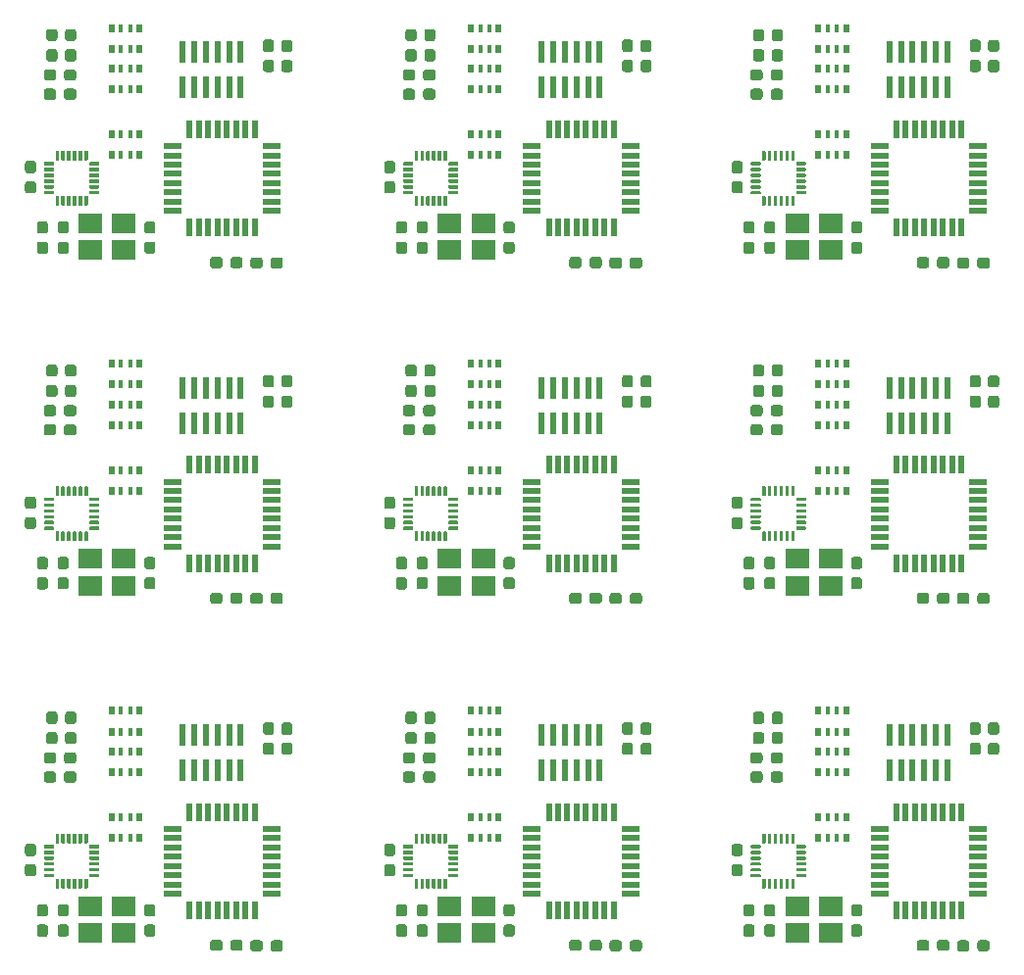
<source format=gtp>
%MOIN*%
%OFA0B0*%
%FSLAX46Y46*%
%IPPOS*%
%LPD*%
%ADD10C,0.0039370078740157488*%
%ADD11C,0.011811023622047244*%
%ADD12R,0.082677165354330714X0.070866141732283464*%
%ADD13R,0.062992125984251982X0.021653543307086617*%
%ADD14R,0.021653543307086617X0.062992125984251982*%
%ADD15R,0.01968503937007874X0.031496062992125991*%
%ADD16R,0.015748031496062995X0.031496062992125991*%
%ADD17C,0.037401574803149609*%
%ADD18R,0.01968503937007874X0.072834645669291348*%
%ADD29C,0.0039370078740157488*%
%ADD30C,0.011811023622047244*%
%ADD31R,0.082677165354330714X0.070866141732283464*%
%ADD32R,0.062992125984251982X0.021653543307086617*%
%ADD33R,0.021653543307086617X0.062992125984251982*%
%ADD34R,0.01968503937007874X0.031496062992125991*%
%ADD35R,0.015748031496062995X0.031496062992125991*%
%ADD36C,0.037401574803149609*%
%ADD37R,0.01968503937007874X0.072834645669291348*%
%ADD38C,0.0039370078740157488*%
%ADD39C,0.011811023622047244*%
%ADD40R,0.082677165354330714X0.070866141732283464*%
%ADD41R,0.062992125984251982X0.021653543307086617*%
%ADD42R,0.021653543307086617X0.062992125984251982*%
%ADD43R,0.01968503937007874X0.031496062992125991*%
%ADD44R,0.015748031496062995X0.031496062992125991*%
%ADD45C,0.037401574803149609*%
%ADD46R,0.01968503937007874X0.072834645669291348*%
%ADD47C,0.0039370078740157488*%
%ADD48C,0.011811023622047244*%
%ADD49R,0.082677165354330714X0.070866141732283464*%
%ADD50R,0.062992125984251982X0.021653543307086617*%
%ADD51R,0.021653543307086617X0.062992125984251982*%
%ADD52R,0.01968503937007874X0.031496062992125991*%
%ADD53R,0.015748031496062995X0.031496062992125991*%
%ADD54C,0.037401574803149609*%
%ADD55R,0.01968503937007874X0.072834645669291348*%
%ADD56C,0.0039370078740157488*%
%ADD57C,0.011811023622047244*%
%ADD58R,0.082677165354330714X0.070866141732283464*%
%ADD59R,0.062992125984251982X0.021653543307086617*%
%ADD60R,0.021653543307086617X0.062992125984251982*%
%ADD61R,0.01968503937007874X0.031496062992125991*%
%ADD62R,0.015748031496062995X0.031496062992125991*%
%ADD63C,0.037401574803149609*%
%ADD64R,0.01968503937007874X0.072834645669291348*%
%ADD65C,0.0039370078740157488*%
%ADD66C,0.011811023622047244*%
%ADD67R,0.082677165354330714X0.070866141732283464*%
%ADD68R,0.062992125984251982X0.021653543307086617*%
%ADD69R,0.021653543307086617X0.062992125984251982*%
%ADD70R,0.01968503937007874X0.031496062992125991*%
%ADD71R,0.015748031496062995X0.031496062992125991*%
%ADD72C,0.037401574803149609*%
%ADD73R,0.01968503937007874X0.072834645669291348*%
%ADD74C,0.0039370078740157488*%
%ADD75C,0.011811023622047244*%
%ADD76R,0.082677165354330714X0.070866141732283464*%
%ADD77R,0.062992125984251982X0.021653543307086617*%
%ADD78R,0.021653543307086617X0.062992125984251982*%
%ADD79R,0.01968503937007874X0.031496062992125991*%
%ADD80R,0.015748031496062995X0.031496062992125991*%
%ADD81C,0.037401574803149609*%
%ADD82R,0.01968503937007874X0.072834645669291348*%
%ADD83C,0.0039370078740157488*%
%ADD84C,0.011811023622047244*%
%ADD85R,0.082677165354330714X0.070866141732283464*%
%ADD86R,0.062992125984251982X0.021653543307086617*%
%ADD87R,0.021653543307086617X0.062992125984251982*%
%ADD88R,0.01968503937007874X0.031496062992125991*%
%ADD89R,0.015748031496062995X0.031496062992125991*%
%ADD90C,0.037401574803149609*%
%ADD91R,0.01968503937007874X0.072834645669291348*%
%ADD92C,0.0039370078740157488*%
%ADD93C,0.011811023622047244*%
%ADD94R,0.082677165354330714X0.070866141732283464*%
%ADD95R,0.062992125984251982X0.021653543307086617*%
%ADD96R,0.021653543307086617X0.062992125984251982*%
%ADD97R,0.01968503937007874X0.031496062992125991*%
%ADD98R,0.015748031496062995X0.031496062992125991*%
%ADD99C,0.037401574803149609*%
%ADD100R,0.01968503937007874X0.072834645669291348*%
D10*
G36*
X0000428990Y0003067151D02*
G01*
X0000429276Y0003067108D01*
X0000429557Y0003067038D01*
X0000429830Y0003066940D01*
X0000430092Y0003066816D01*
X0000430341Y0003066667D01*
X0000430573Y0003066495D01*
X0000430788Y0003066300D01*
X0000430983Y0003066085D01*
X0000431155Y0003065853D01*
X0000431304Y0003065604D01*
X0000431428Y0003065342D01*
X0000431526Y0003065069D01*
X0000431596Y0003064788D01*
X0000431639Y0003064502D01*
X0000431653Y0003064212D01*
X0000431653Y0003036653D01*
X0000431639Y0003036364D01*
X0000431596Y0003036077D01*
X0000431526Y0003035796D01*
X0000431428Y0003035523D01*
X0000431304Y0003035261D01*
X0000431155Y0003035013D01*
X0000430983Y0003034780D01*
X0000430788Y0003034565D01*
X0000430573Y0003034371D01*
X0000430341Y0003034198D01*
X0000430092Y0003034049D01*
X0000429830Y0003033925D01*
X0000429557Y0003033827D01*
X0000429276Y0003033757D01*
X0000428990Y0003033715D01*
X0000428700Y0003033700D01*
X0000422795Y0003033700D01*
X0000422505Y0003033715D01*
X0000422219Y0003033757D01*
X0000421938Y0003033827D01*
X0000421665Y0003033925D01*
X0000421403Y0003034049D01*
X0000421154Y0003034198D01*
X0000420922Y0003034371D01*
X0000420707Y0003034565D01*
X0000420512Y0003034780D01*
X0000420340Y0003035013D01*
X0000420191Y0003035261D01*
X0000420067Y0003035523D01*
X0000419969Y0003035796D01*
X0000419899Y0003036077D01*
X0000419856Y0003036364D01*
X0000419842Y0003036653D01*
X0000419842Y0003064212D01*
X0000419856Y0003064502D01*
X0000419899Y0003064788D01*
X0000419969Y0003065069D01*
X0000420067Y0003065342D01*
X0000420191Y0003065604D01*
X0000420340Y0003065853D01*
X0000420512Y0003066085D01*
X0000420707Y0003066300D01*
X0000420922Y0003066495D01*
X0000421154Y0003066667D01*
X0000421403Y0003066816D01*
X0000421665Y0003066940D01*
X0000421938Y0003067038D01*
X0000422219Y0003067108D01*
X0000422505Y0003067151D01*
X0000422795Y0003067165D01*
X0000428700Y0003067165D01*
X0000428990Y0003067151D01*
X0000428990Y0003067151D01*
G37*
D11*
X0000425747Y0003050433D03*
D10*
G36*
X0000448675Y0003067151D02*
G01*
X0000448961Y0003067108D01*
X0000449242Y0003067038D01*
X0000449515Y0003066940D01*
X0000449777Y0003066816D01*
X0000450026Y0003066667D01*
X0000450258Y0003066495D01*
X0000450473Y0003066300D01*
X0000450668Y0003066085D01*
X0000450840Y0003065853D01*
X0000450989Y0003065604D01*
X0000451113Y0003065342D01*
X0000451211Y0003065069D01*
X0000451281Y0003064788D01*
X0000451324Y0003064502D01*
X0000451338Y0003064212D01*
X0000451338Y0003036653D01*
X0000451324Y0003036364D01*
X0000451281Y0003036077D01*
X0000451211Y0003035796D01*
X0000451113Y0003035523D01*
X0000450989Y0003035261D01*
X0000450840Y0003035013D01*
X0000450668Y0003034780D01*
X0000450473Y0003034565D01*
X0000450258Y0003034371D01*
X0000450026Y0003034198D01*
X0000449777Y0003034049D01*
X0000449515Y0003033925D01*
X0000449242Y0003033827D01*
X0000448961Y0003033757D01*
X0000448675Y0003033715D01*
X0000448385Y0003033700D01*
X0000442480Y0003033700D01*
X0000442190Y0003033715D01*
X0000441904Y0003033757D01*
X0000441623Y0003033827D01*
X0000441350Y0003033925D01*
X0000441088Y0003034049D01*
X0000440839Y0003034198D01*
X0000440607Y0003034371D01*
X0000440392Y0003034565D01*
X0000440197Y0003034780D01*
X0000440025Y0003035013D01*
X0000439876Y0003035261D01*
X0000439752Y0003035523D01*
X0000439654Y0003035796D01*
X0000439584Y0003036077D01*
X0000439541Y0003036364D01*
X0000439527Y0003036653D01*
X0000439527Y0003064212D01*
X0000439541Y0003064502D01*
X0000439584Y0003064788D01*
X0000439654Y0003065069D01*
X0000439752Y0003065342D01*
X0000439876Y0003065604D01*
X0000440025Y0003065853D01*
X0000440197Y0003066085D01*
X0000440392Y0003066300D01*
X0000440607Y0003066495D01*
X0000440839Y0003066667D01*
X0000441088Y0003066816D01*
X0000441350Y0003066940D01*
X0000441623Y0003067038D01*
X0000441904Y0003067108D01*
X0000442190Y0003067151D01*
X0000442480Y0003067165D01*
X0000448385Y0003067165D01*
X0000448675Y0003067151D01*
X0000448675Y0003067151D01*
G37*
D11*
X0000445433Y0003050433D03*
D10*
G36*
X0000468360Y0003067151D02*
G01*
X0000468646Y0003067108D01*
X0000468927Y0003067038D01*
X0000469200Y0003066940D01*
X0000469462Y0003066816D01*
X0000469711Y0003066667D01*
X0000469944Y0003066495D01*
X0000470158Y0003066300D01*
X0000470353Y0003066085D01*
X0000470525Y0003065853D01*
X0000470674Y0003065604D01*
X0000470798Y0003065342D01*
X0000470896Y0003065069D01*
X0000470966Y0003064788D01*
X0000471009Y0003064502D01*
X0000471023Y0003064212D01*
X0000471023Y0003036653D01*
X0000471009Y0003036364D01*
X0000470966Y0003036077D01*
X0000470896Y0003035796D01*
X0000470798Y0003035523D01*
X0000470674Y0003035261D01*
X0000470525Y0003035013D01*
X0000470353Y0003034780D01*
X0000470158Y0003034565D01*
X0000469944Y0003034371D01*
X0000469711Y0003034198D01*
X0000469462Y0003034049D01*
X0000469200Y0003033925D01*
X0000468927Y0003033827D01*
X0000468646Y0003033757D01*
X0000468360Y0003033715D01*
X0000468070Y0003033700D01*
X0000462165Y0003033700D01*
X0000461875Y0003033715D01*
X0000461589Y0003033757D01*
X0000461308Y0003033827D01*
X0000461035Y0003033925D01*
X0000460773Y0003034049D01*
X0000460524Y0003034198D01*
X0000460292Y0003034371D01*
X0000460077Y0003034565D01*
X0000459882Y0003034780D01*
X0000459710Y0003035013D01*
X0000459561Y0003035261D01*
X0000459437Y0003035523D01*
X0000459339Y0003035796D01*
X0000459269Y0003036077D01*
X0000459226Y0003036364D01*
X0000459212Y0003036653D01*
X0000459212Y0003064212D01*
X0000459226Y0003064502D01*
X0000459269Y0003064788D01*
X0000459339Y0003065069D01*
X0000459437Y0003065342D01*
X0000459561Y0003065604D01*
X0000459710Y0003065853D01*
X0000459882Y0003066085D01*
X0000460077Y0003066300D01*
X0000460292Y0003066495D01*
X0000460524Y0003066667D01*
X0000460773Y0003066816D01*
X0000461035Y0003066940D01*
X0000461308Y0003067038D01*
X0000461589Y0003067108D01*
X0000461875Y0003067151D01*
X0000462165Y0003067165D01*
X0000468070Y0003067165D01*
X0000468360Y0003067151D01*
X0000468360Y0003067151D01*
G37*
D11*
X0000465118Y0003050433D03*
D10*
G36*
X0000488045Y0003067151D02*
G01*
X0000488331Y0003067108D01*
X0000488613Y0003067038D01*
X0000488885Y0003066940D01*
X0000489147Y0003066816D01*
X0000489396Y0003066667D01*
X0000489629Y0003066495D01*
X0000489843Y0003066300D01*
X0000490038Y0003066085D01*
X0000490210Y0003065853D01*
X0000490359Y0003065604D01*
X0000490483Y0003065342D01*
X0000490581Y0003065069D01*
X0000490651Y0003064788D01*
X0000490694Y0003064502D01*
X0000490708Y0003064212D01*
X0000490708Y0003036653D01*
X0000490694Y0003036364D01*
X0000490651Y0003036077D01*
X0000490581Y0003035796D01*
X0000490483Y0003035523D01*
X0000490359Y0003035261D01*
X0000490210Y0003035013D01*
X0000490038Y0003034780D01*
X0000489843Y0003034565D01*
X0000489629Y0003034371D01*
X0000489396Y0003034198D01*
X0000489147Y0003034049D01*
X0000488885Y0003033925D01*
X0000488613Y0003033827D01*
X0000488331Y0003033757D01*
X0000488045Y0003033715D01*
X0000487755Y0003033700D01*
X0000481850Y0003033700D01*
X0000481560Y0003033715D01*
X0000481274Y0003033757D01*
X0000480993Y0003033827D01*
X0000480720Y0003033925D01*
X0000480458Y0003034049D01*
X0000480209Y0003034198D01*
X0000479977Y0003034371D01*
X0000479762Y0003034565D01*
X0000479567Y0003034780D01*
X0000479395Y0003035013D01*
X0000479246Y0003035261D01*
X0000479122Y0003035523D01*
X0000479024Y0003035796D01*
X0000478954Y0003036077D01*
X0000478911Y0003036364D01*
X0000478897Y0003036653D01*
X0000478897Y0003064212D01*
X0000478911Y0003064502D01*
X0000478954Y0003064788D01*
X0000479024Y0003065069D01*
X0000479122Y0003065342D01*
X0000479246Y0003065604D01*
X0000479395Y0003065853D01*
X0000479567Y0003066085D01*
X0000479762Y0003066300D01*
X0000479977Y0003066495D01*
X0000480209Y0003066667D01*
X0000480458Y0003066816D01*
X0000480720Y0003066940D01*
X0000480993Y0003067038D01*
X0000481274Y0003067108D01*
X0000481560Y0003067151D01*
X0000481850Y0003067165D01*
X0000487755Y0003067165D01*
X0000488045Y0003067151D01*
X0000488045Y0003067151D01*
G37*
D11*
X0000484803Y0003050433D03*
D10*
G36*
X0000507730Y0003067151D02*
G01*
X0000508016Y0003067108D01*
X0000508298Y0003067038D01*
X0000508570Y0003066940D01*
X0000508832Y0003066816D01*
X0000509081Y0003066667D01*
X0000509314Y0003066495D01*
X0000509528Y0003066300D01*
X0000509723Y0003066085D01*
X0000509896Y0003065853D01*
X0000510044Y0003065604D01*
X0000510168Y0003065342D01*
X0000510266Y0003065069D01*
X0000510336Y0003064788D01*
X0000510379Y0003064502D01*
X0000510393Y0003064212D01*
X0000510393Y0003036653D01*
X0000510379Y0003036364D01*
X0000510336Y0003036077D01*
X0000510266Y0003035796D01*
X0000510168Y0003035523D01*
X0000510044Y0003035261D01*
X0000509896Y0003035013D01*
X0000509723Y0003034780D01*
X0000509528Y0003034565D01*
X0000509314Y0003034371D01*
X0000509081Y0003034198D01*
X0000508832Y0003034049D01*
X0000508570Y0003033925D01*
X0000508298Y0003033827D01*
X0000508016Y0003033757D01*
X0000507730Y0003033715D01*
X0000507440Y0003033700D01*
X0000501535Y0003033700D01*
X0000501246Y0003033715D01*
X0000500959Y0003033757D01*
X0000500678Y0003033827D01*
X0000500405Y0003033925D01*
X0000500143Y0003034049D01*
X0000499894Y0003034198D01*
X0000499662Y0003034371D01*
X0000499447Y0003034565D01*
X0000499252Y0003034780D01*
X0000499080Y0003035013D01*
X0000498931Y0003035261D01*
X0000498807Y0003035523D01*
X0000498709Y0003035796D01*
X0000498639Y0003036077D01*
X0000498596Y0003036364D01*
X0000498582Y0003036653D01*
X0000498582Y0003064212D01*
X0000498596Y0003064502D01*
X0000498639Y0003064788D01*
X0000498709Y0003065069D01*
X0000498807Y0003065342D01*
X0000498931Y0003065604D01*
X0000499080Y0003065853D01*
X0000499252Y0003066085D01*
X0000499447Y0003066300D01*
X0000499662Y0003066495D01*
X0000499894Y0003066667D01*
X0000500143Y0003066816D01*
X0000500405Y0003066940D01*
X0000500678Y0003067038D01*
X0000500959Y0003067108D01*
X0000501246Y0003067151D01*
X0000501535Y0003067165D01*
X0000507440Y0003067165D01*
X0000507730Y0003067151D01*
X0000507730Y0003067151D01*
G37*
D11*
X0000504488Y0003050433D03*
D10*
G36*
X0000527415Y0003067151D02*
G01*
X0000527702Y0003067108D01*
X0000527983Y0003067038D01*
X0000528255Y0003066940D01*
X0000528517Y0003066816D01*
X0000528766Y0003066667D01*
X0000528999Y0003066495D01*
X0000529213Y0003066300D01*
X0000529408Y0003066085D01*
X0000529581Y0003065853D01*
X0000529730Y0003065604D01*
X0000529853Y0003065342D01*
X0000529951Y0003065069D01*
X0000530021Y0003064788D01*
X0000530064Y0003064502D01*
X0000530078Y0003064212D01*
X0000530078Y0003036653D01*
X0000530064Y0003036364D01*
X0000530021Y0003036077D01*
X0000529951Y0003035796D01*
X0000529853Y0003035523D01*
X0000529730Y0003035261D01*
X0000529581Y0003035013D01*
X0000529408Y0003034780D01*
X0000529213Y0003034565D01*
X0000528999Y0003034371D01*
X0000528766Y0003034198D01*
X0000528517Y0003034049D01*
X0000528255Y0003033925D01*
X0000527983Y0003033827D01*
X0000527702Y0003033757D01*
X0000527415Y0003033715D01*
X0000527125Y0003033700D01*
X0000521220Y0003033700D01*
X0000520931Y0003033715D01*
X0000520644Y0003033757D01*
X0000520363Y0003033827D01*
X0000520090Y0003033925D01*
X0000519828Y0003034049D01*
X0000519579Y0003034198D01*
X0000519347Y0003034371D01*
X0000519132Y0003034565D01*
X0000518937Y0003034780D01*
X0000518765Y0003035013D01*
X0000518616Y0003035261D01*
X0000518492Y0003035523D01*
X0000518394Y0003035796D01*
X0000518324Y0003036077D01*
X0000518281Y0003036364D01*
X0000518267Y0003036653D01*
X0000518267Y0003064212D01*
X0000518281Y0003064502D01*
X0000518324Y0003064788D01*
X0000518394Y0003065069D01*
X0000518492Y0003065342D01*
X0000518616Y0003065604D01*
X0000518765Y0003065853D01*
X0000518937Y0003066085D01*
X0000519132Y0003066300D01*
X0000519347Y0003066495D01*
X0000519579Y0003066667D01*
X0000519828Y0003066816D01*
X0000520090Y0003066940D01*
X0000520363Y0003067038D01*
X0000520644Y0003067108D01*
X0000520931Y0003067151D01*
X0000521220Y0003067165D01*
X0000527125Y0003067165D01*
X0000527415Y0003067151D01*
X0000527415Y0003067151D01*
G37*
D11*
X0000524173Y0003050433D03*
D10*
G36*
X0000565801Y0003028765D02*
G01*
X0000566087Y0003028722D01*
X0000566368Y0003028652D01*
X0000566641Y0003028554D01*
X0000566903Y0003028430D01*
X0000567152Y0003028281D01*
X0000567384Y0003028109D01*
X0000567599Y0003027914D01*
X0000567794Y0003027699D01*
X0000567966Y0003027467D01*
X0000568115Y0003027218D01*
X0000568239Y0003026956D01*
X0000568337Y0003026683D01*
X0000568407Y0003026402D01*
X0000568450Y0003026116D01*
X0000568464Y0003025826D01*
X0000568464Y0003019921D01*
X0000568450Y0003019631D01*
X0000568407Y0003019345D01*
X0000568337Y0003019064D01*
X0000568239Y0003018791D01*
X0000568115Y0003018529D01*
X0000567966Y0003018280D01*
X0000567794Y0003018048D01*
X0000567599Y0003017833D01*
X0000567384Y0003017638D01*
X0000567152Y0003017466D01*
X0000566903Y0003017317D01*
X0000566641Y0003017193D01*
X0000566368Y0003017095D01*
X0000566087Y0003017025D01*
X0000565801Y0003016982D01*
X0000565511Y0003016968D01*
X0000537952Y0003016968D01*
X0000537663Y0003016982D01*
X0000537376Y0003017025D01*
X0000537095Y0003017095D01*
X0000536822Y0003017193D01*
X0000536560Y0003017317D01*
X0000536312Y0003017466D01*
X0000536079Y0003017638D01*
X0000535864Y0003017833D01*
X0000535670Y0003018048D01*
X0000535497Y0003018280D01*
X0000535348Y0003018529D01*
X0000535224Y0003018791D01*
X0000535127Y0003019064D01*
X0000535056Y0003019345D01*
X0000535014Y0003019631D01*
X0000534999Y0003019921D01*
X0000534999Y0003025826D01*
X0000535014Y0003026116D01*
X0000535056Y0003026402D01*
X0000535127Y0003026683D01*
X0000535224Y0003026956D01*
X0000535348Y0003027218D01*
X0000535497Y0003027467D01*
X0000535670Y0003027699D01*
X0000535864Y0003027914D01*
X0000536079Y0003028109D01*
X0000536312Y0003028281D01*
X0000536560Y0003028430D01*
X0000536822Y0003028554D01*
X0000537095Y0003028652D01*
X0000537376Y0003028722D01*
X0000537663Y0003028765D01*
X0000537952Y0003028779D01*
X0000565511Y0003028779D01*
X0000565801Y0003028765D01*
X0000565801Y0003028765D01*
G37*
D11*
X0000551732Y0003022874D03*
D10*
G36*
X0000565801Y0003009080D02*
G01*
X0000566087Y0003009037D01*
X0000566368Y0003008967D01*
X0000566641Y0003008869D01*
X0000566903Y0003008745D01*
X0000567152Y0003008596D01*
X0000567384Y0003008424D01*
X0000567599Y0003008229D01*
X0000567794Y0003008014D01*
X0000567966Y0003007782D01*
X0000568115Y0003007533D01*
X0000568239Y0003007271D01*
X0000568337Y0003006998D01*
X0000568407Y0003006717D01*
X0000568450Y0003006431D01*
X0000568464Y0003006141D01*
X0000568464Y0003000236D01*
X0000568450Y0002999946D01*
X0000568407Y0002999660D01*
X0000568337Y0002999379D01*
X0000568239Y0002999106D01*
X0000568115Y0002998844D01*
X0000567966Y0002998595D01*
X0000567794Y0002998363D01*
X0000567599Y0002998148D01*
X0000567384Y0002997953D01*
X0000567152Y0002997781D01*
X0000566903Y0002997632D01*
X0000566641Y0002997508D01*
X0000566368Y0002997410D01*
X0000566087Y0002997340D01*
X0000565801Y0002997297D01*
X0000565511Y0002997283D01*
X0000537952Y0002997283D01*
X0000537663Y0002997297D01*
X0000537376Y0002997340D01*
X0000537095Y0002997410D01*
X0000536822Y0002997508D01*
X0000536560Y0002997632D01*
X0000536312Y0002997781D01*
X0000536079Y0002997953D01*
X0000535864Y0002998148D01*
X0000535670Y0002998363D01*
X0000535497Y0002998595D01*
X0000535348Y0002998844D01*
X0000535224Y0002999106D01*
X0000535127Y0002999379D01*
X0000535056Y0002999660D01*
X0000535014Y0002999946D01*
X0000534999Y0003000236D01*
X0000534999Y0003006141D01*
X0000535014Y0003006431D01*
X0000535056Y0003006717D01*
X0000535127Y0003006998D01*
X0000535224Y0003007271D01*
X0000535348Y0003007533D01*
X0000535497Y0003007782D01*
X0000535670Y0003008014D01*
X0000535864Y0003008229D01*
X0000536079Y0003008424D01*
X0000536312Y0003008596D01*
X0000536560Y0003008745D01*
X0000536822Y0003008869D01*
X0000537095Y0003008967D01*
X0000537376Y0003009037D01*
X0000537663Y0003009080D01*
X0000537952Y0003009094D01*
X0000565511Y0003009094D01*
X0000565801Y0003009080D01*
X0000565801Y0003009080D01*
G37*
D11*
X0000551732Y0003003188D03*
D10*
G36*
X0000565801Y0002989395D02*
G01*
X0000566087Y0002989352D01*
X0000566368Y0002989282D01*
X0000566641Y0002989184D01*
X0000566903Y0002989060D01*
X0000567152Y0002988911D01*
X0000567384Y0002988739D01*
X0000567599Y0002988544D01*
X0000567794Y0002988329D01*
X0000567966Y0002988097D01*
X0000568115Y0002987848D01*
X0000568239Y0002987586D01*
X0000568337Y0002987313D01*
X0000568407Y0002987032D01*
X0000568450Y0002986746D01*
X0000568464Y0002986456D01*
X0000568464Y0002980551D01*
X0000568450Y0002980261D01*
X0000568407Y0002979975D01*
X0000568337Y0002979694D01*
X0000568239Y0002979421D01*
X0000568115Y0002979159D01*
X0000567966Y0002978910D01*
X0000567794Y0002978677D01*
X0000567599Y0002978463D01*
X0000567384Y0002978268D01*
X0000567152Y0002978096D01*
X0000566903Y0002977947D01*
X0000566641Y0002977823D01*
X0000566368Y0002977725D01*
X0000566087Y0002977655D01*
X0000565801Y0002977612D01*
X0000565511Y0002977598D01*
X0000537952Y0002977598D01*
X0000537663Y0002977612D01*
X0000537376Y0002977655D01*
X0000537095Y0002977725D01*
X0000536822Y0002977823D01*
X0000536560Y0002977947D01*
X0000536312Y0002978096D01*
X0000536079Y0002978268D01*
X0000535864Y0002978463D01*
X0000535670Y0002978677D01*
X0000535497Y0002978910D01*
X0000535348Y0002979159D01*
X0000535224Y0002979421D01*
X0000535127Y0002979694D01*
X0000535056Y0002979975D01*
X0000535014Y0002980261D01*
X0000534999Y0002980551D01*
X0000534999Y0002986456D01*
X0000535014Y0002986746D01*
X0000535056Y0002987032D01*
X0000535127Y0002987313D01*
X0000535224Y0002987586D01*
X0000535348Y0002987848D01*
X0000535497Y0002988097D01*
X0000535670Y0002988329D01*
X0000535864Y0002988544D01*
X0000536079Y0002988739D01*
X0000536312Y0002988911D01*
X0000536560Y0002989060D01*
X0000536822Y0002989184D01*
X0000537095Y0002989282D01*
X0000537376Y0002989352D01*
X0000537663Y0002989395D01*
X0000537952Y0002989409D01*
X0000565511Y0002989409D01*
X0000565801Y0002989395D01*
X0000565801Y0002989395D01*
G37*
D11*
X0000551732Y0002983503D03*
D10*
G36*
X0000565801Y0002969710D02*
G01*
X0000566087Y0002969667D01*
X0000566368Y0002969597D01*
X0000566641Y0002969499D01*
X0000566903Y0002969375D01*
X0000567152Y0002969226D01*
X0000567384Y0002969054D01*
X0000567599Y0002968859D01*
X0000567794Y0002968644D01*
X0000567966Y0002968412D01*
X0000568115Y0002968163D01*
X0000568239Y0002967901D01*
X0000568337Y0002967628D01*
X0000568407Y0002967347D01*
X0000568450Y0002967061D01*
X0000568464Y0002966771D01*
X0000568464Y0002960866D01*
X0000568450Y0002960576D01*
X0000568407Y0002960290D01*
X0000568337Y0002960009D01*
X0000568239Y0002959736D01*
X0000568115Y0002959474D01*
X0000567966Y0002959225D01*
X0000567794Y0002958992D01*
X0000567599Y0002958778D01*
X0000567384Y0002958583D01*
X0000567152Y0002958411D01*
X0000566903Y0002958262D01*
X0000566641Y0002958138D01*
X0000566368Y0002958040D01*
X0000566087Y0002957970D01*
X0000565801Y0002957927D01*
X0000565511Y0002957913D01*
X0000537952Y0002957913D01*
X0000537663Y0002957927D01*
X0000537376Y0002957970D01*
X0000537095Y0002958040D01*
X0000536822Y0002958138D01*
X0000536560Y0002958262D01*
X0000536312Y0002958411D01*
X0000536079Y0002958583D01*
X0000535864Y0002958778D01*
X0000535670Y0002958992D01*
X0000535497Y0002959225D01*
X0000535348Y0002959474D01*
X0000535224Y0002959736D01*
X0000535127Y0002960009D01*
X0000535056Y0002960290D01*
X0000535014Y0002960576D01*
X0000534999Y0002960866D01*
X0000534999Y0002966771D01*
X0000535014Y0002967061D01*
X0000535056Y0002967347D01*
X0000535127Y0002967628D01*
X0000535224Y0002967901D01*
X0000535348Y0002968163D01*
X0000535497Y0002968412D01*
X0000535670Y0002968644D01*
X0000535864Y0002968859D01*
X0000536079Y0002969054D01*
X0000536312Y0002969226D01*
X0000536560Y0002969375D01*
X0000536822Y0002969499D01*
X0000537095Y0002969597D01*
X0000537376Y0002969667D01*
X0000537663Y0002969710D01*
X0000537952Y0002969724D01*
X0000565511Y0002969724D01*
X0000565801Y0002969710D01*
X0000565801Y0002969710D01*
G37*
D11*
X0000551732Y0002963818D03*
D10*
G36*
X0000565801Y0002950025D02*
G01*
X0000566087Y0002949982D01*
X0000566368Y0002949912D01*
X0000566641Y0002949814D01*
X0000566903Y0002949690D01*
X0000567152Y0002949541D01*
X0000567384Y0002949369D01*
X0000567599Y0002949174D01*
X0000567794Y0002948959D01*
X0000567966Y0002948727D01*
X0000568115Y0002948478D01*
X0000568239Y0002948216D01*
X0000568337Y0002947943D01*
X0000568407Y0002947662D01*
X0000568450Y0002947376D01*
X0000568464Y0002947086D01*
X0000568464Y0002941181D01*
X0000568450Y0002940891D01*
X0000568407Y0002940605D01*
X0000568337Y0002940323D01*
X0000568239Y0002940051D01*
X0000568115Y0002939789D01*
X0000567966Y0002939540D01*
X0000567794Y0002939307D01*
X0000567599Y0002939093D01*
X0000567384Y0002938898D01*
X0000567152Y0002938725D01*
X0000566903Y0002938577D01*
X0000566641Y0002938453D01*
X0000566368Y0002938355D01*
X0000566087Y0002938285D01*
X0000565801Y0002938242D01*
X0000565511Y0002938228D01*
X0000537952Y0002938228D01*
X0000537663Y0002938242D01*
X0000537376Y0002938285D01*
X0000537095Y0002938355D01*
X0000536822Y0002938453D01*
X0000536560Y0002938577D01*
X0000536312Y0002938725D01*
X0000536079Y0002938898D01*
X0000535864Y0002939093D01*
X0000535670Y0002939307D01*
X0000535497Y0002939540D01*
X0000535348Y0002939789D01*
X0000535224Y0002940051D01*
X0000535127Y0002940323D01*
X0000535056Y0002940605D01*
X0000535014Y0002940891D01*
X0000534999Y0002941181D01*
X0000534999Y0002947086D01*
X0000535014Y0002947376D01*
X0000535056Y0002947662D01*
X0000535127Y0002947943D01*
X0000535224Y0002948216D01*
X0000535348Y0002948478D01*
X0000535497Y0002948727D01*
X0000535670Y0002948959D01*
X0000535864Y0002949174D01*
X0000536079Y0002949369D01*
X0000536312Y0002949541D01*
X0000536560Y0002949690D01*
X0000536822Y0002949814D01*
X0000537095Y0002949912D01*
X0000537376Y0002949982D01*
X0000537663Y0002950025D01*
X0000537952Y0002950039D01*
X0000565511Y0002950039D01*
X0000565801Y0002950025D01*
X0000565801Y0002950025D01*
G37*
D11*
X0000551732Y0002944133D03*
D10*
G36*
X0000565801Y0002930340D02*
G01*
X0000566087Y0002930297D01*
X0000566368Y0002930227D01*
X0000566641Y0002930129D01*
X0000566903Y0002930005D01*
X0000567152Y0002929856D01*
X0000567384Y0002929684D01*
X0000567599Y0002929489D01*
X0000567794Y0002929274D01*
X0000567966Y0002929042D01*
X0000568115Y0002928793D01*
X0000568239Y0002928531D01*
X0000568337Y0002928258D01*
X0000568407Y0002927977D01*
X0000568450Y0002927690D01*
X0000568464Y0002927401D01*
X0000568464Y0002921496D01*
X0000568450Y0002921206D01*
X0000568407Y0002920920D01*
X0000568337Y0002920638D01*
X0000568239Y0002920366D01*
X0000568115Y0002920104D01*
X0000567966Y0002919855D01*
X0000567794Y0002919622D01*
X0000567599Y0002919408D01*
X0000567384Y0002919213D01*
X0000567152Y0002919040D01*
X0000566903Y0002918891D01*
X0000566641Y0002918768D01*
X0000566368Y0002918670D01*
X0000566087Y0002918600D01*
X0000565801Y0002918557D01*
X0000565511Y0002918543D01*
X0000537952Y0002918543D01*
X0000537663Y0002918557D01*
X0000537376Y0002918600D01*
X0000537095Y0002918670D01*
X0000536822Y0002918768D01*
X0000536560Y0002918891D01*
X0000536312Y0002919040D01*
X0000536079Y0002919213D01*
X0000535864Y0002919408D01*
X0000535670Y0002919622D01*
X0000535497Y0002919855D01*
X0000535348Y0002920104D01*
X0000535224Y0002920366D01*
X0000535127Y0002920638D01*
X0000535056Y0002920920D01*
X0000535014Y0002921206D01*
X0000534999Y0002921496D01*
X0000534999Y0002927401D01*
X0000535014Y0002927690D01*
X0000535056Y0002927977D01*
X0000535127Y0002928258D01*
X0000535224Y0002928531D01*
X0000535348Y0002928793D01*
X0000535497Y0002929042D01*
X0000535670Y0002929274D01*
X0000535864Y0002929489D01*
X0000536079Y0002929684D01*
X0000536312Y0002929856D01*
X0000536560Y0002930005D01*
X0000536822Y0002930129D01*
X0000537095Y0002930227D01*
X0000537376Y0002930297D01*
X0000537663Y0002930340D01*
X0000537952Y0002930354D01*
X0000565511Y0002930354D01*
X0000565801Y0002930340D01*
X0000565801Y0002930340D01*
G37*
D11*
X0000551732Y0002924448D03*
D10*
G36*
X0000527415Y0002913607D02*
G01*
X0000527702Y0002913565D01*
X0000527983Y0002913494D01*
X0000528255Y0002913397D01*
X0000528517Y0002913273D01*
X0000528766Y0002913124D01*
X0000528999Y0002912951D01*
X0000529213Y0002912757D01*
X0000529408Y0002912542D01*
X0000529581Y0002912309D01*
X0000529730Y0002912061D01*
X0000529853Y0002911799D01*
X0000529951Y0002911526D01*
X0000530021Y0002911245D01*
X0000530064Y0002910958D01*
X0000530078Y0002910669D01*
X0000530078Y0002883110D01*
X0000530064Y0002882820D01*
X0000530021Y0002882534D01*
X0000529951Y0002882253D01*
X0000529853Y0002881980D01*
X0000529730Y0002881718D01*
X0000529581Y0002881469D01*
X0000529408Y0002881237D01*
X0000529213Y0002881022D01*
X0000528999Y0002880827D01*
X0000528766Y0002880655D01*
X0000528517Y0002880506D01*
X0000528255Y0002880382D01*
X0000527983Y0002880284D01*
X0000527702Y0002880214D01*
X0000527415Y0002880171D01*
X0000527125Y0002880157D01*
X0000521220Y0002880157D01*
X0000520931Y0002880171D01*
X0000520644Y0002880214D01*
X0000520363Y0002880284D01*
X0000520090Y0002880382D01*
X0000519828Y0002880506D01*
X0000519579Y0002880655D01*
X0000519347Y0002880827D01*
X0000519132Y0002881022D01*
X0000518937Y0002881237D01*
X0000518765Y0002881469D01*
X0000518616Y0002881718D01*
X0000518492Y0002881980D01*
X0000518394Y0002882253D01*
X0000518324Y0002882534D01*
X0000518281Y0002882820D01*
X0000518267Y0002883110D01*
X0000518267Y0002910669D01*
X0000518281Y0002910958D01*
X0000518324Y0002911245D01*
X0000518394Y0002911526D01*
X0000518492Y0002911799D01*
X0000518616Y0002912061D01*
X0000518765Y0002912309D01*
X0000518937Y0002912542D01*
X0000519132Y0002912757D01*
X0000519347Y0002912951D01*
X0000519579Y0002913124D01*
X0000519828Y0002913273D01*
X0000520090Y0002913397D01*
X0000520363Y0002913494D01*
X0000520644Y0002913565D01*
X0000520931Y0002913607D01*
X0000521220Y0002913622D01*
X0000527125Y0002913622D01*
X0000527415Y0002913607D01*
X0000527415Y0002913607D01*
G37*
D11*
X0000524173Y0002896889D03*
D10*
G36*
X0000507730Y0002913607D02*
G01*
X0000508016Y0002913565D01*
X0000508298Y0002913494D01*
X0000508570Y0002913397D01*
X0000508832Y0002913273D01*
X0000509081Y0002913124D01*
X0000509314Y0002912951D01*
X0000509528Y0002912757D01*
X0000509723Y0002912542D01*
X0000509896Y0002912309D01*
X0000510044Y0002912061D01*
X0000510168Y0002911799D01*
X0000510266Y0002911526D01*
X0000510336Y0002911245D01*
X0000510379Y0002910958D01*
X0000510393Y0002910669D01*
X0000510393Y0002883110D01*
X0000510379Y0002882820D01*
X0000510336Y0002882534D01*
X0000510266Y0002882253D01*
X0000510168Y0002881980D01*
X0000510044Y0002881718D01*
X0000509896Y0002881469D01*
X0000509723Y0002881237D01*
X0000509528Y0002881022D01*
X0000509314Y0002880827D01*
X0000509081Y0002880655D01*
X0000508832Y0002880506D01*
X0000508570Y0002880382D01*
X0000508298Y0002880284D01*
X0000508016Y0002880214D01*
X0000507730Y0002880171D01*
X0000507440Y0002880157D01*
X0000501535Y0002880157D01*
X0000501246Y0002880171D01*
X0000500959Y0002880214D01*
X0000500678Y0002880284D01*
X0000500405Y0002880382D01*
X0000500143Y0002880506D01*
X0000499894Y0002880655D01*
X0000499662Y0002880827D01*
X0000499447Y0002881022D01*
X0000499252Y0002881237D01*
X0000499080Y0002881469D01*
X0000498931Y0002881718D01*
X0000498807Y0002881980D01*
X0000498709Y0002882253D01*
X0000498639Y0002882534D01*
X0000498596Y0002882820D01*
X0000498582Y0002883110D01*
X0000498582Y0002910669D01*
X0000498596Y0002910958D01*
X0000498639Y0002911245D01*
X0000498709Y0002911526D01*
X0000498807Y0002911799D01*
X0000498931Y0002912061D01*
X0000499080Y0002912309D01*
X0000499252Y0002912542D01*
X0000499447Y0002912757D01*
X0000499662Y0002912951D01*
X0000499894Y0002913124D01*
X0000500143Y0002913273D01*
X0000500405Y0002913397D01*
X0000500678Y0002913494D01*
X0000500959Y0002913565D01*
X0000501246Y0002913607D01*
X0000501535Y0002913622D01*
X0000507440Y0002913622D01*
X0000507730Y0002913607D01*
X0000507730Y0002913607D01*
G37*
D11*
X0000504488Y0002896889D03*
D10*
G36*
X0000488045Y0002913607D02*
G01*
X0000488331Y0002913565D01*
X0000488613Y0002913494D01*
X0000488885Y0002913397D01*
X0000489147Y0002913273D01*
X0000489396Y0002913124D01*
X0000489629Y0002912951D01*
X0000489843Y0002912757D01*
X0000490038Y0002912542D01*
X0000490210Y0002912309D01*
X0000490359Y0002912061D01*
X0000490483Y0002911799D01*
X0000490581Y0002911526D01*
X0000490651Y0002911245D01*
X0000490694Y0002910958D01*
X0000490708Y0002910669D01*
X0000490708Y0002883110D01*
X0000490694Y0002882820D01*
X0000490651Y0002882534D01*
X0000490581Y0002882253D01*
X0000490483Y0002881980D01*
X0000490359Y0002881718D01*
X0000490210Y0002881469D01*
X0000490038Y0002881237D01*
X0000489843Y0002881022D01*
X0000489629Y0002880827D01*
X0000489396Y0002880655D01*
X0000489147Y0002880506D01*
X0000488885Y0002880382D01*
X0000488613Y0002880284D01*
X0000488331Y0002880214D01*
X0000488045Y0002880171D01*
X0000487755Y0002880157D01*
X0000481850Y0002880157D01*
X0000481560Y0002880171D01*
X0000481274Y0002880214D01*
X0000480993Y0002880284D01*
X0000480720Y0002880382D01*
X0000480458Y0002880506D01*
X0000480209Y0002880655D01*
X0000479977Y0002880827D01*
X0000479762Y0002881022D01*
X0000479567Y0002881237D01*
X0000479395Y0002881469D01*
X0000479246Y0002881718D01*
X0000479122Y0002881980D01*
X0000479024Y0002882253D01*
X0000478954Y0002882534D01*
X0000478911Y0002882820D01*
X0000478897Y0002883110D01*
X0000478897Y0002910669D01*
X0000478911Y0002910958D01*
X0000478954Y0002911245D01*
X0000479024Y0002911526D01*
X0000479122Y0002911799D01*
X0000479246Y0002912061D01*
X0000479395Y0002912309D01*
X0000479567Y0002912542D01*
X0000479762Y0002912757D01*
X0000479977Y0002912951D01*
X0000480209Y0002913124D01*
X0000480458Y0002913273D01*
X0000480720Y0002913397D01*
X0000480993Y0002913494D01*
X0000481274Y0002913565D01*
X0000481560Y0002913607D01*
X0000481850Y0002913622D01*
X0000487755Y0002913622D01*
X0000488045Y0002913607D01*
X0000488045Y0002913607D01*
G37*
D11*
X0000484803Y0002896889D03*
D10*
G36*
X0000468360Y0002913607D02*
G01*
X0000468646Y0002913565D01*
X0000468927Y0002913494D01*
X0000469200Y0002913397D01*
X0000469462Y0002913273D01*
X0000469711Y0002913124D01*
X0000469944Y0002912951D01*
X0000470158Y0002912757D01*
X0000470353Y0002912542D01*
X0000470525Y0002912309D01*
X0000470674Y0002912061D01*
X0000470798Y0002911799D01*
X0000470896Y0002911526D01*
X0000470966Y0002911245D01*
X0000471009Y0002910958D01*
X0000471023Y0002910669D01*
X0000471023Y0002883110D01*
X0000471009Y0002882820D01*
X0000470966Y0002882534D01*
X0000470896Y0002882253D01*
X0000470798Y0002881980D01*
X0000470674Y0002881718D01*
X0000470525Y0002881469D01*
X0000470353Y0002881237D01*
X0000470158Y0002881022D01*
X0000469944Y0002880827D01*
X0000469711Y0002880655D01*
X0000469462Y0002880506D01*
X0000469200Y0002880382D01*
X0000468927Y0002880284D01*
X0000468646Y0002880214D01*
X0000468360Y0002880171D01*
X0000468070Y0002880157D01*
X0000462165Y0002880157D01*
X0000461875Y0002880171D01*
X0000461589Y0002880214D01*
X0000461308Y0002880284D01*
X0000461035Y0002880382D01*
X0000460773Y0002880506D01*
X0000460524Y0002880655D01*
X0000460292Y0002880827D01*
X0000460077Y0002881022D01*
X0000459882Y0002881237D01*
X0000459710Y0002881469D01*
X0000459561Y0002881718D01*
X0000459437Y0002881980D01*
X0000459339Y0002882253D01*
X0000459269Y0002882534D01*
X0000459226Y0002882820D01*
X0000459212Y0002883110D01*
X0000459212Y0002910669D01*
X0000459226Y0002910958D01*
X0000459269Y0002911245D01*
X0000459339Y0002911526D01*
X0000459437Y0002911799D01*
X0000459561Y0002912061D01*
X0000459710Y0002912309D01*
X0000459882Y0002912542D01*
X0000460077Y0002912757D01*
X0000460292Y0002912951D01*
X0000460524Y0002913124D01*
X0000460773Y0002913273D01*
X0000461035Y0002913397D01*
X0000461308Y0002913494D01*
X0000461589Y0002913565D01*
X0000461875Y0002913607D01*
X0000462165Y0002913622D01*
X0000468070Y0002913622D01*
X0000468360Y0002913607D01*
X0000468360Y0002913607D01*
G37*
D11*
X0000465118Y0002896889D03*
D10*
G36*
X0000448675Y0002913607D02*
G01*
X0000448961Y0002913565D01*
X0000449242Y0002913494D01*
X0000449515Y0002913397D01*
X0000449777Y0002913273D01*
X0000450026Y0002913124D01*
X0000450258Y0002912951D01*
X0000450473Y0002912757D01*
X0000450668Y0002912542D01*
X0000450840Y0002912309D01*
X0000450989Y0002912061D01*
X0000451113Y0002911799D01*
X0000451211Y0002911526D01*
X0000451281Y0002911245D01*
X0000451324Y0002910958D01*
X0000451338Y0002910669D01*
X0000451338Y0002883110D01*
X0000451324Y0002882820D01*
X0000451281Y0002882534D01*
X0000451211Y0002882253D01*
X0000451113Y0002881980D01*
X0000450989Y0002881718D01*
X0000450840Y0002881469D01*
X0000450668Y0002881237D01*
X0000450473Y0002881022D01*
X0000450258Y0002880827D01*
X0000450026Y0002880655D01*
X0000449777Y0002880506D01*
X0000449515Y0002880382D01*
X0000449242Y0002880284D01*
X0000448961Y0002880214D01*
X0000448675Y0002880171D01*
X0000448385Y0002880157D01*
X0000442480Y0002880157D01*
X0000442190Y0002880171D01*
X0000441904Y0002880214D01*
X0000441623Y0002880284D01*
X0000441350Y0002880382D01*
X0000441088Y0002880506D01*
X0000440839Y0002880655D01*
X0000440607Y0002880827D01*
X0000440392Y0002881022D01*
X0000440197Y0002881237D01*
X0000440025Y0002881469D01*
X0000439876Y0002881718D01*
X0000439752Y0002881980D01*
X0000439654Y0002882253D01*
X0000439584Y0002882534D01*
X0000439541Y0002882820D01*
X0000439527Y0002883110D01*
X0000439527Y0002910669D01*
X0000439541Y0002910958D01*
X0000439584Y0002911245D01*
X0000439654Y0002911526D01*
X0000439752Y0002911799D01*
X0000439876Y0002912061D01*
X0000440025Y0002912309D01*
X0000440197Y0002912542D01*
X0000440392Y0002912757D01*
X0000440607Y0002912951D01*
X0000440839Y0002913124D01*
X0000441088Y0002913273D01*
X0000441350Y0002913397D01*
X0000441623Y0002913494D01*
X0000441904Y0002913565D01*
X0000442190Y0002913607D01*
X0000442480Y0002913622D01*
X0000448385Y0002913622D01*
X0000448675Y0002913607D01*
X0000448675Y0002913607D01*
G37*
D11*
X0000445433Y0002896889D03*
D10*
G36*
X0000428990Y0002913607D02*
G01*
X0000429276Y0002913565D01*
X0000429557Y0002913494D01*
X0000429830Y0002913397D01*
X0000430092Y0002913273D01*
X0000430341Y0002913124D01*
X0000430573Y0002912951D01*
X0000430788Y0002912757D01*
X0000430983Y0002912542D01*
X0000431155Y0002912309D01*
X0000431304Y0002912061D01*
X0000431428Y0002911799D01*
X0000431526Y0002911526D01*
X0000431596Y0002911245D01*
X0000431639Y0002910958D01*
X0000431653Y0002910669D01*
X0000431653Y0002883110D01*
X0000431639Y0002882820D01*
X0000431596Y0002882534D01*
X0000431526Y0002882253D01*
X0000431428Y0002881980D01*
X0000431304Y0002881718D01*
X0000431155Y0002881469D01*
X0000430983Y0002881237D01*
X0000430788Y0002881022D01*
X0000430573Y0002880827D01*
X0000430341Y0002880655D01*
X0000430092Y0002880506D01*
X0000429830Y0002880382D01*
X0000429557Y0002880284D01*
X0000429276Y0002880214D01*
X0000428990Y0002880171D01*
X0000428700Y0002880157D01*
X0000422795Y0002880157D01*
X0000422505Y0002880171D01*
X0000422219Y0002880214D01*
X0000421938Y0002880284D01*
X0000421665Y0002880382D01*
X0000421403Y0002880506D01*
X0000421154Y0002880655D01*
X0000420922Y0002880827D01*
X0000420707Y0002881022D01*
X0000420512Y0002881237D01*
X0000420340Y0002881469D01*
X0000420191Y0002881718D01*
X0000420067Y0002881980D01*
X0000419969Y0002882253D01*
X0000419899Y0002882534D01*
X0000419856Y0002882820D01*
X0000419842Y0002883110D01*
X0000419842Y0002910669D01*
X0000419856Y0002910958D01*
X0000419899Y0002911245D01*
X0000419969Y0002911526D01*
X0000420067Y0002911799D01*
X0000420191Y0002912061D01*
X0000420340Y0002912309D01*
X0000420512Y0002912542D01*
X0000420707Y0002912757D01*
X0000420922Y0002912951D01*
X0000421154Y0002913124D01*
X0000421403Y0002913273D01*
X0000421665Y0002913397D01*
X0000421938Y0002913494D01*
X0000422219Y0002913565D01*
X0000422505Y0002913607D01*
X0000422795Y0002913622D01*
X0000428700Y0002913622D01*
X0000428990Y0002913607D01*
X0000428990Y0002913607D01*
G37*
D11*
X0000425747Y0002896889D03*
D10*
G36*
X0000412257Y0002930340D02*
G01*
X0000412544Y0002930297D01*
X0000412825Y0002930227D01*
X0000413098Y0002930129D01*
X0000413360Y0002930005D01*
X0000413608Y0002929856D01*
X0000413841Y0002929684D01*
X0000414056Y0002929489D01*
X0000414250Y0002929274D01*
X0000414423Y0002929042D01*
X0000414572Y0002928793D01*
X0000414696Y0002928531D01*
X0000414794Y0002928258D01*
X0000414864Y0002927977D01*
X0000414907Y0002927690D01*
X0000414921Y0002927401D01*
X0000414921Y0002921496D01*
X0000414907Y0002921206D01*
X0000414864Y0002920920D01*
X0000414794Y0002920638D01*
X0000414696Y0002920366D01*
X0000414572Y0002920104D01*
X0000414423Y0002919855D01*
X0000414250Y0002919622D01*
X0000414056Y0002919408D01*
X0000413841Y0002919213D01*
X0000413608Y0002919040D01*
X0000413360Y0002918891D01*
X0000413098Y0002918768D01*
X0000412825Y0002918670D01*
X0000412544Y0002918600D01*
X0000412257Y0002918557D01*
X0000411968Y0002918543D01*
X0000384409Y0002918543D01*
X0000384120Y0002918557D01*
X0000383833Y0002918600D01*
X0000383552Y0002918670D01*
X0000383279Y0002918768D01*
X0000383017Y0002918891D01*
X0000382768Y0002919040D01*
X0000382536Y0002919213D01*
X0000382321Y0002919408D01*
X0000382126Y0002919622D01*
X0000381954Y0002919855D01*
X0000381805Y0002920104D01*
X0000381681Y0002920366D01*
X0000381583Y0002920638D01*
X0000381513Y0002920920D01*
X0000381470Y0002921206D01*
X0000381456Y0002921496D01*
X0000381456Y0002927401D01*
X0000381470Y0002927690D01*
X0000381513Y0002927977D01*
X0000381583Y0002928258D01*
X0000381681Y0002928531D01*
X0000381805Y0002928793D01*
X0000381954Y0002929042D01*
X0000382126Y0002929274D01*
X0000382321Y0002929489D01*
X0000382536Y0002929684D01*
X0000382768Y0002929856D01*
X0000383017Y0002930005D01*
X0000383279Y0002930129D01*
X0000383552Y0002930227D01*
X0000383833Y0002930297D01*
X0000384120Y0002930340D01*
X0000384409Y0002930354D01*
X0000411968Y0002930354D01*
X0000412257Y0002930340D01*
X0000412257Y0002930340D01*
G37*
D11*
X0000398188Y0002924448D03*
D10*
G36*
X0000412257Y0002950025D02*
G01*
X0000412544Y0002949982D01*
X0000412825Y0002949912D01*
X0000413098Y0002949814D01*
X0000413360Y0002949690D01*
X0000413608Y0002949541D01*
X0000413841Y0002949369D01*
X0000414056Y0002949174D01*
X0000414250Y0002948959D01*
X0000414423Y0002948727D01*
X0000414572Y0002948478D01*
X0000414696Y0002948216D01*
X0000414794Y0002947943D01*
X0000414864Y0002947662D01*
X0000414907Y0002947376D01*
X0000414921Y0002947086D01*
X0000414921Y0002941181D01*
X0000414907Y0002940891D01*
X0000414864Y0002940605D01*
X0000414794Y0002940323D01*
X0000414696Y0002940051D01*
X0000414572Y0002939789D01*
X0000414423Y0002939540D01*
X0000414250Y0002939307D01*
X0000414056Y0002939093D01*
X0000413841Y0002938898D01*
X0000413608Y0002938725D01*
X0000413360Y0002938577D01*
X0000413098Y0002938453D01*
X0000412825Y0002938355D01*
X0000412544Y0002938285D01*
X0000412257Y0002938242D01*
X0000411968Y0002938228D01*
X0000384409Y0002938228D01*
X0000384120Y0002938242D01*
X0000383833Y0002938285D01*
X0000383552Y0002938355D01*
X0000383279Y0002938453D01*
X0000383017Y0002938577D01*
X0000382768Y0002938725D01*
X0000382536Y0002938898D01*
X0000382321Y0002939093D01*
X0000382126Y0002939307D01*
X0000381954Y0002939540D01*
X0000381805Y0002939789D01*
X0000381681Y0002940051D01*
X0000381583Y0002940323D01*
X0000381513Y0002940605D01*
X0000381470Y0002940891D01*
X0000381456Y0002941181D01*
X0000381456Y0002947086D01*
X0000381470Y0002947376D01*
X0000381513Y0002947662D01*
X0000381583Y0002947943D01*
X0000381681Y0002948216D01*
X0000381805Y0002948478D01*
X0000381954Y0002948727D01*
X0000382126Y0002948959D01*
X0000382321Y0002949174D01*
X0000382536Y0002949369D01*
X0000382768Y0002949541D01*
X0000383017Y0002949690D01*
X0000383279Y0002949814D01*
X0000383552Y0002949912D01*
X0000383833Y0002949982D01*
X0000384120Y0002950025D01*
X0000384409Y0002950039D01*
X0000411968Y0002950039D01*
X0000412257Y0002950025D01*
X0000412257Y0002950025D01*
G37*
D11*
X0000398188Y0002944133D03*
D10*
G36*
X0000412257Y0002969710D02*
G01*
X0000412544Y0002969667D01*
X0000412825Y0002969597D01*
X0000413098Y0002969499D01*
X0000413360Y0002969375D01*
X0000413608Y0002969226D01*
X0000413841Y0002969054D01*
X0000414056Y0002968859D01*
X0000414250Y0002968644D01*
X0000414423Y0002968412D01*
X0000414572Y0002968163D01*
X0000414696Y0002967901D01*
X0000414794Y0002967628D01*
X0000414864Y0002967347D01*
X0000414907Y0002967061D01*
X0000414921Y0002966771D01*
X0000414921Y0002960866D01*
X0000414907Y0002960576D01*
X0000414864Y0002960290D01*
X0000414794Y0002960009D01*
X0000414696Y0002959736D01*
X0000414572Y0002959474D01*
X0000414423Y0002959225D01*
X0000414250Y0002958992D01*
X0000414056Y0002958778D01*
X0000413841Y0002958583D01*
X0000413608Y0002958411D01*
X0000413360Y0002958262D01*
X0000413098Y0002958138D01*
X0000412825Y0002958040D01*
X0000412544Y0002957970D01*
X0000412257Y0002957927D01*
X0000411968Y0002957913D01*
X0000384409Y0002957913D01*
X0000384120Y0002957927D01*
X0000383833Y0002957970D01*
X0000383552Y0002958040D01*
X0000383279Y0002958138D01*
X0000383017Y0002958262D01*
X0000382768Y0002958411D01*
X0000382536Y0002958583D01*
X0000382321Y0002958778D01*
X0000382126Y0002958992D01*
X0000381954Y0002959225D01*
X0000381805Y0002959474D01*
X0000381681Y0002959736D01*
X0000381583Y0002960009D01*
X0000381513Y0002960290D01*
X0000381470Y0002960576D01*
X0000381456Y0002960866D01*
X0000381456Y0002966771D01*
X0000381470Y0002967061D01*
X0000381513Y0002967347D01*
X0000381583Y0002967628D01*
X0000381681Y0002967901D01*
X0000381805Y0002968163D01*
X0000381954Y0002968412D01*
X0000382126Y0002968644D01*
X0000382321Y0002968859D01*
X0000382536Y0002969054D01*
X0000382768Y0002969226D01*
X0000383017Y0002969375D01*
X0000383279Y0002969499D01*
X0000383552Y0002969597D01*
X0000383833Y0002969667D01*
X0000384120Y0002969710D01*
X0000384409Y0002969724D01*
X0000411968Y0002969724D01*
X0000412257Y0002969710D01*
X0000412257Y0002969710D01*
G37*
D11*
X0000398188Y0002963818D03*
D10*
G36*
X0000412257Y0002989395D02*
G01*
X0000412544Y0002989352D01*
X0000412825Y0002989282D01*
X0000413098Y0002989184D01*
X0000413360Y0002989060D01*
X0000413608Y0002988911D01*
X0000413841Y0002988739D01*
X0000414056Y0002988544D01*
X0000414250Y0002988329D01*
X0000414423Y0002988097D01*
X0000414572Y0002987848D01*
X0000414696Y0002987586D01*
X0000414794Y0002987313D01*
X0000414864Y0002987032D01*
X0000414907Y0002986746D01*
X0000414921Y0002986456D01*
X0000414921Y0002980551D01*
X0000414907Y0002980261D01*
X0000414864Y0002979975D01*
X0000414794Y0002979694D01*
X0000414696Y0002979421D01*
X0000414572Y0002979159D01*
X0000414423Y0002978910D01*
X0000414250Y0002978677D01*
X0000414056Y0002978463D01*
X0000413841Y0002978268D01*
X0000413608Y0002978096D01*
X0000413360Y0002977947D01*
X0000413098Y0002977823D01*
X0000412825Y0002977725D01*
X0000412544Y0002977655D01*
X0000412257Y0002977612D01*
X0000411968Y0002977598D01*
X0000384409Y0002977598D01*
X0000384120Y0002977612D01*
X0000383833Y0002977655D01*
X0000383552Y0002977725D01*
X0000383279Y0002977823D01*
X0000383017Y0002977947D01*
X0000382768Y0002978096D01*
X0000382536Y0002978268D01*
X0000382321Y0002978463D01*
X0000382126Y0002978677D01*
X0000381954Y0002978910D01*
X0000381805Y0002979159D01*
X0000381681Y0002979421D01*
X0000381583Y0002979694D01*
X0000381513Y0002979975D01*
X0000381470Y0002980261D01*
X0000381456Y0002980551D01*
X0000381456Y0002986456D01*
X0000381470Y0002986746D01*
X0000381513Y0002987032D01*
X0000381583Y0002987313D01*
X0000381681Y0002987586D01*
X0000381805Y0002987848D01*
X0000381954Y0002988097D01*
X0000382126Y0002988329D01*
X0000382321Y0002988544D01*
X0000382536Y0002988739D01*
X0000382768Y0002988911D01*
X0000383017Y0002989060D01*
X0000383279Y0002989184D01*
X0000383552Y0002989282D01*
X0000383833Y0002989352D01*
X0000384120Y0002989395D01*
X0000384409Y0002989409D01*
X0000411968Y0002989409D01*
X0000412257Y0002989395D01*
X0000412257Y0002989395D01*
G37*
D11*
X0000398188Y0002983503D03*
D10*
G36*
X0000412257Y0003009080D02*
G01*
X0000412544Y0003009037D01*
X0000412825Y0003008967D01*
X0000413098Y0003008869D01*
X0000413360Y0003008745D01*
X0000413608Y0003008596D01*
X0000413841Y0003008424D01*
X0000414056Y0003008229D01*
X0000414250Y0003008014D01*
X0000414423Y0003007782D01*
X0000414572Y0003007533D01*
X0000414696Y0003007271D01*
X0000414794Y0003006998D01*
X0000414864Y0003006717D01*
X0000414907Y0003006431D01*
X0000414921Y0003006141D01*
X0000414921Y0003000236D01*
X0000414907Y0002999946D01*
X0000414864Y0002999660D01*
X0000414794Y0002999379D01*
X0000414696Y0002999106D01*
X0000414572Y0002998844D01*
X0000414423Y0002998595D01*
X0000414250Y0002998363D01*
X0000414056Y0002998148D01*
X0000413841Y0002997953D01*
X0000413608Y0002997781D01*
X0000413360Y0002997632D01*
X0000413098Y0002997508D01*
X0000412825Y0002997410D01*
X0000412544Y0002997340D01*
X0000412257Y0002997297D01*
X0000411968Y0002997283D01*
X0000384409Y0002997283D01*
X0000384120Y0002997297D01*
X0000383833Y0002997340D01*
X0000383552Y0002997410D01*
X0000383279Y0002997508D01*
X0000383017Y0002997632D01*
X0000382768Y0002997781D01*
X0000382536Y0002997953D01*
X0000382321Y0002998148D01*
X0000382126Y0002998363D01*
X0000381954Y0002998595D01*
X0000381805Y0002998844D01*
X0000381681Y0002999106D01*
X0000381583Y0002999379D01*
X0000381513Y0002999660D01*
X0000381470Y0002999946D01*
X0000381456Y0003000236D01*
X0000381456Y0003006141D01*
X0000381470Y0003006431D01*
X0000381513Y0003006717D01*
X0000381583Y0003006998D01*
X0000381681Y0003007271D01*
X0000381805Y0003007533D01*
X0000381954Y0003007782D01*
X0000382126Y0003008014D01*
X0000382321Y0003008229D01*
X0000382536Y0003008424D01*
X0000382768Y0003008596D01*
X0000383017Y0003008745D01*
X0000383279Y0003008869D01*
X0000383552Y0003008967D01*
X0000383833Y0003009037D01*
X0000384120Y0003009080D01*
X0000384409Y0003009094D01*
X0000411968Y0003009094D01*
X0000412257Y0003009080D01*
X0000412257Y0003009080D01*
G37*
D11*
X0000398188Y0003003188D03*
D10*
G36*
X0000412257Y0003028765D02*
G01*
X0000412544Y0003028722D01*
X0000412825Y0003028652D01*
X0000413098Y0003028554D01*
X0000413360Y0003028430D01*
X0000413608Y0003028281D01*
X0000413841Y0003028109D01*
X0000414056Y0003027914D01*
X0000414250Y0003027699D01*
X0000414423Y0003027467D01*
X0000414572Y0003027218D01*
X0000414696Y0003026956D01*
X0000414794Y0003026683D01*
X0000414864Y0003026402D01*
X0000414907Y0003026116D01*
X0000414921Y0003025826D01*
X0000414921Y0003019921D01*
X0000414907Y0003019631D01*
X0000414864Y0003019345D01*
X0000414794Y0003019064D01*
X0000414696Y0003018791D01*
X0000414572Y0003018529D01*
X0000414423Y0003018280D01*
X0000414250Y0003018048D01*
X0000414056Y0003017833D01*
X0000413841Y0003017638D01*
X0000413608Y0003017466D01*
X0000413360Y0003017317D01*
X0000413098Y0003017193D01*
X0000412825Y0003017095D01*
X0000412544Y0003017025D01*
X0000412257Y0003016982D01*
X0000411968Y0003016968D01*
X0000384409Y0003016968D01*
X0000384120Y0003016982D01*
X0000383833Y0003017025D01*
X0000383552Y0003017095D01*
X0000383279Y0003017193D01*
X0000383017Y0003017317D01*
X0000382768Y0003017466D01*
X0000382536Y0003017638D01*
X0000382321Y0003017833D01*
X0000382126Y0003018048D01*
X0000381954Y0003018280D01*
X0000381805Y0003018529D01*
X0000381681Y0003018791D01*
X0000381583Y0003019064D01*
X0000381513Y0003019345D01*
X0000381470Y0003019631D01*
X0000381456Y0003019921D01*
X0000381456Y0003025826D01*
X0000381470Y0003026116D01*
X0000381513Y0003026402D01*
X0000381583Y0003026683D01*
X0000381681Y0003026956D01*
X0000381805Y0003027218D01*
X0000381954Y0003027467D01*
X0000382126Y0003027699D01*
X0000382321Y0003027914D01*
X0000382536Y0003028109D01*
X0000382768Y0003028281D01*
X0000383017Y0003028430D01*
X0000383279Y0003028554D01*
X0000383552Y0003028652D01*
X0000383833Y0003028722D01*
X0000384120Y0003028765D01*
X0000384409Y0003028779D01*
X0000411968Y0003028779D01*
X0000412257Y0003028765D01*
X0000412257Y0003028765D01*
G37*
D11*
X0000398188Y0003022874D03*
D12*
X0000652873Y0002729921D03*
X0000538700Y0002729921D03*
X0000538700Y0002820472D03*
X0000652873Y0002820472D03*
D13*
X0000818976Y0002862637D03*
X0000818976Y0002894133D03*
X0000818976Y0002925629D03*
X0000818976Y0002957125D03*
X0000818976Y0002988622D03*
X0000818976Y0003020118D03*
X0000818976Y0003051614D03*
X0000818976Y0003083110D03*
D14*
X0000876062Y0003140196D03*
X0000907559Y0003140196D03*
X0000939055Y0003140196D03*
X0000970551Y0003140196D03*
X0001002047Y0003140196D03*
X0001033543Y0003140196D03*
X0001065039Y0003140196D03*
X0001096535Y0003140196D03*
D13*
X0001153622Y0003083110D03*
X0001153622Y0003051614D03*
X0001153622Y0003020118D03*
X0001153622Y0002988622D03*
X0001153622Y0002957125D03*
X0001153622Y0002925629D03*
X0001153622Y0002894133D03*
X0001153622Y0002862637D03*
D14*
X0001096535Y0002805551D03*
X0001065039Y0002805551D03*
X0001033543Y0002805551D03*
X0001002047Y0002805551D03*
X0000970551Y0002805551D03*
X0000939055Y0002805551D03*
X0000907559Y0002805551D03*
X0000876062Y0002805551D03*
D15*
X0000611220Y0003413818D03*
D16*
X0000642716Y0003413818D03*
D15*
X0000705708Y0003413818D03*
D16*
X0000674212Y0003413818D03*
D15*
X0000611220Y0003484685D03*
D16*
X0000674212Y0003484685D03*
X0000642716Y0003484685D03*
D15*
X0000705708Y0003484685D03*
X0000705708Y0003346692D03*
D16*
X0000674212Y0003346692D03*
D15*
X0000611220Y0003346692D03*
D16*
X0000642716Y0003346692D03*
D15*
X0000705708Y0003275826D03*
D16*
X0000642716Y0003275826D03*
X0000674212Y0003275826D03*
D15*
X0000611220Y0003275826D03*
X0000705708Y0003123267D03*
D16*
X0000674212Y0003123267D03*
D15*
X0000611220Y0003123267D03*
D16*
X0000642716Y0003123267D03*
D15*
X0000705708Y0003052401D03*
D16*
X0000642716Y0003052401D03*
X0000674212Y0003052401D03*
D15*
X0000611220Y0003052401D03*
D10*
G36*
X0001153928Y0003376254D02*
G01*
X0001154835Y0003376119D01*
X0001155726Y0003375896D01*
X0001156590Y0003375587D01*
X0001157419Y0003375195D01*
X0001158206Y0003374723D01*
X0001158943Y0003374176D01*
X0001159623Y0003373560D01*
X0001160239Y0003372880D01*
X0001160786Y0003372143D01*
X0001161258Y0003371356D01*
X0001161650Y0003370527D01*
X0001161959Y0003369663D01*
X0001162182Y0003368772D01*
X0001162317Y0003367865D01*
X0001162362Y0003366948D01*
X0001162362Y0003344311D01*
X0001162317Y0003343394D01*
X0001162182Y0003342486D01*
X0001161959Y0003341596D01*
X0001161650Y0003340732D01*
X0001161258Y0003339903D01*
X0001160786Y0003339116D01*
X0001160239Y0003338379D01*
X0001159623Y0003337699D01*
X0001158943Y0003337083D01*
X0001158206Y0003336536D01*
X0001157419Y0003336064D01*
X0001156590Y0003335672D01*
X0001155726Y0003335363D01*
X0001154835Y0003335140D01*
X0001153928Y0003335005D01*
X0001153011Y0003334960D01*
X0001134310Y0003334960D01*
X0001133394Y0003335005D01*
X0001132486Y0003335140D01*
X0001131596Y0003335363D01*
X0001130732Y0003335672D01*
X0001129903Y0003336064D01*
X0001129116Y0003336536D01*
X0001128379Y0003337083D01*
X0001127699Y0003337699D01*
X0001127083Y0003338379D01*
X0001126536Y0003339116D01*
X0001126064Y0003339903D01*
X0001125672Y0003340732D01*
X0001125363Y0003341596D01*
X0001125140Y0003342486D01*
X0001125005Y0003343394D01*
X0001124960Y0003344311D01*
X0001124960Y0003366948D01*
X0001125005Y0003367865D01*
X0001125140Y0003368772D01*
X0001125363Y0003369663D01*
X0001125672Y0003370527D01*
X0001126064Y0003371356D01*
X0001126536Y0003372143D01*
X0001127083Y0003372880D01*
X0001127699Y0003373560D01*
X0001128379Y0003374176D01*
X0001129116Y0003374723D01*
X0001129903Y0003375195D01*
X0001130732Y0003375587D01*
X0001131596Y0003375896D01*
X0001132486Y0003376119D01*
X0001133394Y0003376254D01*
X0001134310Y0003376299D01*
X0001153011Y0003376299D01*
X0001153928Y0003376254D01*
X0001153928Y0003376254D01*
G37*
D17*
X0001143661Y0003355629D03*
D10*
G36*
X0001153928Y0003445151D02*
G01*
X0001154835Y0003445017D01*
X0001155726Y0003444794D01*
X0001156590Y0003444485D01*
X0001157419Y0003444092D01*
X0001158206Y0003443621D01*
X0001158943Y0003443074D01*
X0001159623Y0003442458D01*
X0001160239Y0003441778D01*
X0001160786Y0003441041D01*
X0001161258Y0003440254D01*
X0001161650Y0003439424D01*
X0001161959Y0003438560D01*
X0001162182Y0003437670D01*
X0001162317Y0003436762D01*
X0001162362Y0003435846D01*
X0001162362Y0003413208D01*
X0001162317Y0003412292D01*
X0001162182Y0003411384D01*
X0001161959Y0003410494D01*
X0001161650Y0003409630D01*
X0001161258Y0003408800D01*
X0001160786Y0003408013D01*
X0001160239Y0003407276D01*
X0001159623Y0003406596D01*
X0001158943Y0003405980D01*
X0001158206Y0003405434D01*
X0001157419Y0003404962D01*
X0001156590Y0003404570D01*
X0001155726Y0003404260D01*
X0001154835Y0003404037D01*
X0001153928Y0003403903D01*
X0001153011Y0003403858D01*
X0001134310Y0003403858D01*
X0001133394Y0003403903D01*
X0001132486Y0003404037D01*
X0001131596Y0003404260D01*
X0001130732Y0003404570D01*
X0001129903Y0003404962D01*
X0001129116Y0003405434D01*
X0001128379Y0003405980D01*
X0001127699Y0003406596D01*
X0001127083Y0003407276D01*
X0001126536Y0003408013D01*
X0001126064Y0003408800D01*
X0001125672Y0003409630D01*
X0001125363Y0003410494D01*
X0001125140Y0003411384D01*
X0001125005Y0003412292D01*
X0001124960Y0003413208D01*
X0001124960Y0003435846D01*
X0001125005Y0003436762D01*
X0001125140Y0003437670D01*
X0001125363Y0003438560D01*
X0001125672Y0003439424D01*
X0001126064Y0003440254D01*
X0001126536Y0003441041D01*
X0001127083Y0003441778D01*
X0001127699Y0003442458D01*
X0001128379Y0003443074D01*
X0001129116Y0003443621D01*
X0001129903Y0003444092D01*
X0001130732Y0003444485D01*
X0001131596Y0003444794D01*
X0001132486Y0003445017D01*
X0001133394Y0003445151D01*
X0001134310Y0003445196D01*
X0001153011Y0003445196D01*
X0001153928Y0003445151D01*
X0001153928Y0003445151D01*
G37*
D17*
X0001143661Y0003424527D03*
D10*
G36*
X0000418022Y0003412632D02*
G01*
X0000418930Y0003412497D01*
X0000419820Y0003412274D01*
X0000420684Y0003411965D01*
X0000421514Y0003411573D01*
X0000422301Y0003411101D01*
X0000423038Y0003410554D01*
X0000423718Y0003409938D01*
X0000424334Y0003409258D01*
X0000424880Y0003408521D01*
X0000425352Y0003407734D01*
X0000425744Y0003406905D01*
X0000426054Y0003406041D01*
X0000426277Y0003405150D01*
X0000426411Y0003404243D01*
X0000426456Y0003403326D01*
X0000426456Y0003380688D01*
X0000426411Y0003379772D01*
X0000426277Y0003378864D01*
X0000426054Y0003377974D01*
X0000425744Y0003377110D01*
X0000425352Y0003376281D01*
X0000424880Y0003375494D01*
X0000424334Y0003374757D01*
X0000423718Y0003374077D01*
X0000423038Y0003373461D01*
X0000422301Y0003372914D01*
X0000421514Y0003372442D01*
X0000420684Y0003372050D01*
X0000419820Y0003371741D01*
X0000418930Y0003371518D01*
X0000418022Y0003371383D01*
X0000417106Y0003371338D01*
X0000398405Y0003371338D01*
X0000397489Y0003371383D01*
X0000396581Y0003371518D01*
X0000395691Y0003371741D01*
X0000394827Y0003372050D01*
X0000393997Y0003372442D01*
X0000393210Y0003372914D01*
X0000392473Y0003373461D01*
X0000391793Y0003374077D01*
X0000391177Y0003374757D01*
X0000390630Y0003375494D01*
X0000390159Y0003376281D01*
X0000389766Y0003377110D01*
X0000389457Y0003377974D01*
X0000389234Y0003378864D01*
X0000389100Y0003379772D01*
X0000389055Y0003380688D01*
X0000389055Y0003403326D01*
X0000389100Y0003404243D01*
X0000389234Y0003405150D01*
X0000389457Y0003406041D01*
X0000389766Y0003406905D01*
X0000390159Y0003407734D01*
X0000390630Y0003408521D01*
X0000391177Y0003409258D01*
X0000391793Y0003409938D01*
X0000392473Y0003410554D01*
X0000393210Y0003411101D01*
X0000393997Y0003411573D01*
X0000394827Y0003411965D01*
X0000395691Y0003412274D01*
X0000396581Y0003412497D01*
X0000397489Y0003412632D01*
X0000398405Y0003412677D01*
X0000417106Y0003412677D01*
X0000418022Y0003412632D01*
X0000418022Y0003412632D01*
G37*
D17*
X0000407755Y0003392007D03*
D10*
G36*
X0000418022Y0003481529D02*
G01*
X0000418930Y0003481395D01*
X0000419820Y0003481172D01*
X0000420684Y0003480863D01*
X0000421514Y0003480470D01*
X0000422301Y0003479998D01*
X0000423038Y0003479452D01*
X0000423718Y0003478836D01*
X0000424334Y0003478156D01*
X0000424880Y0003477419D01*
X0000425352Y0003476632D01*
X0000425744Y0003475802D01*
X0000426054Y0003474938D01*
X0000426277Y0003474048D01*
X0000426411Y0003473140D01*
X0000426456Y0003472224D01*
X0000426456Y0003449586D01*
X0000426411Y0003448670D01*
X0000426277Y0003447762D01*
X0000426054Y0003446872D01*
X0000425744Y0003446008D01*
X0000425352Y0003445178D01*
X0000424880Y0003444391D01*
X0000424334Y0003443654D01*
X0000423718Y0003442974D01*
X0000423038Y0003442358D01*
X0000422301Y0003441812D01*
X0000421514Y0003441340D01*
X0000420684Y0003440947D01*
X0000419820Y0003440638D01*
X0000418930Y0003440415D01*
X0000418022Y0003440281D01*
X0000417106Y0003440236D01*
X0000398405Y0003440236D01*
X0000397489Y0003440281D01*
X0000396581Y0003440415D01*
X0000395691Y0003440638D01*
X0000394827Y0003440947D01*
X0000393997Y0003441340D01*
X0000393210Y0003441812D01*
X0000392473Y0003442358D01*
X0000391793Y0003442974D01*
X0000391177Y0003443654D01*
X0000390630Y0003444391D01*
X0000390159Y0003445178D01*
X0000389766Y0003446008D01*
X0000389457Y0003446872D01*
X0000389234Y0003447762D01*
X0000389100Y0003448670D01*
X0000389055Y0003449586D01*
X0000389055Y0003472224D01*
X0000389100Y0003473140D01*
X0000389234Y0003474048D01*
X0000389457Y0003474938D01*
X0000389766Y0003475802D01*
X0000390159Y0003476632D01*
X0000390630Y0003477419D01*
X0000391177Y0003478156D01*
X0000391793Y0003478836D01*
X0000392473Y0003479452D01*
X0000393210Y0003479998D01*
X0000393997Y0003480470D01*
X0000394827Y0003480863D01*
X0000395691Y0003481172D01*
X0000396581Y0003481395D01*
X0000397489Y0003481529D01*
X0000398405Y0003481574D01*
X0000417106Y0003481574D01*
X0000418022Y0003481529D01*
X0000418022Y0003481529D01*
G37*
D17*
X0000407755Y0003460905D03*
D10*
G36*
X0001184282Y0002704443D02*
G01*
X0001185190Y0002704308D01*
X0001186080Y0002704085D01*
X0001186944Y0002703776D01*
X0001187773Y0002703384D01*
X0001188560Y0002702912D01*
X0001189297Y0002702365D01*
X0001189977Y0002701749D01*
X0001190594Y0002701069D01*
X0001191140Y0002700332D01*
X0001191612Y0002699545D01*
X0001192004Y0002698716D01*
X0001192313Y0002697852D01*
X0001192536Y0002696961D01*
X0001192671Y0002696054D01*
X0001192716Y0002695137D01*
X0001192716Y0002676437D01*
X0001192671Y0002675520D01*
X0001192536Y0002674612D01*
X0001192313Y0002673722D01*
X0001192004Y0002672858D01*
X0001191612Y0002672029D01*
X0001191140Y0002671242D01*
X0001190594Y0002670505D01*
X0001189977Y0002669825D01*
X0001189297Y0002669209D01*
X0001188560Y0002668662D01*
X0001187773Y0002668190D01*
X0001186944Y0002667798D01*
X0001186080Y0002667489D01*
X0001185190Y0002667266D01*
X0001184282Y0002667131D01*
X0001183366Y0002667086D01*
X0001160728Y0002667086D01*
X0001159811Y0002667131D01*
X0001158904Y0002667266D01*
X0001158014Y0002667489D01*
X0001157150Y0002667798D01*
X0001156320Y0002668190D01*
X0001155533Y0002668662D01*
X0001154796Y0002669209D01*
X0001154116Y0002669825D01*
X0001153500Y0002670505D01*
X0001152953Y0002671242D01*
X0001152482Y0002672029D01*
X0001152089Y0002672858D01*
X0001151780Y0002673722D01*
X0001151557Y0002674612D01*
X0001151422Y0002675520D01*
X0001151377Y0002676437D01*
X0001151377Y0002695137D01*
X0001151422Y0002696054D01*
X0001151557Y0002696961D01*
X0001151780Y0002697852D01*
X0001152089Y0002698716D01*
X0001152482Y0002699545D01*
X0001152953Y0002700332D01*
X0001153500Y0002701069D01*
X0001154116Y0002701749D01*
X0001154796Y0002702365D01*
X0001155533Y0002702912D01*
X0001156320Y0002703384D01*
X0001157150Y0002703776D01*
X0001158014Y0002704085D01*
X0001158904Y0002704308D01*
X0001159811Y0002704443D01*
X0001160728Y0002704488D01*
X0001183366Y0002704488D01*
X0001184282Y0002704443D01*
X0001184282Y0002704443D01*
G37*
D17*
X0001172047Y0002685787D03*
D10*
G36*
X0001115385Y0002704443D02*
G01*
X0001116292Y0002704308D01*
X0001117182Y0002704085D01*
X0001118046Y0002703776D01*
X0001118876Y0002703384D01*
X0001119663Y0002702912D01*
X0001120400Y0002702365D01*
X0001121080Y0002701749D01*
X0001121696Y0002701069D01*
X0001122243Y0002700332D01*
X0001122714Y0002699545D01*
X0001123107Y0002698716D01*
X0001123416Y0002697852D01*
X0001123639Y0002696961D01*
X0001123773Y0002696054D01*
X0001123818Y0002695137D01*
X0001123818Y0002676437D01*
X0001123773Y0002675520D01*
X0001123639Y0002674612D01*
X0001123416Y0002673722D01*
X0001123107Y0002672858D01*
X0001122714Y0002672029D01*
X0001122243Y0002671242D01*
X0001121696Y0002670505D01*
X0001121080Y0002669825D01*
X0001120400Y0002669209D01*
X0001119663Y0002668662D01*
X0001118876Y0002668190D01*
X0001118046Y0002667798D01*
X0001117182Y0002667489D01*
X0001116292Y0002667266D01*
X0001115385Y0002667131D01*
X0001114468Y0002667086D01*
X0001091830Y0002667086D01*
X0001090914Y0002667131D01*
X0001090006Y0002667266D01*
X0001089116Y0002667489D01*
X0001088252Y0002667798D01*
X0001087422Y0002668190D01*
X0001086635Y0002668662D01*
X0001085898Y0002669209D01*
X0001085218Y0002669825D01*
X0001084602Y0002670505D01*
X0001084056Y0002671242D01*
X0001083584Y0002672029D01*
X0001083192Y0002672858D01*
X0001082882Y0002673722D01*
X0001082659Y0002674612D01*
X0001082525Y0002675520D01*
X0001082480Y0002676437D01*
X0001082480Y0002695137D01*
X0001082525Y0002696054D01*
X0001082659Y0002696961D01*
X0001082882Y0002697852D01*
X0001083192Y0002698716D01*
X0001083584Y0002699545D01*
X0001084056Y0002700332D01*
X0001084602Y0002701069D01*
X0001085218Y0002701749D01*
X0001085898Y0002702365D01*
X0001086635Y0002702912D01*
X0001087422Y0002703384D01*
X0001088252Y0002703776D01*
X0001089116Y0002704085D01*
X0001090006Y0002704308D01*
X0001090914Y0002704443D01*
X0001091830Y0002704488D01*
X0001114468Y0002704488D01*
X0001115385Y0002704443D01*
X0001115385Y0002704443D01*
G37*
D17*
X0001103149Y0002685787D03*
D10*
G36*
X0000345266Y0002963262D02*
G01*
X0000346174Y0002963127D01*
X0000347064Y0002962904D01*
X0000347928Y0002962595D01*
X0000348758Y0002962202D01*
X0000349545Y0002961731D01*
X0000350282Y0002961184D01*
X0000350962Y0002960568D01*
X0000351578Y0002959888D01*
X0000352124Y0002959151D01*
X0000352596Y0002958364D01*
X0000352989Y0002957534D01*
X0000353298Y0002956670D01*
X0000353521Y0002955780D01*
X0000353655Y0002954873D01*
X0000353700Y0002953956D01*
X0000353700Y0002931318D01*
X0000353655Y0002930402D01*
X0000353521Y0002929494D01*
X0000353298Y0002928604D01*
X0000352989Y0002927740D01*
X0000352596Y0002926911D01*
X0000352124Y0002926124D01*
X0000351578Y0002925387D01*
X0000350962Y0002924707D01*
X0000350282Y0002924090D01*
X0000349545Y0002923544D01*
X0000348758Y0002923072D01*
X0000347928Y0002922680D01*
X0000347064Y0002922371D01*
X0000346174Y0002922148D01*
X0000345266Y0002922013D01*
X0000344350Y0002921968D01*
X0000325649Y0002921968D01*
X0000324733Y0002922013D01*
X0000323825Y0002922148D01*
X0000322935Y0002922371D01*
X0000322071Y0002922680D01*
X0000321241Y0002923072D01*
X0000320454Y0002923544D01*
X0000319717Y0002924090D01*
X0000319037Y0002924707D01*
X0000318421Y0002925387D01*
X0000317875Y0002926124D01*
X0000317403Y0002926911D01*
X0000317010Y0002927740D01*
X0000316701Y0002928604D01*
X0000316478Y0002929494D01*
X0000316344Y0002930402D01*
X0000316299Y0002931318D01*
X0000316299Y0002953956D01*
X0000316344Y0002954873D01*
X0000316478Y0002955780D01*
X0000316701Y0002956670D01*
X0000317010Y0002957534D01*
X0000317403Y0002958364D01*
X0000317875Y0002959151D01*
X0000318421Y0002959888D01*
X0000319037Y0002960568D01*
X0000319717Y0002961184D01*
X0000320454Y0002961731D01*
X0000321241Y0002962202D01*
X0000322071Y0002962595D01*
X0000322935Y0002962904D01*
X0000323825Y0002963127D01*
X0000324733Y0002963262D01*
X0000325649Y0002963307D01*
X0000344350Y0002963307D01*
X0000345266Y0002963262D01*
X0000345266Y0002963262D01*
G37*
D17*
X0000334999Y0002942637D03*
D10*
G36*
X0000345266Y0003032159D02*
G01*
X0000346174Y0003032025D01*
X0000347064Y0003031802D01*
X0000347928Y0003031492D01*
X0000348758Y0003031100D01*
X0000349545Y0003030628D01*
X0000350282Y0003030082D01*
X0000350962Y0003029466D01*
X0000351578Y0003028786D01*
X0000352124Y0003028049D01*
X0000352596Y0003027262D01*
X0000352989Y0003026432D01*
X0000353298Y0003025568D01*
X0000353521Y0003024678D01*
X0000353655Y0003023770D01*
X0000353700Y0003022854D01*
X0000353700Y0003000216D01*
X0000353655Y0002999300D01*
X0000353521Y0002998392D01*
X0000353298Y0002997502D01*
X0000352989Y0002996638D01*
X0000352596Y0002995808D01*
X0000352124Y0002995021D01*
X0000351578Y0002994284D01*
X0000350962Y0002993604D01*
X0000350282Y0002992988D01*
X0000349545Y0002992441D01*
X0000348758Y0002991970D01*
X0000347928Y0002991577D01*
X0000347064Y0002991268D01*
X0000346174Y0002991045D01*
X0000345266Y0002990911D01*
X0000344350Y0002990866D01*
X0000325649Y0002990866D01*
X0000324733Y0002990911D01*
X0000323825Y0002991045D01*
X0000322935Y0002991268D01*
X0000322071Y0002991577D01*
X0000321241Y0002991970D01*
X0000320454Y0002992441D01*
X0000319717Y0002992988D01*
X0000319037Y0002993604D01*
X0000318421Y0002994284D01*
X0000317875Y0002995021D01*
X0000317403Y0002995808D01*
X0000317010Y0002996638D01*
X0000316701Y0002997502D01*
X0000316478Y0002998392D01*
X0000316344Y0002999300D01*
X0000316299Y0003000216D01*
X0000316299Y0003022854D01*
X0000316344Y0003023770D01*
X0000316478Y0003024678D01*
X0000316701Y0003025568D01*
X0000317010Y0003026432D01*
X0000317403Y0003027262D01*
X0000317875Y0003028049D01*
X0000318421Y0003028786D01*
X0000319037Y0003029466D01*
X0000319717Y0003030082D01*
X0000320454Y0003030628D01*
X0000321241Y0003031100D01*
X0000322071Y0003031492D01*
X0000322935Y0003031802D01*
X0000323825Y0003032025D01*
X0000324733Y0003032159D01*
X0000325649Y0003032204D01*
X0000344350Y0003032204D01*
X0000345266Y0003032159D01*
X0000345266Y0003032159D01*
G37*
D17*
X0000334999Y0003011535D03*
D18*
X0000852362Y0003402952D03*
X0000852362Y0003282874D03*
X0000891732Y0003402952D03*
X0000891732Y0003282874D03*
X0000931102Y0003402952D03*
X0000931102Y0003282874D03*
X0000970472Y0003402952D03*
X0000970472Y0003282874D03*
X0001009842Y0003402952D03*
X0001009842Y0003282874D03*
X0001049212Y0003402952D03*
X0001049212Y0003282874D03*
D10*
G36*
X0001216723Y0003444836D02*
G01*
X0001217631Y0003444702D01*
X0001218521Y0003444479D01*
X0001219385Y0003444170D01*
X0001220214Y0003443777D01*
X0001221001Y0003443306D01*
X0001221738Y0003442759D01*
X0001222418Y0003442143D01*
X0001223035Y0003441463D01*
X0001223581Y0003440726D01*
X0001224053Y0003439939D01*
X0001224445Y0003439109D01*
X0001224754Y0003438245D01*
X0001224977Y0003437355D01*
X0001225112Y0003436447D01*
X0001225157Y0003435531D01*
X0001225157Y0003412893D01*
X0001225112Y0003411977D01*
X0001224977Y0003411069D01*
X0001224754Y0003410179D01*
X0001224445Y0003409315D01*
X0001224053Y0003408485D01*
X0001223581Y0003407698D01*
X0001223035Y0003406961D01*
X0001222418Y0003406281D01*
X0001221738Y0003405665D01*
X0001221001Y0003405119D01*
X0001220214Y0003404647D01*
X0001219385Y0003404255D01*
X0001218521Y0003403945D01*
X0001217631Y0003403722D01*
X0001216723Y0003403588D01*
X0001215807Y0003403543D01*
X0001197106Y0003403543D01*
X0001196189Y0003403588D01*
X0001195282Y0003403722D01*
X0001194392Y0003403945D01*
X0001193528Y0003404255D01*
X0001192698Y0003404647D01*
X0001191911Y0003405119D01*
X0001191174Y0003405665D01*
X0001190494Y0003406281D01*
X0001189878Y0003406961D01*
X0001189331Y0003407698D01*
X0001188860Y0003408485D01*
X0001188467Y0003409315D01*
X0001188158Y0003410179D01*
X0001187935Y0003411069D01*
X0001187800Y0003411977D01*
X0001187755Y0003412893D01*
X0001187755Y0003435531D01*
X0001187800Y0003436447D01*
X0001187935Y0003437355D01*
X0001188158Y0003438245D01*
X0001188467Y0003439109D01*
X0001188860Y0003439939D01*
X0001189331Y0003440726D01*
X0001189878Y0003441463D01*
X0001190494Y0003442143D01*
X0001191174Y0003442759D01*
X0001191911Y0003443306D01*
X0001192698Y0003443777D01*
X0001193528Y0003444170D01*
X0001194392Y0003444479D01*
X0001195282Y0003444702D01*
X0001196189Y0003444836D01*
X0001197106Y0003444881D01*
X0001215807Y0003444881D01*
X0001216723Y0003444836D01*
X0001216723Y0003444836D01*
G37*
D17*
X0001206456Y0003424212D03*
D10*
G36*
X0001216723Y0003375939D02*
G01*
X0001217631Y0003375804D01*
X0001218521Y0003375581D01*
X0001219385Y0003375272D01*
X0001220214Y0003374880D01*
X0001221001Y0003374408D01*
X0001221738Y0003373861D01*
X0001222418Y0003373245D01*
X0001223035Y0003372565D01*
X0001223581Y0003371828D01*
X0001224053Y0003371041D01*
X0001224445Y0003370212D01*
X0001224754Y0003369348D01*
X0001224977Y0003368458D01*
X0001225112Y0003367550D01*
X0001225157Y0003366633D01*
X0001225157Y0003343996D01*
X0001225112Y0003343079D01*
X0001224977Y0003342171D01*
X0001224754Y0003341281D01*
X0001224445Y0003340417D01*
X0001224053Y0003339588D01*
X0001223581Y0003338801D01*
X0001223035Y0003338064D01*
X0001222418Y0003337384D01*
X0001221738Y0003336768D01*
X0001221001Y0003336221D01*
X0001220214Y0003335749D01*
X0001219385Y0003335357D01*
X0001218521Y0003335048D01*
X0001217631Y0003334825D01*
X0001216723Y0003334690D01*
X0001215807Y0003334645D01*
X0001197106Y0003334645D01*
X0001196189Y0003334690D01*
X0001195282Y0003334825D01*
X0001194392Y0003335048D01*
X0001193528Y0003335357D01*
X0001192698Y0003335749D01*
X0001191911Y0003336221D01*
X0001191174Y0003336768D01*
X0001190494Y0003337384D01*
X0001189878Y0003338064D01*
X0001189331Y0003338801D01*
X0001188860Y0003339588D01*
X0001188467Y0003340417D01*
X0001188158Y0003341281D01*
X0001187935Y0003342171D01*
X0001187800Y0003343079D01*
X0001187755Y0003343996D01*
X0001187755Y0003366633D01*
X0001187800Y0003367550D01*
X0001187935Y0003368458D01*
X0001188158Y0003369348D01*
X0001188467Y0003370212D01*
X0001188860Y0003371041D01*
X0001189331Y0003371828D01*
X0001189878Y0003372565D01*
X0001190494Y0003373245D01*
X0001191174Y0003373861D01*
X0001191911Y0003374408D01*
X0001192698Y0003374880D01*
X0001193528Y0003375272D01*
X0001194392Y0003375581D01*
X0001195282Y0003375804D01*
X0001196189Y0003375939D01*
X0001197106Y0003375984D01*
X0001215807Y0003375984D01*
X0001216723Y0003375939D01*
X0001216723Y0003375939D01*
G37*
D17*
X0001206456Y0003355314D03*
D10*
G36*
X0001047589Y0002705388D02*
G01*
X0001048497Y0002705253D01*
X0001049387Y0002705030D01*
X0001050251Y0002704721D01*
X0001051080Y0002704328D01*
X0001051867Y0002703857D01*
X0001052605Y0002703310D01*
X0001053284Y0002702694D01*
X0001053901Y0002702014D01*
X0001054447Y0002701277D01*
X0001054919Y0002700490D01*
X0001055311Y0002699660D01*
X0001055620Y0002698796D01*
X0001055843Y0002697906D01*
X0001055978Y0002696999D01*
X0001056023Y0002696082D01*
X0001056023Y0002677381D01*
X0001055978Y0002676465D01*
X0001055843Y0002675557D01*
X0001055620Y0002674667D01*
X0001055311Y0002673803D01*
X0001054919Y0002672974D01*
X0001054447Y0002672187D01*
X0001053901Y0002671450D01*
X0001053284Y0002670770D01*
X0001052605Y0002670153D01*
X0001051867Y0002669607D01*
X0001051080Y0002669135D01*
X0001050251Y0002668743D01*
X0001049387Y0002668434D01*
X0001048497Y0002668211D01*
X0001047589Y0002668076D01*
X0001046673Y0002668031D01*
X0001024035Y0002668031D01*
X0001023118Y0002668076D01*
X0001022211Y0002668211D01*
X0001021321Y0002668434D01*
X0001020457Y0002668743D01*
X0001019627Y0002669135D01*
X0001018840Y0002669607D01*
X0001018103Y0002670153D01*
X0001017423Y0002670770D01*
X0001016807Y0002671450D01*
X0001016260Y0002672187D01*
X0001015789Y0002672974D01*
X0001015396Y0002673803D01*
X0001015087Y0002674667D01*
X0001014864Y0002675557D01*
X0001014730Y0002676465D01*
X0001014685Y0002677381D01*
X0001014685Y0002696082D01*
X0001014730Y0002696999D01*
X0001014864Y0002697906D01*
X0001015087Y0002698796D01*
X0001015396Y0002699660D01*
X0001015789Y0002700490D01*
X0001016260Y0002701277D01*
X0001016807Y0002702014D01*
X0001017423Y0002702694D01*
X0001018103Y0002703310D01*
X0001018840Y0002703857D01*
X0001019627Y0002704328D01*
X0001020457Y0002704721D01*
X0001021321Y0002705030D01*
X0001022211Y0002705253D01*
X0001023118Y0002705388D01*
X0001024035Y0002705433D01*
X0001046673Y0002705433D01*
X0001047589Y0002705388D01*
X0001047589Y0002705388D01*
G37*
D17*
X0001035354Y0002686732D03*
D10*
G36*
X0000978692Y0002705388D02*
G01*
X0000979599Y0002705253D01*
X0000980489Y0002705030D01*
X0000981353Y0002704721D01*
X0000982183Y0002704328D01*
X0000982970Y0002703857D01*
X0000983707Y0002703310D01*
X0000984387Y0002702694D01*
X0000985003Y0002702014D01*
X0000985550Y0002701277D01*
X0000986021Y0002700490D01*
X0000986414Y0002699660D01*
X0000986723Y0002698796D01*
X0000986946Y0002697906D01*
X0000987080Y0002696999D01*
X0000987125Y0002696082D01*
X0000987125Y0002677381D01*
X0000987080Y0002676465D01*
X0000986946Y0002675557D01*
X0000986723Y0002674667D01*
X0000986414Y0002673803D01*
X0000986021Y0002672974D01*
X0000985550Y0002672187D01*
X0000985003Y0002671450D01*
X0000984387Y0002670770D01*
X0000983707Y0002670153D01*
X0000982970Y0002669607D01*
X0000982183Y0002669135D01*
X0000981353Y0002668743D01*
X0000980489Y0002668434D01*
X0000979599Y0002668211D01*
X0000978692Y0002668076D01*
X0000977775Y0002668031D01*
X0000955137Y0002668031D01*
X0000954221Y0002668076D01*
X0000953313Y0002668211D01*
X0000952423Y0002668434D01*
X0000951559Y0002668743D01*
X0000950730Y0002669135D01*
X0000949942Y0002669607D01*
X0000949205Y0002670153D01*
X0000948526Y0002670770D01*
X0000947909Y0002671450D01*
X0000947363Y0002672187D01*
X0000946891Y0002672974D01*
X0000946499Y0002673803D01*
X0000946190Y0002674667D01*
X0000945967Y0002675557D01*
X0000945832Y0002676465D01*
X0000945787Y0002677381D01*
X0000945787Y0002696082D01*
X0000945832Y0002696999D01*
X0000945967Y0002697906D01*
X0000946190Y0002698796D01*
X0000946499Y0002699660D01*
X0000946891Y0002700490D01*
X0000947363Y0002701277D01*
X0000947909Y0002702014D01*
X0000948526Y0002702694D01*
X0000949205Y0002703310D01*
X0000949942Y0002703857D01*
X0000950730Y0002704328D01*
X0000951559Y0002704721D01*
X0000952423Y0002705030D01*
X0000953313Y0002705253D01*
X0000954221Y0002705388D01*
X0000955137Y0002705433D01*
X0000977775Y0002705433D01*
X0000978692Y0002705388D01*
X0000978692Y0002705388D01*
G37*
D17*
X0000966456Y0002686732D03*
D10*
G36*
X0000456093Y0002758025D02*
G01*
X0000457001Y0002757891D01*
X0000457891Y0002757668D01*
X0000458755Y0002757359D01*
X0000459584Y0002756966D01*
X0000460371Y0002756495D01*
X0000461108Y0002755948D01*
X0000461788Y0002755332D01*
X0000462405Y0002754652D01*
X0000462951Y0002753915D01*
X0000463423Y0002753128D01*
X0000463815Y0002752298D01*
X0000464124Y0002751434D01*
X0000464347Y0002750544D01*
X0000464482Y0002749636D01*
X0000464527Y0002748720D01*
X0000464527Y0002726082D01*
X0000464482Y0002725166D01*
X0000464347Y0002724258D01*
X0000464124Y0002723368D01*
X0000463815Y0002722504D01*
X0000463423Y0002721674D01*
X0000462951Y0002720887D01*
X0000462405Y0002720150D01*
X0000461788Y0002719470D01*
X0000461108Y0002718854D01*
X0000460371Y0002718308D01*
X0000459584Y0002717836D01*
X0000458755Y0002717444D01*
X0000457891Y0002717134D01*
X0000457001Y0002716911D01*
X0000456093Y0002716777D01*
X0000455177Y0002716732D01*
X0000436476Y0002716732D01*
X0000435559Y0002716777D01*
X0000434652Y0002716911D01*
X0000433762Y0002717134D01*
X0000432898Y0002717444D01*
X0000432068Y0002717836D01*
X0000431281Y0002718308D01*
X0000430544Y0002718854D01*
X0000429864Y0002719470D01*
X0000429248Y0002720150D01*
X0000428701Y0002720887D01*
X0000428230Y0002721674D01*
X0000427837Y0002722504D01*
X0000427528Y0002723368D01*
X0000427305Y0002724258D01*
X0000427171Y0002725166D01*
X0000427125Y0002726082D01*
X0000427125Y0002748720D01*
X0000427171Y0002749636D01*
X0000427305Y0002750544D01*
X0000427528Y0002751434D01*
X0000427837Y0002752298D01*
X0000428230Y0002753128D01*
X0000428701Y0002753915D01*
X0000429248Y0002754652D01*
X0000429864Y0002755332D01*
X0000430544Y0002755948D01*
X0000431281Y0002756495D01*
X0000432068Y0002756966D01*
X0000432898Y0002757359D01*
X0000433762Y0002757668D01*
X0000434652Y0002757891D01*
X0000435559Y0002758025D01*
X0000436476Y0002758070D01*
X0000455177Y0002758070D01*
X0000456093Y0002758025D01*
X0000456093Y0002758025D01*
G37*
D17*
X0000445826Y0002737401D03*
D10*
G36*
X0000456093Y0002826923D02*
G01*
X0000457001Y0002826788D01*
X0000457891Y0002826565D01*
X0000458755Y0002826256D01*
X0000459584Y0002825864D01*
X0000460371Y0002825392D01*
X0000461108Y0002824846D01*
X0000461788Y0002824229D01*
X0000462405Y0002823549D01*
X0000462951Y0002822812D01*
X0000463423Y0002822025D01*
X0000463815Y0002821196D01*
X0000464124Y0002820332D01*
X0000464347Y0002819442D01*
X0000464482Y0002818534D01*
X0000464527Y0002817618D01*
X0000464527Y0002794980D01*
X0000464482Y0002794063D01*
X0000464347Y0002793156D01*
X0000464124Y0002792266D01*
X0000463815Y0002791402D01*
X0000463423Y0002790572D01*
X0000462951Y0002789785D01*
X0000462405Y0002789048D01*
X0000461788Y0002788368D01*
X0000461108Y0002787752D01*
X0000460371Y0002787205D01*
X0000459584Y0002786734D01*
X0000458755Y0002786341D01*
X0000457891Y0002786032D01*
X0000457001Y0002785809D01*
X0000456093Y0002785674D01*
X0000455177Y0002785629D01*
X0000436476Y0002785629D01*
X0000435559Y0002785674D01*
X0000434652Y0002785809D01*
X0000433762Y0002786032D01*
X0000432898Y0002786341D01*
X0000432068Y0002786734D01*
X0000431281Y0002787205D01*
X0000430544Y0002787752D01*
X0000429864Y0002788368D01*
X0000429248Y0002789048D01*
X0000428701Y0002789785D01*
X0000428230Y0002790572D01*
X0000427837Y0002791402D01*
X0000427528Y0002792266D01*
X0000427305Y0002793156D01*
X0000427171Y0002794063D01*
X0000427125Y0002794980D01*
X0000427125Y0002817618D01*
X0000427171Y0002818534D01*
X0000427305Y0002819442D01*
X0000427528Y0002820332D01*
X0000427837Y0002821196D01*
X0000428230Y0002822025D01*
X0000428701Y0002822812D01*
X0000429248Y0002823549D01*
X0000429864Y0002824229D01*
X0000430544Y0002824846D01*
X0000431281Y0002825392D01*
X0000432068Y0002825864D01*
X0000432898Y0002826256D01*
X0000433762Y0002826565D01*
X0000434652Y0002826788D01*
X0000435559Y0002826923D01*
X0000436476Y0002826968D01*
X0000455177Y0002826968D01*
X0000456093Y0002826923D01*
X0000456093Y0002826923D01*
G37*
D17*
X0000445826Y0002806299D03*
D10*
G36*
X0000751329Y0002826962D02*
G01*
X0000752237Y0002826828D01*
X0000753127Y0002826605D01*
X0000753991Y0002826296D01*
X0000754821Y0002825903D01*
X0000755608Y0002825432D01*
X0000756345Y0002824885D01*
X0000757025Y0002824269D01*
X0000757641Y0002823589D01*
X0000758187Y0002822852D01*
X0000758659Y0002822065D01*
X0000759052Y0002821235D01*
X0000759361Y0002820371D01*
X0000759584Y0002819481D01*
X0000759718Y0002818573D01*
X0000759763Y0002817657D01*
X0000759763Y0002795019D01*
X0000759718Y0002794103D01*
X0000759584Y0002793195D01*
X0000759361Y0002792305D01*
X0000759052Y0002791441D01*
X0000758659Y0002790611D01*
X0000758187Y0002789824D01*
X0000757641Y0002789087D01*
X0000757025Y0002788407D01*
X0000756345Y0002787791D01*
X0000755608Y0002787245D01*
X0000754821Y0002786773D01*
X0000753991Y0002786381D01*
X0000753127Y0002786071D01*
X0000752237Y0002785848D01*
X0000751329Y0002785714D01*
X0000750413Y0002785669D01*
X0000731712Y0002785669D01*
X0000730796Y0002785714D01*
X0000729888Y0002785848D01*
X0000728998Y0002786071D01*
X0000728134Y0002786381D01*
X0000727304Y0002786773D01*
X0000726517Y0002787245D01*
X0000725780Y0002787791D01*
X0000725100Y0002788407D01*
X0000724484Y0002789087D01*
X0000723937Y0002789824D01*
X0000723466Y0002790611D01*
X0000723073Y0002791441D01*
X0000722764Y0002792305D01*
X0000722541Y0002793195D01*
X0000722407Y0002794103D01*
X0000722362Y0002795019D01*
X0000722362Y0002817657D01*
X0000722407Y0002818573D01*
X0000722541Y0002819481D01*
X0000722764Y0002820371D01*
X0000723073Y0002821235D01*
X0000723466Y0002822065D01*
X0000723937Y0002822852D01*
X0000724484Y0002823589D01*
X0000725100Y0002824269D01*
X0000725780Y0002824885D01*
X0000726517Y0002825432D01*
X0000727304Y0002825903D01*
X0000728134Y0002826296D01*
X0000728998Y0002826605D01*
X0000729888Y0002826828D01*
X0000730796Y0002826962D01*
X0000731712Y0002827007D01*
X0000750413Y0002827007D01*
X0000751329Y0002826962D01*
X0000751329Y0002826962D01*
G37*
D17*
X0000741062Y0002806338D03*
D10*
G36*
X0000751329Y0002758065D02*
G01*
X0000752237Y0002757930D01*
X0000753127Y0002757707D01*
X0000753991Y0002757398D01*
X0000754821Y0002757006D01*
X0000755608Y0002756534D01*
X0000756345Y0002755987D01*
X0000757025Y0002755371D01*
X0000757641Y0002754691D01*
X0000758187Y0002753954D01*
X0000758659Y0002753167D01*
X0000759052Y0002752338D01*
X0000759361Y0002751474D01*
X0000759584Y0002750584D01*
X0000759718Y0002749676D01*
X0000759763Y0002748759D01*
X0000759763Y0002726122D01*
X0000759718Y0002725205D01*
X0000759584Y0002724297D01*
X0000759361Y0002723407D01*
X0000759052Y0002722543D01*
X0000758659Y0002721714D01*
X0000758187Y0002720927D01*
X0000757641Y0002720190D01*
X0000757025Y0002719510D01*
X0000756345Y0002718894D01*
X0000755608Y0002718347D01*
X0000754821Y0002717875D01*
X0000753991Y0002717483D01*
X0000753127Y0002717174D01*
X0000752237Y0002716951D01*
X0000751329Y0002716816D01*
X0000750413Y0002716771D01*
X0000731712Y0002716771D01*
X0000730796Y0002716816D01*
X0000729888Y0002716951D01*
X0000728998Y0002717174D01*
X0000728134Y0002717483D01*
X0000727304Y0002717875D01*
X0000726517Y0002718347D01*
X0000725780Y0002718894D01*
X0000725100Y0002719510D01*
X0000724484Y0002720190D01*
X0000723937Y0002720927D01*
X0000723466Y0002721714D01*
X0000723073Y0002722543D01*
X0000722764Y0002723407D01*
X0000722541Y0002724297D01*
X0000722407Y0002725205D01*
X0000722362Y0002726122D01*
X0000722362Y0002748759D01*
X0000722407Y0002749676D01*
X0000722541Y0002750584D01*
X0000722764Y0002751474D01*
X0000723073Y0002752338D01*
X0000723466Y0002753167D01*
X0000723937Y0002753954D01*
X0000724484Y0002754691D01*
X0000725100Y0002755371D01*
X0000725780Y0002755987D01*
X0000726517Y0002756534D01*
X0000727304Y0002757006D01*
X0000728134Y0002757398D01*
X0000728998Y0002757707D01*
X0000729888Y0002757930D01*
X0000730796Y0002758065D01*
X0000731712Y0002758110D01*
X0000750413Y0002758110D01*
X0000751329Y0002758065D01*
X0000751329Y0002758065D01*
G37*
D17*
X0000741062Y0002737440D03*
D10*
G36*
X0000481841Y0003481529D02*
G01*
X0000482749Y0003481395D01*
X0000483639Y0003481172D01*
X0000484503Y0003480863D01*
X0000485332Y0003480470D01*
X0000486120Y0003479998D01*
X0000486856Y0003479452D01*
X0000487536Y0003478836D01*
X0000488153Y0003478156D01*
X0000488699Y0003477419D01*
X0000489171Y0003476632D01*
X0000489563Y0003475802D01*
X0000489872Y0003474938D01*
X0000490095Y0003474048D01*
X0000490230Y0003473140D01*
X0000490275Y0003472224D01*
X0000490275Y0003449586D01*
X0000490230Y0003448670D01*
X0000490095Y0003447762D01*
X0000489872Y0003446872D01*
X0000489563Y0003446008D01*
X0000489171Y0003445178D01*
X0000488699Y0003444391D01*
X0000488153Y0003443654D01*
X0000487536Y0003442974D01*
X0000486856Y0003442358D01*
X0000486120Y0003441812D01*
X0000485332Y0003441340D01*
X0000484503Y0003440947D01*
X0000483639Y0003440638D01*
X0000482749Y0003440415D01*
X0000481841Y0003440281D01*
X0000480925Y0003440236D01*
X0000462224Y0003440236D01*
X0000461307Y0003440281D01*
X0000460400Y0003440415D01*
X0000459510Y0003440638D01*
X0000458646Y0003440947D01*
X0000457816Y0003441340D01*
X0000457029Y0003441812D01*
X0000456292Y0003442358D01*
X0000455612Y0003442974D01*
X0000454996Y0003443654D01*
X0000454449Y0003444391D01*
X0000453978Y0003445178D01*
X0000453585Y0003446008D01*
X0000453276Y0003446872D01*
X0000453053Y0003447762D01*
X0000452919Y0003448670D01*
X0000452873Y0003449586D01*
X0000452873Y0003472224D01*
X0000452919Y0003473140D01*
X0000453053Y0003474048D01*
X0000453276Y0003474938D01*
X0000453585Y0003475802D01*
X0000453978Y0003476632D01*
X0000454449Y0003477419D01*
X0000454996Y0003478156D01*
X0000455612Y0003478836D01*
X0000456292Y0003479452D01*
X0000457029Y0003479998D01*
X0000457816Y0003480470D01*
X0000458646Y0003480863D01*
X0000459510Y0003481172D01*
X0000460400Y0003481395D01*
X0000461307Y0003481529D01*
X0000462224Y0003481574D01*
X0000480925Y0003481574D01*
X0000481841Y0003481529D01*
X0000481841Y0003481529D01*
G37*
D17*
X0000471574Y0003460905D03*
D10*
G36*
X0000481841Y0003412632D02*
G01*
X0000482749Y0003412497D01*
X0000483639Y0003412274D01*
X0000484503Y0003411965D01*
X0000485332Y0003411573D01*
X0000486120Y0003411101D01*
X0000486856Y0003410554D01*
X0000487536Y0003409938D01*
X0000488153Y0003409258D01*
X0000488699Y0003408521D01*
X0000489171Y0003407734D01*
X0000489563Y0003406905D01*
X0000489872Y0003406041D01*
X0000490095Y0003405150D01*
X0000490230Y0003404243D01*
X0000490275Y0003403326D01*
X0000490275Y0003380688D01*
X0000490230Y0003379772D01*
X0000490095Y0003378864D01*
X0000489872Y0003377974D01*
X0000489563Y0003377110D01*
X0000489171Y0003376281D01*
X0000488699Y0003375494D01*
X0000488153Y0003374757D01*
X0000487536Y0003374077D01*
X0000486856Y0003373461D01*
X0000486120Y0003372914D01*
X0000485332Y0003372442D01*
X0000484503Y0003372050D01*
X0000483639Y0003371741D01*
X0000482749Y0003371518D01*
X0000481841Y0003371383D01*
X0000480925Y0003371338D01*
X0000462224Y0003371338D01*
X0000461307Y0003371383D01*
X0000460400Y0003371518D01*
X0000459510Y0003371741D01*
X0000458646Y0003372050D01*
X0000457816Y0003372442D01*
X0000457029Y0003372914D01*
X0000456292Y0003373461D01*
X0000455612Y0003374077D01*
X0000454996Y0003374757D01*
X0000454449Y0003375494D01*
X0000453978Y0003376281D01*
X0000453585Y0003377110D01*
X0000453276Y0003377974D01*
X0000453053Y0003378864D01*
X0000452919Y0003379772D01*
X0000452873Y0003380688D01*
X0000452873Y0003403326D01*
X0000452919Y0003404243D01*
X0000453053Y0003405150D01*
X0000453276Y0003406041D01*
X0000453585Y0003406905D01*
X0000453978Y0003407734D01*
X0000454449Y0003408521D01*
X0000454996Y0003409258D01*
X0000455612Y0003409938D01*
X0000456292Y0003410554D01*
X0000457029Y0003411101D01*
X0000457816Y0003411573D01*
X0000458646Y0003411965D01*
X0000459510Y0003412274D01*
X0000460400Y0003412497D01*
X0000461307Y0003412632D01*
X0000462224Y0003412677D01*
X0000480925Y0003412677D01*
X0000481841Y0003412632D01*
X0000481841Y0003412632D01*
G37*
D17*
X0000471574Y0003392007D03*
D10*
G36*
X0000413140Y0003343577D02*
G01*
X0000414048Y0003343442D01*
X0000414938Y0003343219D01*
X0000415802Y0003342910D01*
X0000416632Y0003342517D01*
X0000417419Y0003342046D01*
X0000418156Y0003341499D01*
X0000418836Y0003340883D01*
X0000419452Y0003340203D01*
X0000419998Y0003339466D01*
X0000420470Y0003338679D01*
X0000420862Y0003337849D01*
X0000421172Y0003336985D01*
X0000421395Y0003336095D01*
X0000421529Y0003335188D01*
X0000421574Y0003334271D01*
X0000421574Y0003315570D01*
X0000421529Y0003314654D01*
X0000421395Y0003313746D01*
X0000421172Y0003312856D01*
X0000420862Y0003311992D01*
X0000420470Y0003311163D01*
X0000419998Y0003310376D01*
X0000419452Y0003309639D01*
X0000418836Y0003308959D01*
X0000418156Y0003308342D01*
X0000417419Y0003307796D01*
X0000416632Y0003307324D01*
X0000415802Y0003306932D01*
X0000414938Y0003306623D01*
X0000414048Y0003306400D01*
X0000413140Y0003306265D01*
X0000412224Y0003306220D01*
X0000389586Y0003306220D01*
X0000388670Y0003306265D01*
X0000387762Y0003306400D01*
X0000386872Y0003306623D01*
X0000386008Y0003306932D01*
X0000385178Y0003307324D01*
X0000384391Y0003307796D01*
X0000383654Y0003308342D01*
X0000382974Y0003308959D01*
X0000382358Y0003309639D01*
X0000381812Y0003310376D01*
X0000381340Y0003311163D01*
X0000380947Y0003311992D01*
X0000380638Y0003312856D01*
X0000380415Y0003313746D01*
X0000380281Y0003314654D01*
X0000380236Y0003315570D01*
X0000380236Y0003334271D01*
X0000380281Y0003335188D01*
X0000380415Y0003336095D01*
X0000380638Y0003336985D01*
X0000380947Y0003337849D01*
X0000381340Y0003338679D01*
X0000381812Y0003339466D01*
X0000382358Y0003340203D01*
X0000382974Y0003340883D01*
X0000383654Y0003341499D01*
X0000384391Y0003342046D01*
X0000385178Y0003342517D01*
X0000386008Y0003342910D01*
X0000386872Y0003343219D01*
X0000387762Y0003343442D01*
X0000388670Y0003343577D01*
X0000389586Y0003343622D01*
X0000412224Y0003343622D01*
X0000413140Y0003343577D01*
X0000413140Y0003343577D01*
G37*
D17*
X0000400905Y0003324921D03*
D10*
G36*
X0000482038Y0003343577D02*
G01*
X0000482946Y0003343442D01*
X0000483836Y0003343219D01*
X0000484700Y0003342910D01*
X0000485529Y0003342517D01*
X0000486316Y0003342046D01*
X0000487053Y0003341499D01*
X0000487733Y0003340883D01*
X0000488349Y0003340203D01*
X0000488896Y0003339466D01*
X0000489368Y0003338679D01*
X0000489760Y0003337849D01*
X0000490069Y0003336985D01*
X0000490292Y0003336095D01*
X0000490427Y0003335188D01*
X0000490472Y0003334271D01*
X0000490472Y0003315570D01*
X0000490427Y0003314654D01*
X0000490292Y0003313746D01*
X0000490069Y0003312856D01*
X0000489760Y0003311992D01*
X0000489368Y0003311163D01*
X0000488896Y0003310376D01*
X0000488349Y0003309639D01*
X0000487733Y0003308959D01*
X0000487053Y0003308342D01*
X0000486316Y0003307796D01*
X0000485529Y0003307324D01*
X0000484700Y0003306932D01*
X0000483836Y0003306623D01*
X0000482946Y0003306400D01*
X0000482038Y0003306265D01*
X0000481122Y0003306220D01*
X0000458484Y0003306220D01*
X0000457567Y0003306265D01*
X0000456660Y0003306400D01*
X0000455769Y0003306623D01*
X0000454905Y0003306932D01*
X0000454076Y0003307324D01*
X0000453289Y0003307796D01*
X0000452552Y0003308342D01*
X0000451872Y0003308959D01*
X0000451256Y0003309639D01*
X0000450709Y0003310376D01*
X0000450237Y0003311163D01*
X0000449845Y0003311992D01*
X0000449536Y0003312856D01*
X0000449313Y0003313746D01*
X0000449178Y0003314654D01*
X0000449133Y0003315570D01*
X0000449133Y0003334271D01*
X0000449178Y0003335188D01*
X0000449313Y0003336095D01*
X0000449536Y0003336985D01*
X0000449845Y0003337849D01*
X0000450237Y0003338679D01*
X0000450709Y0003339466D01*
X0000451256Y0003340203D01*
X0000451872Y0003340883D01*
X0000452552Y0003341499D01*
X0000453289Y0003342046D01*
X0000454076Y0003342517D01*
X0000454905Y0003342910D01*
X0000455769Y0003343219D01*
X0000456660Y0003343442D01*
X0000457567Y0003343577D01*
X0000458484Y0003343622D01*
X0000481122Y0003343622D01*
X0000482038Y0003343577D01*
X0000482038Y0003343577D01*
G37*
D17*
X0000469803Y0003324921D03*
D10*
G36*
X0000385503Y0002826844D02*
G01*
X0000386410Y0002826710D01*
X0000387300Y0002826487D01*
X0000388164Y0002826177D01*
X0000388994Y0002825785D01*
X0000389781Y0002825313D01*
X0000390518Y0002824767D01*
X0000391198Y0002824151D01*
X0000391814Y0002823471D01*
X0000392361Y0002822734D01*
X0000392832Y0002821947D01*
X0000393225Y0002821117D01*
X0000393534Y0002820253D01*
X0000393757Y0002819363D01*
X0000393891Y0002818455D01*
X0000393937Y0002817539D01*
X0000393937Y0002794901D01*
X0000393891Y0002793985D01*
X0000393757Y0002793077D01*
X0000393534Y0002792187D01*
X0000393225Y0002791323D01*
X0000392832Y0002790493D01*
X0000392361Y0002789706D01*
X0000391814Y0002788969D01*
X0000391198Y0002788289D01*
X0000390518Y0002787673D01*
X0000389781Y0002787127D01*
X0000388994Y0002786655D01*
X0000388164Y0002786262D01*
X0000387300Y0002785953D01*
X0000386410Y0002785730D01*
X0000385503Y0002785596D01*
X0000384586Y0002785551D01*
X0000365885Y0002785551D01*
X0000364969Y0002785596D01*
X0000364061Y0002785730D01*
X0000363171Y0002785953D01*
X0000362307Y0002786262D01*
X0000361478Y0002786655D01*
X0000360691Y0002787127D01*
X0000359953Y0002787673D01*
X0000359274Y0002788289D01*
X0000358657Y0002788969D01*
X0000358111Y0002789706D01*
X0000357639Y0002790493D01*
X0000357247Y0002791323D01*
X0000356938Y0002792187D01*
X0000356715Y0002793077D01*
X0000356580Y0002793985D01*
X0000356535Y0002794901D01*
X0000356535Y0002817539D01*
X0000356580Y0002818455D01*
X0000356715Y0002819363D01*
X0000356938Y0002820253D01*
X0000357247Y0002821117D01*
X0000357639Y0002821947D01*
X0000358111Y0002822734D01*
X0000358657Y0002823471D01*
X0000359274Y0002824151D01*
X0000359953Y0002824767D01*
X0000360691Y0002825313D01*
X0000361478Y0002825785D01*
X0000362307Y0002826177D01*
X0000363171Y0002826487D01*
X0000364061Y0002826710D01*
X0000364969Y0002826844D01*
X0000365885Y0002826889D01*
X0000384586Y0002826889D01*
X0000385503Y0002826844D01*
X0000385503Y0002826844D01*
G37*
D17*
X0000375236Y0002806220D03*
D10*
G36*
X0000385503Y0002757947D02*
G01*
X0000386410Y0002757812D01*
X0000387300Y0002757589D01*
X0000388164Y0002757280D01*
X0000388994Y0002756888D01*
X0000389781Y0002756416D01*
X0000390518Y0002755869D01*
X0000391198Y0002755253D01*
X0000391814Y0002754573D01*
X0000392361Y0002753836D01*
X0000392832Y0002753049D01*
X0000393225Y0002752219D01*
X0000393534Y0002751356D01*
X0000393757Y0002750465D01*
X0000393891Y0002749558D01*
X0000393937Y0002748641D01*
X0000393937Y0002726003D01*
X0000393891Y0002725087D01*
X0000393757Y0002724179D01*
X0000393534Y0002723289D01*
X0000393225Y0002722425D01*
X0000392832Y0002721596D01*
X0000392361Y0002720809D01*
X0000391814Y0002720072D01*
X0000391198Y0002719392D01*
X0000390518Y0002718775D01*
X0000389781Y0002718229D01*
X0000388994Y0002717757D01*
X0000388164Y0002717365D01*
X0000387300Y0002717056D01*
X0000386410Y0002716833D01*
X0000385503Y0002716698D01*
X0000384586Y0002716653D01*
X0000365885Y0002716653D01*
X0000364969Y0002716698D01*
X0000364061Y0002716833D01*
X0000363171Y0002717056D01*
X0000362307Y0002717365D01*
X0000361478Y0002717757D01*
X0000360691Y0002718229D01*
X0000359953Y0002718775D01*
X0000359274Y0002719392D01*
X0000358657Y0002720072D01*
X0000358111Y0002720809D01*
X0000357639Y0002721596D01*
X0000357247Y0002722425D01*
X0000356938Y0002723289D01*
X0000356715Y0002724179D01*
X0000356580Y0002725087D01*
X0000356535Y0002726003D01*
X0000356535Y0002748641D01*
X0000356580Y0002749558D01*
X0000356715Y0002750465D01*
X0000356938Y0002751356D01*
X0000357247Y0002752219D01*
X0000357639Y0002753049D01*
X0000358111Y0002753836D01*
X0000358657Y0002754573D01*
X0000359274Y0002755253D01*
X0000359953Y0002755869D01*
X0000360691Y0002756416D01*
X0000361478Y0002756888D01*
X0000362307Y0002757280D01*
X0000363171Y0002757589D01*
X0000364061Y0002757812D01*
X0000364969Y0002757947D01*
X0000365885Y0002757992D01*
X0000384586Y0002757992D01*
X0000385503Y0002757947D01*
X0000385503Y0002757947D01*
G37*
D17*
X0000375236Y0002737322D03*
D10*
G36*
X0000413140Y0003278262D02*
G01*
X0000414048Y0003278127D01*
X0000414938Y0003277904D01*
X0000415802Y0003277595D01*
X0000416632Y0003277202D01*
X0000417419Y0003276731D01*
X0000418156Y0003276184D01*
X0000418836Y0003275568D01*
X0000419452Y0003274888D01*
X0000419998Y0003274151D01*
X0000420470Y0003273364D01*
X0000420862Y0003272534D01*
X0000421172Y0003271670D01*
X0000421395Y0003270780D01*
X0000421529Y0003269873D01*
X0000421574Y0003268956D01*
X0000421574Y0003250255D01*
X0000421529Y0003249339D01*
X0000421395Y0003248431D01*
X0000421172Y0003247541D01*
X0000420862Y0003246677D01*
X0000420470Y0003245848D01*
X0000419998Y0003245061D01*
X0000419452Y0003244324D01*
X0000418836Y0003243644D01*
X0000418156Y0003243027D01*
X0000417419Y0003242481D01*
X0000416632Y0003242009D01*
X0000415802Y0003241617D01*
X0000414938Y0003241308D01*
X0000414048Y0003241085D01*
X0000413140Y0003240950D01*
X0000412224Y0003240905D01*
X0000389586Y0003240905D01*
X0000388670Y0003240950D01*
X0000387762Y0003241085D01*
X0000386872Y0003241308D01*
X0000386008Y0003241617D01*
X0000385178Y0003242009D01*
X0000384391Y0003242481D01*
X0000383654Y0003243027D01*
X0000382974Y0003243644D01*
X0000382358Y0003244324D01*
X0000381812Y0003245061D01*
X0000381340Y0003245848D01*
X0000380947Y0003246677D01*
X0000380638Y0003247541D01*
X0000380415Y0003248431D01*
X0000380281Y0003249339D01*
X0000380236Y0003250255D01*
X0000380236Y0003268956D01*
X0000380281Y0003269873D01*
X0000380415Y0003270780D01*
X0000380638Y0003271670D01*
X0000380947Y0003272534D01*
X0000381340Y0003273364D01*
X0000381812Y0003274151D01*
X0000382358Y0003274888D01*
X0000382974Y0003275568D01*
X0000383654Y0003276184D01*
X0000384391Y0003276731D01*
X0000385178Y0003277202D01*
X0000386008Y0003277595D01*
X0000386872Y0003277904D01*
X0000387762Y0003278127D01*
X0000388670Y0003278262D01*
X0000389586Y0003278307D01*
X0000412224Y0003278307D01*
X0000413140Y0003278262D01*
X0000413140Y0003278262D01*
G37*
D17*
X0000400905Y0003259606D03*
D10*
G36*
X0000482038Y0003278262D02*
G01*
X0000482946Y0003278127D01*
X0000483836Y0003277904D01*
X0000484700Y0003277595D01*
X0000485529Y0003277202D01*
X0000486316Y0003276731D01*
X0000487053Y0003276184D01*
X0000487733Y0003275568D01*
X0000488349Y0003274888D01*
X0000488896Y0003274151D01*
X0000489368Y0003273364D01*
X0000489760Y0003272534D01*
X0000490069Y0003271670D01*
X0000490292Y0003270780D01*
X0000490427Y0003269873D01*
X0000490472Y0003268956D01*
X0000490472Y0003250255D01*
X0000490427Y0003249339D01*
X0000490292Y0003248431D01*
X0000490069Y0003247541D01*
X0000489760Y0003246677D01*
X0000489368Y0003245848D01*
X0000488896Y0003245061D01*
X0000488349Y0003244324D01*
X0000487733Y0003243644D01*
X0000487053Y0003243027D01*
X0000486316Y0003242481D01*
X0000485529Y0003242009D01*
X0000484700Y0003241617D01*
X0000483836Y0003241308D01*
X0000482946Y0003241085D01*
X0000482038Y0003240950D01*
X0000481122Y0003240905D01*
X0000458484Y0003240905D01*
X0000457567Y0003240950D01*
X0000456660Y0003241085D01*
X0000455769Y0003241308D01*
X0000454905Y0003241617D01*
X0000454076Y0003242009D01*
X0000453289Y0003242481D01*
X0000452552Y0003243027D01*
X0000451872Y0003243644D01*
X0000451256Y0003244324D01*
X0000450709Y0003245061D01*
X0000450237Y0003245848D01*
X0000449845Y0003246677D01*
X0000449536Y0003247541D01*
X0000449313Y0003248431D01*
X0000449178Y0003249339D01*
X0000449133Y0003250255D01*
X0000449133Y0003268956D01*
X0000449178Y0003269873D01*
X0000449313Y0003270780D01*
X0000449536Y0003271670D01*
X0000449845Y0003272534D01*
X0000450237Y0003273364D01*
X0000450709Y0003274151D01*
X0000451256Y0003274888D01*
X0000451872Y0003275568D01*
X0000452552Y0003276184D01*
X0000453289Y0003276731D01*
X0000454076Y0003277202D01*
X0000454905Y0003277595D01*
X0000455769Y0003277904D01*
X0000456660Y0003278127D01*
X0000457567Y0003278262D01*
X0000458484Y0003278307D01*
X0000481122Y0003278307D01*
X0000482038Y0003278262D01*
X0000482038Y0003278262D01*
G37*
D17*
X0000469803Y0003259606D03*
G04 next file*
G04 #@! TF.GenerationSoftware,KiCad,Pcbnew,(5.1.2)-1*
G04 #@! TF.CreationDate,2019-11-14T17:32:28+05:30*
G04 #@! TF.ProjectId,Frame,4672616d-652e-46b6-9963-61645f706362,rev?*
G04 #@! TF.SameCoordinates,Original*
G04 #@! TF.FileFunction,Paste,Top*
G04 #@! TF.FilePolarity,Positive*
G04 Gerber Fmt 4.6, Leading zero omitted, Abs format (unit mm)*
G04 Created by KiCad (PCBNEW (5.1.2)-1) date 2019-11-14 17:32:28*
G04 APERTURE LIST*
G04 APERTURE END LIST*
G04 next file*
G04 #@! TF.GenerationSoftware,KiCad,Pcbnew,(5.1.2)-1*
G04 #@! TF.CreationDate,2019-11-08T13:50:46+05:30*
G04 #@! TF.ProjectId,TALK,54414c4b-2e6b-4696-9361-645f70636258,rev?*
G04 #@! TF.SameCoordinates,Original*
G04 #@! TF.FileFunction,Paste,Top*
G04 #@! TF.FilePolarity,Positive*
G04 Gerber Fmt 4.6, Leading zero omitted, Abs format (unit mm)*
G04 Created by KiCad (PCBNEW (5.1.2)-1) date 2019-11-08 13:50:46*
G04 APERTURE LIST*
G04 APERTURE END LIST*
D29*
G36*
X0001649462Y0003067151D02*
G01*
X0001649749Y0003067108D01*
X0001650030Y0003067038D01*
X0001650303Y0003066940D01*
X0001650565Y0003066816D01*
X0001650813Y0003066667D01*
X0001651046Y0003066495D01*
X0001651261Y0003066300D01*
X0001651455Y0003066085D01*
X0001651628Y0003065853D01*
X0001651777Y0003065604D01*
X0001651901Y0003065342D01*
X0001651998Y0003065069D01*
X0001652069Y0003064788D01*
X0001652111Y0003064502D01*
X0001652125Y0003064212D01*
X0001652125Y0003036653D01*
X0001652111Y0003036364D01*
X0001652069Y0003036077D01*
X0001651998Y0003035796D01*
X0001651901Y0003035523D01*
X0001651777Y0003035261D01*
X0001651628Y0003035013D01*
X0001651455Y0003034780D01*
X0001651261Y0003034565D01*
X0001651046Y0003034371D01*
X0001650813Y0003034198D01*
X0001650565Y0003034049D01*
X0001650303Y0003033925D01*
X0001650030Y0003033827D01*
X0001649749Y0003033757D01*
X0001649462Y0003033715D01*
X0001649173Y0003033700D01*
X0001643267Y0003033700D01*
X0001642978Y0003033715D01*
X0001642691Y0003033757D01*
X0001642410Y0003033827D01*
X0001642137Y0003033925D01*
X0001641875Y0003034049D01*
X0001641627Y0003034198D01*
X0001641394Y0003034371D01*
X0001641179Y0003034565D01*
X0001640985Y0003034780D01*
X0001640812Y0003035013D01*
X0001640663Y0003035261D01*
X0001640539Y0003035523D01*
X0001640442Y0003035796D01*
X0001640371Y0003036077D01*
X0001640329Y0003036364D01*
X0001640314Y0003036653D01*
X0001640314Y0003064212D01*
X0001640329Y0003064502D01*
X0001640371Y0003064788D01*
X0001640442Y0003065069D01*
X0001640539Y0003065342D01*
X0001640663Y0003065604D01*
X0001640812Y0003065853D01*
X0001640985Y0003066085D01*
X0001641179Y0003066300D01*
X0001641394Y0003066495D01*
X0001641627Y0003066667D01*
X0001641875Y0003066816D01*
X0001642137Y0003066940D01*
X0001642410Y0003067038D01*
X0001642691Y0003067108D01*
X0001642978Y0003067151D01*
X0001643267Y0003067165D01*
X0001649173Y0003067165D01*
X0001649462Y0003067151D01*
X0001649462Y0003067151D01*
G37*
D30*
X0001646220Y0003050433D03*
D29*
G36*
X0001669147Y0003067151D02*
G01*
X0001669434Y0003067108D01*
X0001669715Y0003067038D01*
X0001669988Y0003066940D01*
X0001670250Y0003066816D01*
X0001670498Y0003066667D01*
X0001670731Y0003066495D01*
X0001670946Y0003066300D01*
X0001671140Y0003066085D01*
X0001671313Y0003065853D01*
X0001671462Y0003065604D01*
X0001671586Y0003065342D01*
X0001671683Y0003065069D01*
X0001671754Y0003064788D01*
X0001671796Y0003064502D01*
X0001671811Y0003064212D01*
X0001671811Y0003036653D01*
X0001671796Y0003036364D01*
X0001671754Y0003036077D01*
X0001671683Y0003035796D01*
X0001671586Y0003035523D01*
X0001671462Y0003035261D01*
X0001671313Y0003035013D01*
X0001671140Y0003034780D01*
X0001670946Y0003034565D01*
X0001670731Y0003034371D01*
X0001670498Y0003034198D01*
X0001670250Y0003034049D01*
X0001669988Y0003033925D01*
X0001669715Y0003033827D01*
X0001669434Y0003033757D01*
X0001669147Y0003033715D01*
X0001668858Y0003033700D01*
X0001662952Y0003033700D01*
X0001662663Y0003033715D01*
X0001662376Y0003033757D01*
X0001662095Y0003033827D01*
X0001661822Y0003033925D01*
X0001661560Y0003034049D01*
X0001661312Y0003034198D01*
X0001661079Y0003034371D01*
X0001660864Y0003034565D01*
X0001660670Y0003034780D01*
X0001660497Y0003035013D01*
X0001660348Y0003035261D01*
X0001660224Y0003035523D01*
X0001660127Y0003035796D01*
X0001660056Y0003036077D01*
X0001660014Y0003036364D01*
X0001659999Y0003036653D01*
X0001659999Y0003064212D01*
X0001660014Y0003064502D01*
X0001660056Y0003064788D01*
X0001660127Y0003065069D01*
X0001660224Y0003065342D01*
X0001660348Y0003065604D01*
X0001660497Y0003065853D01*
X0001660670Y0003066085D01*
X0001660864Y0003066300D01*
X0001661079Y0003066495D01*
X0001661312Y0003066667D01*
X0001661560Y0003066816D01*
X0001661822Y0003066940D01*
X0001662095Y0003067038D01*
X0001662376Y0003067108D01*
X0001662663Y0003067151D01*
X0001662952Y0003067165D01*
X0001668858Y0003067165D01*
X0001669147Y0003067151D01*
X0001669147Y0003067151D01*
G37*
D30*
X0001665905Y0003050433D03*
D29*
G36*
X0001688832Y0003067151D02*
G01*
X0001689119Y0003067108D01*
X0001689400Y0003067038D01*
X0001689673Y0003066940D01*
X0001689935Y0003066816D01*
X0001690183Y0003066667D01*
X0001690416Y0003066495D01*
X0001690631Y0003066300D01*
X0001690825Y0003066085D01*
X0001690998Y0003065853D01*
X0001691147Y0003065604D01*
X0001691271Y0003065342D01*
X0001691368Y0003065069D01*
X0001691439Y0003064788D01*
X0001691481Y0003064502D01*
X0001691496Y0003064212D01*
X0001691496Y0003036653D01*
X0001691481Y0003036364D01*
X0001691439Y0003036077D01*
X0001691368Y0003035796D01*
X0001691271Y0003035523D01*
X0001691147Y0003035261D01*
X0001690998Y0003035013D01*
X0001690825Y0003034780D01*
X0001690631Y0003034565D01*
X0001690416Y0003034371D01*
X0001690183Y0003034198D01*
X0001689935Y0003034049D01*
X0001689673Y0003033925D01*
X0001689400Y0003033827D01*
X0001689119Y0003033757D01*
X0001688832Y0003033715D01*
X0001688543Y0003033700D01*
X0001682637Y0003033700D01*
X0001682348Y0003033715D01*
X0001682061Y0003033757D01*
X0001681780Y0003033827D01*
X0001681507Y0003033925D01*
X0001681245Y0003034049D01*
X0001680997Y0003034198D01*
X0001680764Y0003034371D01*
X0001680549Y0003034565D01*
X0001680355Y0003034780D01*
X0001680182Y0003035013D01*
X0001680033Y0003035261D01*
X0001679909Y0003035523D01*
X0001679812Y0003035796D01*
X0001679741Y0003036077D01*
X0001679699Y0003036364D01*
X0001679684Y0003036653D01*
X0001679684Y0003064212D01*
X0001679699Y0003064502D01*
X0001679741Y0003064788D01*
X0001679812Y0003065069D01*
X0001679909Y0003065342D01*
X0001680033Y0003065604D01*
X0001680182Y0003065853D01*
X0001680355Y0003066085D01*
X0001680549Y0003066300D01*
X0001680764Y0003066495D01*
X0001680997Y0003066667D01*
X0001681245Y0003066816D01*
X0001681507Y0003066940D01*
X0001681780Y0003067038D01*
X0001682061Y0003067108D01*
X0001682348Y0003067151D01*
X0001682637Y0003067165D01*
X0001688543Y0003067165D01*
X0001688832Y0003067151D01*
X0001688832Y0003067151D01*
G37*
D30*
X0001685590Y0003050433D03*
D29*
G36*
X0001708517Y0003067151D02*
G01*
X0001708804Y0003067108D01*
X0001709085Y0003067038D01*
X0001709358Y0003066940D01*
X0001709620Y0003066816D01*
X0001709868Y0003066667D01*
X0001710101Y0003066495D01*
X0001710316Y0003066300D01*
X0001710510Y0003066085D01*
X0001710683Y0003065853D01*
X0001710832Y0003065604D01*
X0001710956Y0003065342D01*
X0001711053Y0003065069D01*
X0001711124Y0003064788D01*
X0001711166Y0003064502D01*
X0001711181Y0003064212D01*
X0001711181Y0003036653D01*
X0001711166Y0003036364D01*
X0001711124Y0003036077D01*
X0001711053Y0003035796D01*
X0001710956Y0003035523D01*
X0001710832Y0003035261D01*
X0001710683Y0003035013D01*
X0001710510Y0003034780D01*
X0001710316Y0003034565D01*
X0001710101Y0003034371D01*
X0001709868Y0003034198D01*
X0001709620Y0003034049D01*
X0001709358Y0003033925D01*
X0001709085Y0003033827D01*
X0001708804Y0003033757D01*
X0001708517Y0003033715D01*
X0001708228Y0003033700D01*
X0001702322Y0003033700D01*
X0001702033Y0003033715D01*
X0001701746Y0003033757D01*
X0001701465Y0003033827D01*
X0001701192Y0003033925D01*
X0001700930Y0003034049D01*
X0001700682Y0003034198D01*
X0001700449Y0003034371D01*
X0001700234Y0003034565D01*
X0001700040Y0003034780D01*
X0001699867Y0003035013D01*
X0001699718Y0003035261D01*
X0001699594Y0003035523D01*
X0001699497Y0003035796D01*
X0001699426Y0003036077D01*
X0001699384Y0003036364D01*
X0001699370Y0003036653D01*
X0001699370Y0003064212D01*
X0001699384Y0003064502D01*
X0001699426Y0003064788D01*
X0001699497Y0003065069D01*
X0001699594Y0003065342D01*
X0001699718Y0003065604D01*
X0001699867Y0003065853D01*
X0001700040Y0003066085D01*
X0001700234Y0003066300D01*
X0001700449Y0003066495D01*
X0001700682Y0003066667D01*
X0001700930Y0003066816D01*
X0001701192Y0003066940D01*
X0001701465Y0003067038D01*
X0001701746Y0003067108D01*
X0001702033Y0003067151D01*
X0001702322Y0003067165D01*
X0001708228Y0003067165D01*
X0001708517Y0003067151D01*
X0001708517Y0003067151D01*
G37*
D30*
X0001705275Y0003050433D03*
D29*
G36*
X0001728202Y0003067151D02*
G01*
X0001728489Y0003067108D01*
X0001728770Y0003067038D01*
X0001729043Y0003066940D01*
X0001729305Y0003066816D01*
X0001729553Y0003066667D01*
X0001729786Y0003066495D01*
X0001730001Y0003066300D01*
X0001730195Y0003066085D01*
X0001730368Y0003065853D01*
X0001730517Y0003065604D01*
X0001730641Y0003065342D01*
X0001730738Y0003065069D01*
X0001730809Y0003064788D01*
X0001730851Y0003064502D01*
X0001730866Y0003064212D01*
X0001730866Y0003036653D01*
X0001730851Y0003036364D01*
X0001730809Y0003036077D01*
X0001730738Y0003035796D01*
X0001730641Y0003035523D01*
X0001730517Y0003035261D01*
X0001730368Y0003035013D01*
X0001730195Y0003034780D01*
X0001730001Y0003034565D01*
X0001729786Y0003034371D01*
X0001729553Y0003034198D01*
X0001729305Y0003034049D01*
X0001729043Y0003033925D01*
X0001728770Y0003033827D01*
X0001728489Y0003033757D01*
X0001728202Y0003033715D01*
X0001727913Y0003033700D01*
X0001722007Y0003033700D01*
X0001721718Y0003033715D01*
X0001721431Y0003033757D01*
X0001721150Y0003033827D01*
X0001720877Y0003033925D01*
X0001720615Y0003034049D01*
X0001720367Y0003034198D01*
X0001720134Y0003034371D01*
X0001719919Y0003034565D01*
X0001719725Y0003034780D01*
X0001719552Y0003035013D01*
X0001719403Y0003035261D01*
X0001719279Y0003035523D01*
X0001719182Y0003035796D01*
X0001719111Y0003036077D01*
X0001719069Y0003036364D01*
X0001719055Y0003036653D01*
X0001719055Y0003064212D01*
X0001719069Y0003064502D01*
X0001719111Y0003064788D01*
X0001719182Y0003065069D01*
X0001719279Y0003065342D01*
X0001719403Y0003065604D01*
X0001719552Y0003065853D01*
X0001719725Y0003066085D01*
X0001719919Y0003066300D01*
X0001720134Y0003066495D01*
X0001720367Y0003066667D01*
X0001720615Y0003066816D01*
X0001720877Y0003066940D01*
X0001721150Y0003067038D01*
X0001721431Y0003067108D01*
X0001721718Y0003067151D01*
X0001722007Y0003067165D01*
X0001727913Y0003067165D01*
X0001728202Y0003067151D01*
X0001728202Y0003067151D01*
G37*
D30*
X0001724960Y0003050433D03*
D29*
G36*
X0001747887Y0003067151D02*
G01*
X0001748174Y0003067108D01*
X0001748455Y0003067038D01*
X0001748728Y0003066940D01*
X0001748990Y0003066816D01*
X0001749238Y0003066667D01*
X0001749471Y0003066495D01*
X0001749686Y0003066300D01*
X0001749880Y0003066085D01*
X0001750053Y0003065853D01*
X0001750202Y0003065604D01*
X0001750326Y0003065342D01*
X0001750424Y0003065069D01*
X0001750494Y0003064788D01*
X0001750536Y0003064502D01*
X0001750551Y0003064212D01*
X0001750551Y0003036653D01*
X0001750536Y0003036364D01*
X0001750494Y0003036077D01*
X0001750424Y0003035796D01*
X0001750326Y0003035523D01*
X0001750202Y0003035261D01*
X0001750053Y0003035013D01*
X0001749880Y0003034780D01*
X0001749686Y0003034565D01*
X0001749471Y0003034371D01*
X0001749238Y0003034198D01*
X0001748990Y0003034049D01*
X0001748728Y0003033925D01*
X0001748455Y0003033827D01*
X0001748174Y0003033757D01*
X0001747887Y0003033715D01*
X0001747598Y0003033700D01*
X0001741692Y0003033700D01*
X0001741403Y0003033715D01*
X0001741116Y0003033757D01*
X0001740835Y0003033827D01*
X0001740562Y0003033925D01*
X0001740300Y0003034049D01*
X0001740052Y0003034198D01*
X0001739819Y0003034371D01*
X0001739605Y0003034565D01*
X0001739410Y0003034780D01*
X0001739237Y0003035013D01*
X0001739088Y0003035261D01*
X0001738964Y0003035523D01*
X0001738867Y0003035796D01*
X0001738796Y0003036077D01*
X0001738754Y0003036364D01*
X0001738740Y0003036653D01*
X0001738740Y0003064212D01*
X0001738754Y0003064502D01*
X0001738796Y0003064788D01*
X0001738867Y0003065069D01*
X0001738964Y0003065342D01*
X0001739088Y0003065604D01*
X0001739237Y0003065853D01*
X0001739410Y0003066085D01*
X0001739605Y0003066300D01*
X0001739819Y0003066495D01*
X0001740052Y0003066667D01*
X0001740300Y0003066816D01*
X0001740562Y0003066940D01*
X0001740835Y0003067038D01*
X0001741116Y0003067108D01*
X0001741403Y0003067151D01*
X0001741692Y0003067165D01*
X0001747598Y0003067165D01*
X0001747887Y0003067151D01*
X0001747887Y0003067151D01*
G37*
D30*
X0001744645Y0003050433D03*
D29*
G36*
X0001786273Y0003028765D02*
G01*
X0001786560Y0003028722D01*
X0001786841Y0003028652D01*
X0001787114Y0003028554D01*
X0001787376Y0003028430D01*
X0001787624Y0003028281D01*
X0001787857Y0003028109D01*
X0001788072Y0003027914D01*
X0001788266Y0003027699D01*
X0001788439Y0003027467D01*
X0001788588Y0003027218D01*
X0001788712Y0003026956D01*
X0001788809Y0003026683D01*
X0001788880Y0003026402D01*
X0001788922Y0003026116D01*
X0001788936Y0003025826D01*
X0001788936Y0003019921D01*
X0001788922Y0003019631D01*
X0001788880Y0003019345D01*
X0001788809Y0003019064D01*
X0001788712Y0003018791D01*
X0001788588Y0003018529D01*
X0001788439Y0003018280D01*
X0001788266Y0003018048D01*
X0001788072Y0003017833D01*
X0001787857Y0003017638D01*
X0001787624Y0003017466D01*
X0001787376Y0003017317D01*
X0001787114Y0003017193D01*
X0001786841Y0003017095D01*
X0001786560Y0003017025D01*
X0001786273Y0003016982D01*
X0001785984Y0003016968D01*
X0001758425Y0003016968D01*
X0001758135Y0003016982D01*
X0001757849Y0003017025D01*
X0001757568Y0003017095D01*
X0001757295Y0003017193D01*
X0001757033Y0003017317D01*
X0001756784Y0003017466D01*
X0001756552Y0003017638D01*
X0001756337Y0003017833D01*
X0001756142Y0003018048D01*
X0001755970Y0003018280D01*
X0001755821Y0003018529D01*
X0001755697Y0003018791D01*
X0001755599Y0003019064D01*
X0001755529Y0003019345D01*
X0001755486Y0003019631D01*
X0001755472Y0003019921D01*
X0001755472Y0003025826D01*
X0001755486Y0003026116D01*
X0001755529Y0003026402D01*
X0001755599Y0003026683D01*
X0001755697Y0003026956D01*
X0001755821Y0003027218D01*
X0001755970Y0003027467D01*
X0001756142Y0003027699D01*
X0001756337Y0003027914D01*
X0001756552Y0003028109D01*
X0001756784Y0003028281D01*
X0001757033Y0003028430D01*
X0001757295Y0003028554D01*
X0001757568Y0003028652D01*
X0001757849Y0003028722D01*
X0001758135Y0003028765D01*
X0001758425Y0003028779D01*
X0001785984Y0003028779D01*
X0001786273Y0003028765D01*
X0001786273Y0003028765D01*
G37*
D30*
X0001772204Y0003022874D03*
D29*
G36*
X0001786273Y0003009080D02*
G01*
X0001786560Y0003009037D01*
X0001786841Y0003008967D01*
X0001787114Y0003008869D01*
X0001787376Y0003008745D01*
X0001787624Y0003008596D01*
X0001787857Y0003008424D01*
X0001788072Y0003008229D01*
X0001788266Y0003008014D01*
X0001788439Y0003007782D01*
X0001788588Y0003007533D01*
X0001788712Y0003007271D01*
X0001788809Y0003006998D01*
X0001788880Y0003006717D01*
X0001788922Y0003006431D01*
X0001788936Y0003006141D01*
X0001788936Y0003000236D01*
X0001788922Y0002999946D01*
X0001788880Y0002999660D01*
X0001788809Y0002999379D01*
X0001788712Y0002999106D01*
X0001788588Y0002998844D01*
X0001788439Y0002998595D01*
X0001788266Y0002998363D01*
X0001788072Y0002998148D01*
X0001787857Y0002997953D01*
X0001787624Y0002997781D01*
X0001787376Y0002997632D01*
X0001787114Y0002997508D01*
X0001786841Y0002997410D01*
X0001786560Y0002997340D01*
X0001786273Y0002997297D01*
X0001785984Y0002997283D01*
X0001758425Y0002997283D01*
X0001758135Y0002997297D01*
X0001757849Y0002997340D01*
X0001757568Y0002997410D01*
X0001757295Y0002997508D01*
X0001757033Y0002997632D01*
X0001756784Y0002997781D01*
X0001756552Y0002997953D01*
X0001756337Y0002998148D01*
X0001756142Y0002998363D01*
X0001755970Y0002998595D01*
X0001755821Y0002998844D01*
X0001755697Y0002999106D01*
X0001755599Y0002999379D01*
X0001755529Y0002999660D01*
X0001755486Y0002999946D01*
X0001755472Y0003000236D01*
X0001755472Y0003006141D01*
X0001755486Y0003006431D01*
X0001755529Y0003006717D01*
X0001755599Y0003006998D01*
X0001755697Y0003007271D01*
X0001755821Y0003007533D01*
X0001755970Y0003007782D01*
X0001756142Y0003008014D01*
X0001756337Y0003008229D01*
X0001756552Y0003008424D01*
X0001756784Y0003008596D01*
X0001757033Y0003008745D01*
X0001757295Y0003008869D01*
X0001757568Y0003008967D01*
X0001757849Y0003009037D01*
X0001758135Y0003009080D01*
X0001758425Y0003009094D01*
X0001785984Y0003009094D01*
X0001786273Y0003009080D01*
X0001786273Y0003009080D01*
G37*
D30*
X0001772204Y0003003188D03*
D29*
G36*
X0001786273Y0002989395D02*
G01*
X0001786560Y0002989352D01*
X0001786841Y0002989282D01*
X0001787114Y0002989184D01*
X0001787376Y0002989060D01*
X0001787624Y0002988911D01*
X0001787857Y0002988739D01*
X0001788072Y0002988544D01*
X0001788266Y0002988329D01*
X0001788439Y0002988097D01*
X0001788588Y0002987848D01*
X0001788712Y0002987586D01*
X0001788809Y0002987313D01*
X0001788880Y0002987032D01*
X0001788922Y0002986746D01*
X0001788936Y0002986456D01*
X0001788936Y0002980551D01*
X0001788922Y0002980261D01*
X0001788880Y0002979975D01*
X0001788809Y0002979694D01*
X0001788712Y0002979421D01*
X0001788588Y0002979159D01*
X0001788439Y0002978910D01*
X0001788266Y0002978677D01*
X0001788072Y0002978463D01*
X0001787857Y0002978268D01*
X0001787624Y0002978096D01*
X0001787376Y0002977947D01*
X0001787114Y0002977823D01*
X0001786841Y0002977725D01*
X0001786560Y0002977655D01*
X0001786273Y0002977612D01*
X0001785984Y0002977598D01*
X0001758425Y0002977598D01*
X0001758135Y0002977612D01*
X0001757849Y0002977655D01*
X0001757568Y0002977725D01*
X0001757295Y0002977823D01*
X0001757033Y0002977947D01*
X0001756784Y0002978096D01*
X0001756552Y0002978268D01*
X0001756337Y0002978463D01*
X0001756142Y0002978677D01*
X0001755970Y0002978910D01*
X0001755821Y0002979159D01*
X0001755697Y0002979421D01*
X0001755599Y0002979694D01*
X0001755529Y0002979975D01*
X0001755486Y0002980261D01*
X0001755472Y0002980551D01*
X0001755472Y0002986456D01*
X0001755486Y0002986746D01*
X0001755529Y0002987032D01*
X0001755599Y0002987313D01*
X0001755697Y0002987586D01*
X0001755821Y0002987848D01*
X0001755970Y0002988097D01*
X0001756142Y0002988329D01*
X0001756337Y0002988544D01*
X0001756552Y0002988739D01*
X0001756784Y0002988911D01*
X0001757033Y0002989060D01*
X0001757295Y0002989184D01*
X0001757568Y0002989282D01*
X0001757849Y0002989352D01*
X0001758135Y0002989395D01*
X0001758425Y0002989409D01*
X0001785984Y0002989409D01*
X0001786273Y0002989395D01*
X0001786273Y0002989395D01*
G37*
D30*
X0001772204Y0002983503D03*
D29*
G36*
X0001786273Y0002969710D02*
G01*
X0001786560Y0002969667D01*
X0001786841Y0002969597D01*
X0001787114Y0002969499D01*
X0001787376Y0002969375D01*
X0001787624Y0002969226D01*
X0001787857Y0002969054D01*
X0001788072Y0002968859D01*
X0001788266Y0002968644D01*
X0001788439Y0002968412D01*
X0001788588Y0002968163D01*
X0001788712Y0002967901D01*
X0001788809Y0002967628D01*
X0001788880Y0002967347D01*
X0001788922Y0002967061D01*
X0001788936Y0002966771D01*
X0001788936Y0002960866D01*
X0001788922Y0002960576D01*
X0001788880Y0002960290D01*
X0001788809Y0002960009D01*
X0001788712Y0002959736D01*
X0001788588Y0002959474D01*
X0001788439Y0002959225D01*
X0001788266Y0002958992D01*
X0001788072Y0002958778D01*
X0001787857Y0002958583D01*
X0001787624Y0002958411D01*
X0001787376Y0002958262D01*
X0001787114Y0002958138D01*
X0001786841Y0002958040D01*
X0001786560Y0002957970D01*
X0001786273Y0002957927D01*
X0001785984Y0002957913D01*
X0001758425Y0002957913D01*
X0001758135Y0002957927D01*
X0001757849Y0002957970D01*
X0001757568Y0002958040D01*
X0001757295Y0002958138D01*
X0001757033Y0002958262D01*
X0001756784Y0002958411D01*
X0001756552Y0002958583D01*
X0001756337Y0002958778D01*
X0001756142Y0002958992D01*
X0001755970Y0002959225D01*
X0001755821Y0002959474D01*
X0001755697Y0002959736D01*
X0001755599Y0002960009D01*
X0001755529Y0002960290D01*
X0001755486Y0002960576D01*
X0001755472Y0002960866D01*
X0001755472Y0002966771D01*
X0001755486Y0002967061D01*
X0001755529Y0002967347D01*
X0001755599Y0002967628D01*
X0001755697Y0002967901D01*
X0001755821Y0002968163D01*
X0001755970Y0002968412D01*
X0001756142Y0002968644D01*
X0001756337Y0002968859D01*
X0001756552Y0002969054D01*
X0001756784Y0002969226D01*
X0001757033Y0002969375D01*
X0001757295Y0002969499D01*
X0001757568Y0002969597D01*
X0001757849Y0002969667D01*
X0001758135Y0002969710D01*
X0001758425Y0002969724D01*
X0001785984Y0002969724D01*
X0001786273Y0002969710D01*
X0001786273Y0002969710D01*
G37*
D30*
X0001772204Y0002963818D03*
D29*
G36*
X0001786273Y0002950025D02*
G01*
X0001786560Y0002949982D01*
X0001786841Y0002949912D01*
X0001787114Y0002949814D01*
X0001787376Y0002949690D01*
X0001787624Y0002949541D01*
X0001787857Y0002949369D01*
X0001788072Y0002949174D01*
X0001788266Y0002948959D01*
X0001788439Y0002948727D01*
X0001788588Y0002948478D01*
X0001788712Y0002948216D01*
X0001788809Y0002947943D01*
X0001788880Y0002947662D01*
X0001788922Y0002947376D01*
X0001788936Y0002947086D01*
X0001788936Y0002941181D01*
X0001788922Y0002940891D01*
X0001788880Y0002940605D01*
X0001788809Y0002940323D01*
X0001788712Y0002940051D01*
X0001788588Y0002939789D01*
X0001788439Y0002939540D01*
X0001788266Y0002939307D01*
X0001788072Y0002939093D01*
X0001787857Y0002938898D01*
X0001787624Y0002938725D01*
X0001787376Y0002938577D01*
X0001787114Y0002938453D01*
X0001786841Y0002938355D01*
X0001786560Y0002938285D01*
X0001786273Y0002938242D01*
X0001785984Y0002938228D01*
X0001758425Y0002938228D01*
X0001758135Y0002938242D01*
X0001757849Y0002938285D01*
X0001757568Y0002938355D01*
X0001757295Y0002938453D01*
X0001757033Y0002938577D01*
X0001756784Y0002938725D01*
X0001756552Y0002938898D01*
X0001756337Y0002939093D01*
X0001756142Y0002939307D01*
X0001755970Y0002939540D01*
X0001755821Y0002939789D01*
X0001755697Y0002940051D01*
X0001755599Y0002940323D01*
X0001755529Y0002940605D01*
X0001755486Y0002940891D01*
X0001755472Y0002941181D01*
X0001755472Y0002947086D01*
X0001755486Y0002947376D01*
X0001755529Y0002947662D01*
X0001755599Y0002947943D01*
X0001755697Y0002948216D01*
X0001755821Y0002948478D01*
X0001755970Y0002948727D01*
X0001756142Y0002948959D01*
X0001756337Y0002949174D01*
X0001756552Y0002949369D01*
X0001756784Y0002949541D01*
X0001757033Y0002949690D01*
X0001757295Y0002949814D01*
X0001757568Y0002949912D01*
X0001757849Y0002949982D01*
X0001758135Y0002950025D01*
X0001758425Y0002950039D01*
X0001785984Y0002950039D01*
X0001786273Y0002950025D01*
X0001786273Y0002950025D01*
G37*
D30*
X0001772204Y0002944133D03*
D29*
G36*
X0001786273Y0002930340D02*
G01*
X0001786560Y0002930297D01*
X0001786841Y0002930227D01*
X0001787114Y0002930129D01*
X0001787376Y0002930005D01*
X0001787624Y0002929856D01*
X0001787857Y0002929684D01*
X0001788072Y0002929489D01*
X0001788266Y0002929274D01*
X0001788439Y0002929042D01*
X0001788588Y0002928793D01*
X0001788712Y0002928531D01*
X0001788809Y0002928258D01*
X0001788880Y0002927977D01*
X0001788922Y0002927690D01*
X0001788936Y0002927401D01*
X0001788936Y0002921496D01*
X0001788922Y0002921206D01*
X0001788880Y0002920920D01*
X0001788809Y0002920638D01*
X0001788712Y0002920366D01*
X0001788588Y0002920104D01*
X0001788439Y0002919855D01*
X0001788266Y0002919622D01*
X0001788072Y0002919408D01*
X0001787857Y0002919213D01*
X0001787624Y0002919040D01*
X0001787376Y0002918891D01*
X0001787114Y0002918768D01*
X0001786841Y0002918670D01*
X0001786560Y0002918600D01*
X0001786273Y0002918557D01*
X0001785984Y0002918543D01*
X0001758425Y0002918543D01*
X0001758135Y0002918557D01*
X0001757849Y0002918600D01*
X0001757568Y0002918670D01*
X0001757295Y0002918768D01*
X0001757033Y0002918891D01*
X0001756784Y0002919040D01*
X0001756552Y0002919213D01*
X0001756337Y0002919408D01*
X0001756142Y0002919622D01*
X0001755970Y0002919855D01*
X0001755821Y0002920104D01*
X0001755697Y0002920366D01*
X0001755599Y0002920638D01*
X0001755529Y0002920920D01*
X0001755486Y0002921206D01*
X0001755472Y0002921496D01*
X0001755472Y0002927401D01*
X0001755486Y0002927690D01*
X0001755529Y0002927977D01*
X0001755599Y0002928258D01*
X0001755697Y0002928531D01*
X0001755821Y0002928793D01*
X0001755970Y0002929042D01*
X0001756142Y0002929274D01*
X0001756337Y0002929489D01*
X0001756552Y0002929684D01*
X0001756784Y0002929856D01*
X0001757033Y0002930005D01*
X0001757295Y0002930129D01*
X0001757568Y0002930227D01*
X0001757849Y0002930297D01*
X0001758135Y0002930340D01*
X0001758425Y0002930354D01*
X0001785984Y0002930354D01*
X0001786273Y0002930340D01*
X0001786273Y0002930340D01*
G37*
D30*
X0001772204Y0002924448D03*
D29*
G36*
X0001747887Y0002913607D02*
G01*
X0001748174Y0002913565D01*
X0001748455Y0002913494D01*
X0001748728Y0002913397D01*
X0001748990Y0002913273D01*
X0001749238Y0002913124D01*
X0001749471Y0002912951D01*
X0001749686Y0002912757D01*
X0001749880Y0002912542D01*
X0001750053Y0002912309D01*
X0001750202Y0002912061D01*
X0001750326Y0002911799D01*
X0001750424Y0002911526D01*
X0001750494Y0002911245D01*
X0001750536Y0002910958D01*
X0001750551Y0002910669D01*
X0001750551Y0002883110D01*
X0001750536Y0002882820D01*
X0001750494Y0002882534D01*
X0001750424Y0002882253D01*
X0001750326Y0002881980D01*
X0001750202Y0002881718D01*
X0001750053Y0002881469D01*
X0001749880Y0002881237D01*
X0001749686Y0002881022D01*
X0001749471Y0002880827D01*
X0001749238Y0002880655D01*
X0001748990Y0002880506D01*
X0001748728Y0002880382D01*
X0001748455Y0002880284D01*
X0001748174Y0002880214D01*
X0001747887Y0002880171D01*
X0001747598Y0002880157D01*
X0001741692Y0002880157D01*
X0001741403Y0002880171D01*
X0001741116Y0002880214D01*
X0001740835Y0002880284D01*
X0001740562Y0002880382D01*
X0001740300Y0002880506D01*
X0001740052Y0002880655D01*
X0001739819Y0002880827D01*
X0001739605Y0002881022D01*
X0001739410Y0002881237D01*
X0001739237Y0002881469D01*
X0001739088Y0002881718D01*
X0001738964Y0002881980D01*
X0001738867Y0002882253D01*
X0001738796Y0002882534D01*
X0001738754Y0002882820D01*
X0001738740Y0002883110D01*
X0001738740Y0002910669D01*
X0001738754Y0002910958D01*
X0001738796Y0002911245D01*
X0001738867Y0002911526D01*
X0001738964Y0002911799D01*
X0001739088Y0002912061D01*
X0001739237Y0002912309D01*
X0001739410Y0002912542D01*
X0001739605Y0002912757D01*
X0001739819Y0002912951D01*
X0001740052Y0002913124D01*
X0001740300Y0002913273D01*
X0001740562Y0002913397D01*
X0001740835Y0002913494D01*
X0001741116Y0002913565D01*
X0001741403Y0002913607D01*
X0001741692Y0002913622D01*
X0001747598Y0002913622D01*
X0001747887Y0002913607D01*
X0001747887Y0002913607D01*
G37*
D30*
X0001744645Y0002896889D03*
D29*
G36*
X0001728202Y0002913607D02*
G01*
X0001728489Y0002913565D01*
X0001728770Y0002913494D01*
X0001729043Y0002913397D01*
X0001729305Y0002913273D01*
X0001729553Y0002913124D01*
X0001729786Y0002912951D01*
X0001730001Y0002912757D01*
X0001730195Y0002912542D01*
X0001730368Y0002912309D01*
X0001730517Y0002912061D01*
X0001730641Y0002911799D01*
X0001730738Y0002911526D01*
X0001730809Y0002911245D01*
X0001730851Y0002910958D01*
X0001730866Y0002910669D01*
X0001730866Y0002883110D01*
X0001730851Y0002882820D01*
X0001730809Y0002882534D01*
X0001730738Y0002882253D01*
X0001730641Y0002881980D01*
X0001730517Y0002881718D01*
X0001730368Y0002881469D01*
X0001730195Y0002881237D01*
X0001730001Y0002881022D01*
X0001729786Y0002880827D01*
X0001729553Y0002880655D01*
X0001729305Y0002880506D01*
X0001729043Y0002880382D01*
X0001728770Y0002880284D01*
X0001728489Y0002880214D01*
X0001728202Y0002880171D01*
X0001727913Y0002880157D01*
X0001722007Y0002880157D01*
X0001721718Y0002880171D01*
X0001721431Y0002880214D01*
X0001721150Y0002880284D01*
X0001720877Y0002880382D01*
X0001720615Y0002880506D01*
X0001720367Y0002880655D01*
X0001720134Y0002880827D01*
X0001719919Y0002881022D01*
X0001719725Y0002881237D01*
X0001719552Y0002881469D01*
X0001719403Y0002881718D01*
X0001719279Y0002881980D01*
X0001719182Y0002882253D01*
X0001719111Y0002882534D01*
X0001719069Y0002882820D01*
X0001719055Y0002883110D01*
X0001719055Y0002910669D01*
X0001719069Y0002910958D01*
X0001719111Y0002911245D01*
X0001719182Y0002911526D01*
X0001719279Y0002911799D01*
X0001719403Y0002912061D01*
X0001719552Y0002912309D01*
X0001719725Y0002912542D01*
X0001719919Y0002912757D01*
X0001720134Y0002912951D01*
X0001720367Y0002913124D01*
X0001720615Y0002913273D01*
X0001720877Y0002913397D01*
X0001721150Y0002913494D01*
X0001721431Y0002913565D01*
X0001721718Y0002913607D01*
X0001722007Y0002913622D01*
X0001727913Y0002913622D01*
X0001728202Y0002913607D01*
X0001728202Y0002913607D01*
G37*
D30*
X0001724960Y0002896889D03*
D29*
G36*
X0001708517Y0002913607D02*
G01*
X0001708804Y0002913565D01*
X0001709085Y0002913494D01*
X0001709358Y0002913397D01*
X0001709620Y0002913273D01*
X0001709868Y0002913124D01*
X0001710101Y0002912951D01*
X0001710316Y0002912757D01*
X0001710510Y0002912542D01*
X0001710683Y0002912309D01*
X0001710832Y0002912061D01*
X0001710956Y0002911799D01*
X0001711053Y0002911526D01*
X0001711124Y0002911245D01*
X0001711166Y0002910958D01*
X0001711181Y0002910669D01*
X0001711181Y0002883110D01*
X0001711166Y0002882820D01*
X0001711124Y0002882534D01*
X0001711053Y0002882253D01*
X0001710956Y0002881980D01*
X0001710832Y0002881718D01*
X0001710683Y0002881469D01*
X0001710510Y0002881237D01*
X0001710316Y0002881022D01*
X0001710101Y0002880827D01*
X0001709868Y0002880655D01*
X0001709620Y0002880506D01*
X0001709358Y0002880382D01*
X0001709085Y0002880284D01*
X0001708804Y0002880214D01*
X0001708517Y0002880171D01*
X0001708228Y0002880157D01*
X0001702322Y0002880157D01*
X0001702033Y0002880171D01*
X0001701746Y0002880214D01*
X0001701465Y0002880284D01*
X0001701192Y0002880382D01*
X0001700930Y0002880506D01*
X0001700682Y0002880655D01*
X0001700449Y0002880827D01*
X0001700234Y0002881022D01*
X0001700040Y0002881237D01*
X0001699867Y0002881469D01*
X0001699718Y0002881718D01*
X0001699594Y0002881980D01*
X0001699497Y0002882253D01*
X0001699426Y0002882534D01*
X0001699384Y0002882820D01*
X0001699370Y0002883110D01*
X0001699370Y0002910669D01*
X0001699384Y0002910958D01*
X0001699426Y0002911245D01*
X0001699497Y0002911526D01*
X0001699594Y0002911799D01*
X0001699718Y0002912061D01*
X0001699867Y0002912309D01*
X0001700040Y0002912542D01*
X0001700234Y0002912757D01*
X0001700449Y0002912951D01*
X0001700682Y0002913124D01*
X0001700930Y0002913273D01*
X0001701192Y0002913397D01*
X0001701465Y0002913494D01*
X0001701746Y0002913565D01*
X0001702033Y0002913607D01*
X0001702322Y0002913622D01*
X0001708228Y0002913622D01*
X0001708517Y0002913607D01*
X0001708517Y0002913607D01*
G37*
D30*
X0001705275Y0002896889D03*
D29*
G36*
X0001688832Y0002913607D02*
G01*
X0001689119Y0002913565D01*
X0001689400Y0002913494D01*
X0001689673Y0002913397D01*
X0001689935Y0002913273D01*
X0001690183Y0002913124D01*
X0001690416Y0002912951D01*
X0001690631Y0002912757D01*
X0001690825Y0002912542D01*
X0001690998Y0002912309D01*
X0001691147Y0002912061D01*
X0001691271Y0002911799D01*
X0001691368Y0002911526D01*
X0001691439Y0002911245D01*
X0001691481Y0002910958D01*
X0001691496Y0002910669D01*
X0001691496Y0002883110D01*
X0001691481Y0002882820D01*
X0001691439Y0002882534D01*
X0001691368Y0002882253D01*
X0001691271Y0002881980D01*
X0001691147Y0002881718D01*
X0001690998Y0002881469D01*
X0001690825Y0002881237D01*
X0001690631Y0002881022D01*
X0001690416Y0002880827D01*
X0001690183Y0002880655D01*
X0001689935Y0002880506D01*
X0001689673Y0002880382D01*
X0001689400Y0002880284D01*
X0001689119Y0002880214D01*
X0001688832Y0002880171D01*
X0001688543Y0002880157D01*
X0001682637Y0002880157D01*
X0001682348Y0002880171D01*
X0001682061Y0002880214D01*
X0001681780Y0002880284D01*
X0001681507Y0002880382D01*
X0001681245Y0002880506D01*
X0001680997Y0002880655D01*
X0001680764Y0002880827D01*
X0001680549Y0002881022D01*
X0001680355Y0002881237D01*
X0001680182Y0002881469D01*
X0001680033Y0002881718D01*
X0001679909Y0002881980D01*
X0001679812Y0002882253D01*
X0001679741Y0002882534D01*
X0001679699Y0002882820D01*
X0001679684Y0002883110D01*
X0001679684Y0002910669D01*
X0001679699Y0002910958D01*
X0001679741Y0002911245D01*
X0001679812Y0002911526D01*
X0001679909Y0002911799D01*
X0001680033Y0002912061D01*
X0001680182Y0002912309D01*
X0001680355Y0002912542D01*
X0001680549Y0002912757D01*
X0001680764Y0002912951D01*
X0001680997Y0002913124D01*
X0001681245Y0002913273D01*
X0001681507Y0002913397D01*
X0001681780Y0002913494D01*
X0001682061Y0002913565D01*
X0001682348Y0002913607D01*
X0001682637Y0002913622D01*
X0001688543Y0002913622D01*
X0001688832Y0002913607D01*
X0001688832Y0002913607D01*
G37*
D30*
X0001685590Y0002896889D03*
D29*
G36*
X0001669147Y0002913607D02*
G01*
X0001669434Y0002913565D01*
X0001669715Y0002913494D01*
X0001669988Y0002913397D01*
X0001670250Y0002913273D01*
X0001670498Y0002913124D01*
X0001670731Y0002912951D01*
X0001670946Y0002912757D01*
X0001671140Y0002912542D01*
X0001671313Y0002912309D01*
X0001671462Y0002912061D01*
X0001671586Y0002911799D01*
X0001671683Y0002911526D01*
X0001671754Y0002911245D01*
X0001671796Y0002910958D01*
X0001671811Y0002910669D01*
X0001671811Y0002883110D01*
X0001671796Y0002882820D01*
X0001671754Y0002882534D01*
X0001671683Y0002882253D01*
X0001671586Y0002881980D01*
X0001671462Y0002881718D01*
X0001671313Y0002881469D01*
X0001671140Y0002881237D01*
X0001670946Y0002881022D01*
X0001670731Y0002880827D01*
X0001670498Y0002880655D01*
X0001670250Y0002880506D01*
X0001669988Y0002880382D01*
X0001669715Y0002880284D01*
X0001669434Y0002880214D01*
X0001669147Y0002880171D01*
X0001668858Y0002880157D01*
X0001662952Y0002880157D01*
X0001662663Y0002880171D01*
X0001662376Y0002880214D01*
X0001662095Y0002880284D01*
X0001661822Y0002880382D01*
X0001661560Y0002880506D01*
X0001661312Y0002880655D01*
X0001661079Y0002880827D01*
X0001660864Y0002881022D01*
X0001660670Y0002881237D01*
X0001660497Y0002881469D01*
X0001660348Y0002881718D01*
X0001660224Y0002881980D01*
X0001660127Y0002882253D01*
X0001660056Y0002882534D01*
X0001660014Y0002882820D01*
X0001659999Y0002883110D01*
X0001659999Y0002910669D01*
X0001660014Y0002910958D01*
X0001660056Y0002911245D01*
X0001660127Y0002911526D01*
X0001660224Y0002911799D01*
X0001660348Y0002912061D01*
X0001660497Y0002912309D01*
X0001660670Y0002912542D01*
X0001660864Y0002912757D01*
X0001661079Y0002912951D01*
X0001661312Y0002913124D01*
X0001661560Y0002913273D01*
X0001661822Y0002913397D01*
X0001662095Y0002913494D01*
X0001662376Y0002913565D01*
X0001662663Y0002913607D01*
X0001662952Y0002913622D01*
X0001668858Y0002913622D01*
X0001669147Y0002913607D01*
X0001669147Y0002913607D01*
G37*
D30*
X0001665905Y0002896889D03*
D29*
G36*
X0001649462Y0002913607D02*
G01*
X0001649749Y0002913565D01*
X0001650030Y0002913494D01*
X0001650303Y0002913397D01*
X0001650565Y0002913273D01*
X0001650813Y0002913124D01*
X0001651046Y0002912951D01*
X0001651261Y0002912757D01*
X0001651455Y0002912542D01*
X0001651628Y0002912309D01*
X0001651777Y0002912061D01*
X0001651901Y0002911799D01*
X0001651998Y0002911526D01*
X0001652069Y0002911245D01*
X0001652111Y0002910958D01*
X0001652125Y0002910669D01*
X0001652125Y0002883110D01*
X0001652111Y0002882820D01*
X0001652069Y0002882534D01*
X0001651998Y0002882253D01*
X0001651901Y0002881980D01*
X0001651777Y0002881718D01*
X0001651628Y0002881469D01*
X0001651455Y0002881237D01*
X0001651261Y0002881022D01*
X0001651046Y0002880827D01*
X0001650813Y0002880655D01*
X0001650565Y0002880506D01*
X0001650303Y0002880382D01*
X0001650030Y0002880284D01*
X0001649749Y0002880214D01*
X0001649462Y0002880171D01*
X0001649173Y0002880157D01*
X0001643267Y0002880157D01*
X0001642978Y0002880171D01*
X0001642691Y0002880214D01*
X0001642410Y0002880284D01*
X0001642137Y0002880382D01*
X0001641875Y0002880506D01*
X0001641627Y0002880655D01*
X0001641394Y0002880827D01*
X0001641179Y0002881022D01*
X0001640985Y0002881237D01*
X0001640812Y0002881469D01*
X0001640663Y0002881718D01*
X0001640539Y0002881980D01*
X0001640442Y0002882253D01*
X0001640371Y0002882534D01*
X0001640329Y0002882820D01*
X0001640314Y0002883110D01*
X0001640314Y0002910669D01*
X0001640329Y0002910958D01*
X0001640371Y0002911245D01*
X0001640442Y0002911526D01*
X0001640539Y0002911799D01*
X0001640663Y0002912061D01*
X0001640812Y0002912309D01*
X0001640985Y0002912542D01*
X0001641179Y0002912757D01*
X0001641394Y0002912951D01*
X0001641627Y0002913124D01*
X0001641875Y0002913273D01*
X0001642137Y0002913397D01*
X0001642410Y0002913494D01*
X0001642691Y0002913565D01*
X0001642978Y0002913607D01*
X0001643267Y0002913622D01*
X0001649173Y0002913622D01*
X0001649462Y0002913607D01*
X0001649462Y0002913607D01*
G37*
D30*
X0001646220Y0002896889D03*
D29*
G36*
X0001632730Y0002930340D02*
G01*
X0001633017Y0002930297D01*
X0001633298Y0002930227D01*
X0001633570Y0002930129D01*
X0001633832Y0002930005D01*
X0001634081Y0002929856D01*
X0001634314Y0002929684D01*
X0001634528Y0002929489D01*
X0001634723Y0002929274D01*
X0001634896Y0002929042D01*
X0001635045Y0002928793D01*
X0001635168Y0002928531D01*
X0001635266Y0002928258D01*
X0001635336Y0002927977D01*
X0001635379Y0002927690D01*
X0001635393Y0002927401D01*
X0001635393Y0002921496D01*
X0001635379Y0002921206D01*
X0001635336Y0002920920D01*
X0001635266Y0002920638D01*
X0001635168Y0002920366D01*
X0001635045Y0002920104D01*
X0001634896Y0002919855D01*
X0001634723Y0002919622D01*
X0001634528Y0002919408D01*
X0001634314Y0002919213D01*
X0001634081Y0002919040D01*
X0001633832Y0002918891D01*
X0001633570Y0002918768D01*
X0001633298Y0002918670D01*
X0001633017Y0002918600D01*
X0001632730Y0002918557D01*
X0001632440Y0002918543D01*
X0001604881Y0002918543D01*
X0001604592Y0002918557D01*
X0001604305Y0002918600D01*
X0001604024Y0002918670D01*
X0001603751Y0002918768D01*
X0001603489Y0002918891D01*
X0001603241Y0002919040D01*
X0001603008Y0002919213D01*
X0001602793Y0002919408D01*
X0001602599Y0002919622D01*
X0001602426Y0002919855D01*
X0001602277Y0002920104D01*
X0001602153Y0002920366D01*
X0001602056Y0002920638D01*
X0001601985Y0002920920D01*
X0001601943Y0002921206D01*
X0001601929Y0002921496D01*
X0001601929Y0002927401D01*
X0001601943Y0002927690D01*
X0001601985Y0002927977D01*
X0001602056Y0002928258D01*
X0001602153Y0002928531D01*
X0001602277Y0002928793D01*
X0001602426Y0002929042D01*
X0001602599Y0002929274D01*
X0001602793Y0002929489D01*
X0001603008Y0002929684D01*
X0001603241Y0002929856D01*
X0001603489Y0002930005D01*
X0001603751Y0002930129D01*
X0001604024Y0002930227D01*
X0001604305Y0002930297D01*
X0001604592Y0002930340D01*
X0001604881Y0002930354D01*
X0001632440Y0002930354D01*
X0001632730Y0002930340D01*
X0001632730Y0002930340D01*
G37*
D30*
X0001618661Y0002924448D03*
D29*
G36*
X0001632730Y0002950025D02*
G01*
X0001633017Y0002949982D01*
X0001633298Y0002949912D01*
X0001633570Y0002949814D01*
X0001633832Y0002949690D01*
X0001634081Y0002949541D01*
X0001634314Y0002949369D01*
X0001634528Y0002949174D01*
X0001634723Y0002948959D01*
X0001634896Y0002948727D01*
X0001635045Y0002948478D01*
X0001635168Y0002948216D01*
X0001635266Y0002947943D01*
X0001635336Y0002947662D01*
X0001635379Y0002947376D01*
X0001635393Y0002947086D01*
X0001635393Y0002941181D01*
X0001635379Y0002940891D01*
X0001635336Y0002940605D01*
X0001635266Y0002940323D01*
X0001635168Y0002940051D01*
X0001635045Y0002939789D01*
X0001634896Y0002939540D01*
X0001634723Y0002939307D01*
X0001634528Y0002939093D01*
X0001634314Y0002938898D01*
X0001634081Y0002938725D01*
X0001633832Y0002938577D01*
X0001633570Y0002938453D01*
X0001633298Y0002938355D01*
X0001633017Y0002938285D01*
X0001632730Y0002938242D01*
X0001632440Y0002938228D01*
X0001604881Y0002938228D01*
X0001604592Y0002938242D01*
X0001604305Y0002938285D01*
X0001604024Y0002938355D01*
X0001603751Y0002938453D01*
X0001603489Y0002938577D01*
X0001603241Y0002938725D01*
X0001603008Y0002938898D01*
X0001602793Y0002939093D01*
X0001602599Y0002939307D01*
X0001602426Y0002939540D01*
X0001602277Y0002939789D01*
X0001602153Y0002940051D01*
X0001602056Y0002940323D01*
X0001601985Y0002940605D01*
X0001601943Y0002940891D01*
X0001601929Y0002941181D01*
X0001601929Y0002947086D01*
X0001601943Y0002947376D01*
X0001601985Y0002947662D01*
X0001602056Y0002947943D01*
X0001602153Y0002948216D01*
X0001602277Y0002948478D01*
X0001602426Y0002948727D01*
X0001602599Y0002948959D01*
X0001602793Y0002949174D01*
X0001603008Y0002949369D01*
X0001603241Y0002949541D01*
X0001603489Y0002949690D01*
X0001603751Y0002949814D01*
X0001604024Y0002949912D01*
X0001604305Y0002949982D01*
X0001604592Y0002950025D01*
X0001604881Y0002950039D01*
X0001632440Y0002950039D01*
X0001632730Y0002950025D01*
X0001632730Y0002950025D01*
G37*
D30*
X0001618661Y0002944133D03*
D29*
G36*
X0001632730Y0002969710D02*
G01*
X0001633017Y0002969667D01*
X0001633298Y0002969597D01*
X0001633570Y0002969499D01*
X0001633832Y0002969375D01*
X0001634081Y0002969226D01*
X0001634314Y0002969054D01*
X0001634528Y0002968859D01*
X0001634723Y0002968644D01*
X0001634896Y0002968412D01*
X0001635045Y0002968163D01*
X0001635168Y0002967901D01*
X0001635266Y0002967628D01*
X0001635336Y0002967347D01*
X0001635379Y0002967061D01*
X0001635393Y0002966771D01*
X0001635393Y0002960866D01*
X0001635379Y0002960576D01*
X0001635336Y0002960290D01*
X0001635266Y0002960009D01*
X0001635168Y0002959736D01*
X0001635045Y0002959474D01*
X0001634896Y0002959225D01*
X0001634723Y0002958992D01*
X0001634528Y0002958778D01*
X0001634314Y0002958583D01*
X0001634081Y0002958411D01*
X0001633832Y0002958262D01*
X0001633570Y0002958138D01*
X0001633298Y0002958040D01*
X0001633017Y0002957970D01*
X0001632730Y0002957927D01*
X0001632440Y0002957913D01*
X0001604881Y0002957913D01*
X0001604592Y0002957927D01*
X0001604305Y0002957970D01*
X0001604024Y0002958040D01*
X0001603751Y0002958138D01*
X0001603489Y0002958262D01*
X0001603241Y0002958411D01*
X0001603008Y0002958583D01*
X0001602793Y0002958778D01*
X0001602599Y0002958992D01*
X0001602426Y0002959225D01*
X0001602277Y0002959474D01*
X0001602153Y0002959736D01*
X0001602056Y0002960009D01*
X0001601985Y0002960290D01*
X0001601943Y0002960576D01*
X0001601929Y0002960866D01*
X0001601929Y0002966771D01*
X0001601943Y0002967061D01*
X0001601985Y0002967347D01*
X0001602056Y0002967628D01*
X0001602153Y0002967901D01*
X0001602277Y0002968163D01*
X0001602426Y0002968412D01*
X0001602599Y0002968644D01*
X0001602793Y0002968859D01*
X0001603008Y0002969054D01*
X0001603241Y0002969226D01*
X0001603489Y0002969375D01*
X0001603751Y0002969499D01*
X0001604024Y0002969597D01*
X0001604305Y0002969667D01*
X0001604592Y0002969710D01*
X0001604881Y0002969724D01*
X0001632440Y0002969724D01*
X0001632730Y0002969710D01*
X0001632730Y0002969710D01*
G37*
D30*
X0001618661Y0002963818D03*
D29*
G36*
X0001632730Y0002989395D02*
G01*
X0001633017Y0002989352D01*
X0001633298Y0002989282D01*
X0001633570Y0002989184D01*
X0001633832Y0002989060D01*
X0001634081Y0002988911D01*
X0001634314Y0002988739D01*
X0001634528Y0002988544D01*
X0001634723Y0002988329D01*
X0001634896Y0002988097D01*
X0001635045Y0002987848D01*
X0001635168Y0002987586D01*
X0001635266Y0002987313D01*
X0001635336Y0002987032D01*
X0001635379Y0002986746D01*
X0001635393Y0002986456D01*
X0001635393Y0002980551D01*
X0001635379Y0002980261D01*
X0001635336Y0002979975D01*
X0001635266Y0002979694D01*
X0001635168Y0002979421D01*
X0001635045Y0002979159D01*
X0001634896Y0002978910D01*
X0001634723Y0002978677D01*
X0001634528Y0002978463D01*
X0001634314Y0002978268D01*
X0001634081Y0002978096D01*
X0001633832Y0002977947D01*
X0001633570Y0002977823D01*
X0001633298Y0002977725D01*
X0001633017Y0002977655D01*
X0001632730Y0002977612D01*
X0001632440Y0002977598D01*
X0001604881Y0002977598D01*
X0001604592Y0002977612D01*
X0001604305Y0002977655D01*
X0001604024Y0002977725D01*
X0001603751Y0002977823D01*
X0001603489Y0002977947D01*
X0001603241Y0002978096D01*
X0001603008Y0002978268D01*
X0001602793Y0002978463D01*
X0001602599Y0002978677D01*
X0001602426Y0002978910D01*
X0001602277Y0002979159D01*
X0001602153Y0002979421D01*
X0001602056Y0002979694D01*
X0001601985Y0002979975D01*
X0001601943Y0002980261D01*
X0001601929Y0002980551D01*
X0001601929Y0002986456D01*
X0001601943Y0002986746D01*
X0001601985Y0002987032D01*
X0001602056Y0002987313D01*
X0001602153Y0002987586D01*
X0001602277Y0002987848D01*
X0001602426Y0002988097D01*
X0001602599Y0002988329D01*
X0001602793Y0002988544D01*
X0001603008Y0002988739D01*
X0001603241Y0002988911D01*
X0001603489Y0002989060D01*
X0001603751Y0002989184D01*
X0001604024Y0002989282D01*
X0001604305Y0002989352D01*
X0001604592Y0002989395D01*
X0001604881Y0002989409D01*
X0001632440Y0002989409D01*
X0001632730Y0002989395D01*
X0001632730Y0002989395D01*
G37*
D30*
X0001618661Y0002983503D03*
D29*
G36*
X0001632730Y0003009080D02*
G01*
X0001633017Y0003009037D01*
X0001633298Y0003008967D01*
X0001633570Y0003008869D01*
X0001633832Y0003008745D01*
X0001634081Y0003008596D01*
X0001634314Y0003008424D01*
X0001634528Y0003008229D01*
X0001634723Y0003008014D01*
X0001634896Y0003007782D01*
X0001635045Y0003007533D01*
X0001635168Y0003007271D01*
X0001635266Y0003006998D01*
X0001635336Y0003006717D01*
X0001635379Y0003006431D01*
X0001635393Y0003006141D01*
X0001635393Y0003000236D01*
X0001635379Y0002999946D01*
X0001635336Y0002999660D01*
X0001635266Y0002999379D01*
X0001635168Y0002999106D01*
X0001635045Y0002998844D01*
X0001634896Y0002998595D01*
X0001634723Y0002998363D01*
X0001634528Y0002998148D01*
X0001634314Y0002997953D01*
X0001634081Y0002997781D01*
X0001633832Y0002997632D01*
X0001633570Y0002997508D01*
X0001633298Y0002997410D01*
X0001633017Y0002997340D01*
X0001632730Y0002997297D01*
X0001632440Y0002997283D01*
X0001604881Y0002997283D01*
X0001604592Y0002997297D01*
X0001604305Y0002997340D01*
X0001604024Y0002997410D01*
X0001603751Y0002997508D01*
X0001603489Y0002997632D01*
X0001603241Y0002997781D01*
X0001603008Y0002997953D01*
X0001602793Y0002998148D01*
X0001602599Y0002998363D01*
X0001602426Y0002998595D01*
X0001602277Y0002998844D01*
X0001602153Y0002999106D01*
X0001602056Y0002999379D01*
X0001601985Y0002999660D01*
X0001601943Y0002999946D01*
X0001601929Y0003000236D01*
X0001601929Y0003006141D01*
X0001601943Y0003006431D01*
X0001601985Y0003006717D01*
X0001602056Y0003006998D01*
X0001602153Y0003007271D01*
X0001602277Y0003007533D01*
X0001602426Y0003007782D01*
X0001602599Y0003008014D01*
X0001602793Y0003008229D01*
X0001603008Y0003008424D01*
X0001603241Y0003008596D01*
X0001603489Y0003008745D01*
X0001603751Y0003008869D01*
X0001604024Y0003008967D01*
X0001604305Y0003009037D01*
X0001604592Y0003009080D01*
X0001604881Y0003009094D01*
X0001632440Y0003009094D01*
X0001632730Y0003009080D01*
X0001632730Y0003009080D01*
G37*
D30*
X0001618661Y0003003188D03*
D29*
G36*
X0001632730Y0003028765D02*
G01*
X0001633017Y0003028722D01*
X0001633298Y0003028652D01*
X0001633570Y0003028554D01*
X0001633832Y0003028430D01*
X0001634081Y0003028281D01*
X0001634314Y0003028109D01*
X0001634528Y0003027914D01*
X0001634723Y0003027699D01*
X0001634896Y0003027467D01*
X0001635045Y0003027218D01*
X0001635168Y0003026956D01*
X0001635266Y0003026683D01*
X0001635336Y0003026402D01*
X0001635379Y0003026116D01*
X0001635393Y0003025826D01*
X0001635393Y0003019921D01*
X0001635379Y0003019631D01*
X0001635336Y0003019345D01*
X0001635266Y0003019064D01*
X0001635168Y0003018791D01*
X0001635045Y0003018529D01*
X0001634896Y0003018280D01*
X0001634723Y0003018048D01*
X0001634528Y0003017833D01*
X0001634314Y0003017638D01*
X0001634081Y0003017466D01*
X0001633832Y0003017317D01*
X0001633570Y0003017193D01*
X0001633298Y0003017095D01*
X0001633017Y0003017025D01*
X0001632730Y0003016982D01*
X0001632440Y0003016968D01*
X0001604881Y0003016968D01*
X0001604592Y0003016982D01*
X0001604305Y0003017025D01*
X0001604024Y0003017095D01*
X0001603751Y0003017193D01*
X0001603489Y0003017317D01*
X0001603241Y0003017466D01*
X0001603008Y0003017638D01*
X0001602793Y0003017833D01*
X0001602599Y0003018048D01*
X0001602426Y0003018280D01*
X0001602277Y0003018529D01*
X0001602153Y0003018791D01*
X0001602056Y0003019064D01*
X0001601985Y0003019345D01*
X0001601943Y0003019631D01*
X0001601929Y0003019921D01*
X0001601929Y0003025826D01*
X0001601943Y0003026116D01*
X0001601985Y0003026402D01*
X0001602056Y0003026683D01*
X0001602153Y0003026956D01*
X0001602277Y0003027218D01*
X0001602426Y0003027467D01*
X0001602599Y0003027699D01*
X0001602793Y0003027914D01*
X0001603008Y0003028109D01*
X0001603241Y0003028281D01*
X0001603489Y0003028430D01*
X0001603751Y0003028554D01*
X0001604024Y0003028652D01*
X0001604305Y0003028722D01*
X0001604592Y0003028765D01*
X0001604881Y0003028779D01*
X0001632440Y0003028779D01*
X0001632730Y0003028765D01*
X0001632730Y0003028765D01*
G37*
D30*
X0001618661Y0003022874D03*
D31*
X0001873346Y0002729921D03*
X0001759173Y0002729921D03*
X0001759173Y0002820472D03*
X0001873346Y0002820472D03*
D32*
X0002039448Y0002862637D03*
X0002039448Y0002894133D03*
X0002039448Y0002925629D03*
X0002039448Y0002957125D03*
X0002039448Y0002988622D03*
X0002039448Y0003020118D03*
X0002039448Y0003051614D03*
X0002039448Y0003083110D03*
D33*
X0002096535Y0003140196D03*
X0002128031Y0003140196D03*
X0002159527Y0003140196D03*
X0002191023Y0003140196D03*
X0002222519Y0003140196D03*
X0002254015Y0003140196D03*
X0002285511Y0003140196D03*
X0002317007Y0003140196D03*
D32*
X0002374094Y0003083110D03*
X0002374094Y0003051614D03*
X0002374094Y0003020118D03*
X0002374094Y0002988622D03*
X0002374094Y0002957125D03*
X0002374094Y0002925629D03*
X0002374094Y0002894133D03*
X0002374094Y0002862637D03*
D33*
X0002317007Y0002805551D03*
X0002285511Y0002805551D03*
X0002254015Y0002805551D03*
X0002222519Y0002805551D03*
X0002191023Y0002805551D03*
X0002159527Y0002805551D03*
X0002128031Y0002805551D03*
X0002096535Y0002805551D03*
D34*
X0001831692Y0003413818D03*
D35*
X0001863188Y0003413818D03*
D34*
X0001926181Y0003413818D03*
D35*
X0001894685Y0003413818D03*
D34*
X0001831692Y0003484685D03*
D35*
X0001894685Y0003484685D03*
X0001863188Y0003484685D03*
D34*
X0001926181Y0003484685D03*
X0001926181Y0003346692D03*
D35*
X0001894685Y0003346692D03*
D34*
X0001831692Y0003346692D03*
D35*
X0001863188Y0003346692D03*
D34*
X0001926181Y0003275826D03*
D35*
X0001863188Y0003275826D03*
X0001894685Y0003275826D03*
D34*
X0001831692Y0003275826D03*
X0001926181Y0003123267D03*
D35*
X0001894685Y0003123267D03*
D34*
X0001831692Y0003123267D03*
D35*
X0001863188Y0003123267D03*
D34*
X0001926181Y0003052401D03*
D35*
X0001863188Y0003052401D03*
X0001894685Y0003052401D03*
D34*
X0001831692Y0003052401D03*
D29*
G36*
X0002374400Y0003376254D02*
G01*
X0002375308Y0003376119D01*
X0002376198Y0003375896D01*
X0002377062Y0003375587D01*
X0002377892Y0003375195D01*
X0002378679Y0003374723D01*
X0002379416Y0003374176D01*
X0002380095Y0003373560D01*
X0002380712Y0003372880D01*
X0002381258Y0003372143D01*
X0002381730Y0003371356D01*
X0002382122Y0003370527D01*
X0002382431Y0003369663D01*
X0002382655Y0003368772D01*
X0002382789Y0003367865D01*
X0002382834Y0003366948D01*
X0002382834Y0003344311D01*
X0002382789Y0003343394D01*
X0002382655Y0003342486D01*
X0002382431Y0003341596D01*
X0002382122Y0003340732D01*
X0002381730Y0003339903D01*
X0002381258Y0003339116D01*
X0002380712Y0003338379D01*
X0002380095Y0003337699D01*
X0002379416Y0003337083D01*
X0002378679Y0003336536D01*
X0002377892Y0003336064D01*
X0002377062Y0003335672D01*
X0002376198Y0003335363D01*
X0002375308Y0003335140D01*
X0002374400Y0003335005D01*
X0002373484Y0003334960D01*
X0002354783Y0003334960D01*
X0002353866Y0003335005D01*
X0002352959Y0003335140D01*
X0002352069Y0003335363D01*
X0002351205Y0003335672D01*
X0002350375Y0003336064D01*
X0002349588Y0003336536D01*
X0002348851Y0003337083D01*
X0002348171Y0003337699D01*
X0002347555Y0003338379D01*
X0002347008Y0003339116D01*
X0002346537Y0003339903D01*
X0002346144Y0003340732D01*
X0002345835Y0003341596D01*
X0002345612Y0003342486D01*
X0002345478Y0003343394D01*
X0002345433Y0003344311D01*
X0002345433Y0003366948D01*
X0002345478Y0003367865D01*
X0002345612Y0003368772D01*
X0002345835Y0003369663D01*
X0002346144Y0003370527D01*
X0002346537Y0003371356D01*
X0002347008Y0003372143D01*
X0002347555Y0003372880D01*
X0002348171Y0003373560D01*
X0002348851Y0003374176D01*
X0002349588Y0003374723D01*
X0002350375Y0003375195D01*
X0002351205Y0003375587D01*
X0002352069Y0003375896D01*
X0002352959Y0003376119D01*
X0002353866Y0003376254D01*
X0002354783Y0003376299D01*
X0002373484Y0003376299D01*
X0002374400Y0003376254D01*
X0002374400Y0003376254D01*
G37*
D36*
X0002364133Y0003355629D03*
D29*
G36*
X0002374400Y0003445151D02*
G01*
X0002375308Y0003445017D01*
X0002376198Y0003444794D01*
X0002377062Y0003444485D01*
X0002377892Y0003444092D01*
X0002378679Y0003443621D01*
X0002379416Y0003443074D01*
X0002380095Y0003442458D01*
X0002380712Y0003441778D01*
X0002381258Y0003441041D01*
X0002381730Y0003440254D01*
X0002382122Y0003439424D01*
X0002382431Y0003438560D01*
X0002382655Y0003437670D01*
X0002382789Y0003436762D01*
X0002382834Y0003435846D01*
X0002382834Y0003413208D01*
X0002382789Y0003412292D01*
X0002382655Y0003411384D01*
X0002382431Y0003410494D01*
X0002382122Y0003409630D01*
X0002381730Y0003408800D01*
X0002381258Y0003408013D01*
X0002380712Y0003407276D01*
X0002380095Y0003406596D01*
X0002379416Y0003405980D01*
X0002378679Y0003405434D01*
X0002377892Y0003404962D01*
X0002377062Y0003404570D01*
X0002376198Y0003404260D01*
X0002375308Y0003404037D01*
X0002374400Y0003403903D01*
X0002373484Y0003403858D01*
X0002354783Y0003403858D01*
X0002353866Y0003403903D01*
X0002352959Y0003404037D01*
X0002352069Y0003404260D01*
X0002351205Y0003404570D01*
X0002350375Y0003404962D01*
X0002349588Y0003405434D01*
X0002348851Y0003405980D01*
X0002348171Y0003406596D01*
X0002347555Y0003407276D01*
X0002347008Y0003408013D01*
X0002346537Y0003408800D01*
X0002346144Y0003409630D01*
X0002345835Y0003410494D01*
X0002345612Y0003411384D01*
X0002345478Y0003412292D01*
X0002345433Y0003413208D01*
X0002345433Y0003435846D01*
X0002345478Y0003436762D01*
X0002345612Y0003437670D01*
X0002345835Y0003438560D01*
X0002346144Y0003439424D01*
X0002346537Y0003440254D01*
X0002347008Y0003441041D01*
X0002347555Y0003441778D01*
X0002348171Y0003442458D01*
X0002348851Y0003443074D01*
X0002349588Y0003443621D01*
X0002350375Y0003444092D01*
X0002351205Y0003444485D01*
X0002352069Y0003444794D01*
X0002352959Y0003445017D01*
X0002353866Y0003445151D01*
X0002354783Y0003445196D01*
X0002373484Y0003445196D01*
X0002374400Y0003445151D01*
X0002374400Y0003445151D01*
G37*
D36*
X0002364133Y0003424527D03*
D29*
G36*
X0001638495Y0003412632D02*
G01*
X0001639402Y0003412497D01*
X0001640293Y0003412274D01*
X0001641156Y0003411965D01*
X0001641986Y0003411573D01*
X0001642773Y0003411101D01*
X0001643510Y0003410554D01*
X0001644190Y0003409938D01*
X0001644806Y0003409258D01*
X0001645353Y0003408521D01*
X0001645825Y0003407734D01*
X0001646217Y0003406905D01*
X0001646526Y0003406041D01*
X0001646749Y0003405150D01*
X0001646884Y0003404243D01*
X0001646929Y0003403326D01*
X0001646929Y0003380688D01*
X0001646884Y0003379772D01*
X0001646749Y0003378864D01*
X0001646526Y0003377974D01*
X0001646217Y0003377110D01*
X0001645825Y0003376281D01*
X0001645353Y0003375494D01*
X0001644806Y0003374757D01*
X0001644190Y0003374077D01*
X0001643510Y0003373461D01*
X0001642773Y0003372914D01*
X0001641986Y0003372442D01*
X0001641156Y0003372050D01*
X0001640293Y0003371741D01*
X0001639402Y0003371518D01*
X0001638495Y0003371383D01*
X0001637578Y0003371338D01*
X0001618877Y0003371338D01*
X0001617961Y0003371383D01*
X0001617053Y0003371518D01*
X0001616163Y0003371741D01*
X0001615299Y0003372050D01*
X0001614470Y0003372442D01*
X0001613683Y0003372914D01*
X0001612946Y0003373461D01*
X0001612266Y0003374077D01*
X0001611650Y0003374757D01*
X0001611103Y0003375494D01*
X0001610631Y0003376281D01*
X0001610239Y0003377110D01*
X0001609930Y0003377974D01*
X0001609707Y0003378864D01*
X0001609572Y0003379772D01*
X0001609527Y0003380688D01*
X0001609527Y0003403326D01*
X0001609572Y0003404243D01*
X0001609707Y0003405150D01*
X0001609930Y0003406041D01*
X0001610239Y0003406905D01*
X0001610631Y0003407734D01*
X0001611103Y0003408521D01*
X0001611650Y0003409258D01*
X0001612266Y0003409938D01*
X0001612946Y0003410554D01*
X0001613683Y0003411101D01*
X0001614470Y0003411573D01*
X0001615299Y0003411965D01*
X0001616163Y0003412274D01*
X0001617053Y0003412497D01*
X0001617961Y0003412632D01*
X0001618877Y0003412677D01*
X0001637578Y0003412677D01*
X0001638495Y0003412632D01*
X0001638495Y0003412632D01*
G37*
D36*
X0001628228Y0003392007D03*
D29*
G36*
X0001638495Y0003481529D02*
G01*
X0001639402Y0003481395D01*
X0001640293Y0003481172D01*
X0001641156Y0003480863D01*
X0001641986Y0003480470D01*
X0001642773Y0003479998D01*
X0001643510Y0003479452D01*
X0001644190Y0003478836D01*
X0001644806Y0003478156D01*
X0001645353Y0003477419D01*
X0001645825Y0003476632D01*
X0001646217Y0003475802D01*
X0001646526Y0003474938D01*
X0001646749Y0003474048D01*
X0001646884Y0003473140D01*
X0001646929Y0003472224D01*
X0001646929Y0003449586D01*
X0001646884Y0003448670D01*
X0001646749Y0003447762D01*
X0001646526Y0003446872D01*
X0001646217Y0003446008D01*
X0001645825Y0003445178D01*
X0001645353Y0003444391D01*
X0001644806Y0003443654D01*
X0001644190Y0003442974D01*
X0001643510Y0003442358D01*
X0001642773Y0003441812D01*
X0001641986Y0003441340D01*
X0001641156Y0003440947D01*
X0001640293Y0003440638D01*
X0001639402Y0003440415D01*
X0001638495Y0003440281D01*
X0001637578Y0003440236D01*
X0001618877Y0003440236D01*
X0001617961Y0003440281D01*
X0001617053Y0003440415D01*
X0001616163Y0003440638D01*
X0001615299Y0003440947D01*
X0001614470Y0003441340D01*
X0001613683Y0003441812D01*
X0001612946Y0003442358D01*
X0001612266Y0003442974D01*
X0001611650Y0003443654D01*
X0001611103Y0003444391D01*
X0001610631Y0003445178D01*
X0001610239Y0003446008D01*
X0001609930Y0003446872D01*
X0001609707Y0003447762D01*
X0001609572Y0003448670D01*
X0001609527Y0003449586D01*
X0001609527Y0003472224D01*
X0001609572Y0003473140D01*
X0001609707Y0003474048D01*
X0001609930Y0003474938D01*
X0001610239Y0003475802D01*
X0001610631Y0003476632D01*
X0001611103Y0003477419D01*
X0001611650Y0003478156D01*
X0001612266Y0003478836D01*
X0001612946Y0003479452D01*
X0001613683Y0003479998D01*
X0001614470Y0003480470D01*
X0001615299Y0003480863D01*
X0001616163Y0003481172D01*
X0001617053Y0003481395D01*
X0001617961Y0003481529D01*
X0001618877Y0003481574D01*
X0001637578Y0003481574D01*
X0001638495Y0003481529D01*
X0001638495Y0003481529D01*
G37*
D36*
X0001628228Y0003460905D03*
D29*
G36*
X0002404755Y0002704443D02*
G01*
X0002405662Y0002704308D01*
X0002406552Y0002704085D01*
X0002407416Y0002703776D01*
X0002408246Y0002703384D01*
X0002409033Y0002702912D01*
X0002409770Y0002702365D01*
X0002410450Y0002701749D01*
X0002411066Y0002701069D01*
X0002411613Y0002700332D01*
X0002412084Y0002699545D01*
X0002412477Y0002698716D01*
X0002412786Y0002697852D01*
X0002413009Y0002696961D01*
X0002413143Y0002696054D01*
X0002413188Y0002695137D01*
X0002413188Y0002676437D01*
X0002413143Y0002675520D01*
X0002413009Y0002674612D01*
X0002412786Y0002673722D01*
X0002412477Y0002672858D01*
X0002412084Y0002672029D01*
X0002411613Y0002671242D01*
X0002411066Y0002670505D01*
X0002410450Y0002669825D01*
X0002409770Y0002669209D01*
X0002409033Y0002668662D01*
X0002408246Y0002668190D01*
X0002407416Y0002667798D01*
X0002406552Y0002667489D01*
X0002405662Y0002667266D01*
X0002404755Y0002667131D01*
X0002403838Y0002667086D01*
X0002381200Y0002667086D01*
X0002380284Y0002667131D01*
X0002379376Y0002667266D01*
X0002378486Y0002667489D01*
X0002377622Y0002667798D01*
X0002376793Y0002668190D01*
X0002376005Y0002668662D01*
X0002375268Y0002669209D01*
X0002374589Y0002669825D01*
X0002373972Y0002670505D01*
X0002373426Y0002671242D01*
X0002372954Y0002672029D01*
X0002372562Y0002672858D01*
X0002372252Y0002673722D01*
X0002372030Y0002674612D01*
X0002371895Y0002675520D01*
X0002371850Y0002676437D01*
X0002371850Y0002695137D01*
X0002371895Y0002696054D01*
X0002372030Y0002696961D01*
X0002372252Y0002697852D01*
X0002372562Y0002698716D01*
X0002372954Y0002699545D01*
X0002373426Y0002700332D01*
X0002373972Y0002701069D01*
X0002374589Y0002701749D01*
X0002375268Y0002702365D01*
X0002376005Y0002702912D01*
X0002376793Y0002703384D01*
X0002377622Y0002703776D01*
X0002378486Y0002704085D01*
X0002379376Y0002704308D01*
X0002380284Y0002704443D01*
X0002381200Y0002704488D01*
X0002403838Y0002704488D01*
X0002404755Y0002704443D01*
X0002404755Y0002704443D01*
G37*
D36*
X0002392519Y0002685787D03*
D29*
G36*
X0002335857Y0002704443D02*
G01*
X0002336765Y0002704308D01*
X0002337655Y0002704085D01*
X0002338519Y0002703776D01*
X0002339348Y0002703384D01*
X0002340135Y0002702912D01*
X0002340872Y0002702365D01*
X0002341552Y0002701749D01*
X0002342168Y0002701069D01*
X0002342715Y0002700332D01*
X0002343187Y0002699545D01*
X0002343579Y0002698716D01*
X0002343888Y0002697852D01*
X0002344111Y0002696961D01*
X0002344246Y0002696054D01*
X0002344291Y0002695137D01*
X0002344291Y0002676437D01*
X0002344246Y0002675520D01*
X0002344111Y0002674612D01*
X0002343888Y0002673722D01*
X0002343579Y0002672858D01*
X0002343187Y0002672029D01*
X0002342715Y0002671242D01*
X0002342168Y0002670505D01*
X0002341552Y0002669825D01*
X0002340872Y0002669209D01*
X0002340135Y0002668662D01*
X0002339348Y0002668190D01*
X0002338519Y0002667798D01*
X0002337655Y0002667489D01*
X0002336765Y0002667266D01*
X0002335857Y0002667131D01*
X0002334940Y0002667086D01*
X0002312303Y0002667086D01*
X0002311386Y0002667131D01*
X0002310478Y0002667266D01*
X0002309588Y0002667489D01*
X0002308724Y0002667798D01*
X0002307895Y0002668190D01*
X0002307108Y0002668662D01*
X0002306371Y0002669209D01*
X0002305691Y0002669825D01*
X0002305075Y0002670505D01*
X0002304528Y0002671242D01*
X0002304056Y0002672029D01*
X0002303664Y0002672858D01*
X0002303355Y0002673722D01*
X0002303132Y0002674612D01*
X0002302997Y0002675520D01*
X0002302952Y0002676437D01*
X0002302952Y0002695137D01*
X0002302997Y0002696054D01*
X0002303132Y0002696961D01*
X0002303355Y0002697852D01*
X0002303664Y0002698716D01*
X0002304056Y0002699545D01*
X0002304528Y0002700332D01*
X0002305075Y0002701069D01*
X0002305691Y0002701749D01*
X0002306371Y0002702365D01*
X0002307108Y0002702912D01*
X0002307895Y0002703384D01*
X0002308724Y0002703776D01*
X0002309588Y0002704085D01*
X0002310478Y0002704308D01*
X0002311386Y0002704443D01*
X0002312303Y0002704488D01*
X0002334940Y0002704488D01*
X0002335857Y0002704443D01*
X0002335857Y0002704443D01*
G37*
D36*
X0002323622Y0002685787D03*
D29*
G36*
X0001565739Y0002963262D02*
G01*
X0001566647Y0002963127D01*
X0001567537Y0002962904D01*
X0001568401Y0002962595D01*
X0001569230Y0002962202D01*
X0001570017Y0002961731D01*
X0001570754Y0002961184D01*
X0001571434Y0002960568D01*
X0001572050Y0002959888D01*
X0001572597Y0002959151D01*
X0001573069Y0002958364D01*
X0001573461Y0002957534D01*
X0001573770Y0002956670D01*
X0001573993Y0002955780D01*
X0001574128Y0002954873D01*
X0001574173Y0002953956D01*
X0001574173Y0002931318D01*
X0001574128Y0002930402D01*
X0001573993Y0002929494D01*
X0001573770Y0002928604D01*
X0001573461Y0002927740D01*
X0001573069Y0002926911D01*
X0001572597Y0002926124D01*
X0001572050Y0002925387D01*
X0001571434Y0002924707D01*
X0001570754Y0002924090D01*
X0001570017Y0002923544D01*
X0001569230Y0002923072D01*
X0001568401Y0002922680D01*
X0001567537Y0002922371D01*
X0001566647Y0002922148D01*
X0001565739Y0002922013D01*
X0001564822Y0002921968D01*
X0001546122Y0002921968D01*
X0001545205Y0002922013D01*
X0001544297Y0002922148D01*
X0001543407Y0002922371D01*
X0001542543Y0002922680D01*
X0001541714Y0002923072D01*
X0001540927Y0002923544D01*
X0001540190Y0002924090D01*
X0001539510Y0002924707D01*
X0001538894Y0002925387D01*
X0001538347Y0002926124D01*
X0001537875Y0002926911D01*
X0001537483Y0002927740D01*
X0001537174Y0002928604D01*
X0001536951Y0002929494D01*
X0001536816Y0002930402D01*
X0001536771Y0002931318D01*
X0001536771Y0002953956D01*
X0001536816Y0002954873D01*
X0001536951Y0002955780D01*
X0001537174Y0002956670D01*
X0001537483Y0002957534D01*
X0001537875Y0002958364D01*
X0001538347Y0002959151D01*
X0001538894Y0002959888D01*
X0001539510Y0002960568D01*
X0001540190Y0002961184D01*
X0001540927Y0002961731D01*
X0001541714Y0002962202D01*
X0001542543Y0002962595D01*
X0001543407Y0002962904D01*
X0001544297Y0002963127D01*
X0001545205Y0002963262D01*
X0001546122Y0002963307D01*
X0001564822Y0002963307D01*
X0001565739Y0002963262D01*
X0001565739Y0002963262D01*
G37*
D36*
X0001555472Y0002942637D03*
D29*
G36*
X0001565739Y0003032159D02*
G01*
X0001566647Y0003032025D01*
X0001567537Y0003031802D01*
X0001568401Y0003031492D01*
X0001569230Y0003031100D01*
X0001570017Y0003030628D01*
X0001570754Y0003030082D01*
X0001571434Y0003029466D01*
X0001572050Y0003028786D01*
X0001572597Y0003028049D01*
X0001573069Y0003027262D01*
X0001573461Y0003026432D01*
X0001573770Y0003025568D01*
X0001573993Y0003024678D01*
X0001574128Y0003023770D01*
X0001574173Y0003022854D01*
X0001574173Y0003000216D01*
X0001574128Y0002999300D01*
X0001573993Y0002998392D01*
X0001573770Y0002997502D01*
X0001573461Y0002996638D01*
X0001573069Y0002995808D01*
X0001572597Y0002995021D01*
X0001572050Y0002994284D01*
X0001571434Y0002993604D01*
X0001570754Y0002992988D01*
X0001570017Y0002992441D01*
X0001569230Y0002991970D01*
X0001568401Y0002991577D01*
X0001567537Y0002991268D01*
X0001566647Y0002991045D01*
X0001565739Y0002990911D01*
X0001564822Y0002990866D01*
X0001546122Y0002990866D01*
X0001545205Y0002990911D01*
X0001544297Y0002991045D01*
X0001543407Y0002991268D01*
X0001542543Y0002991577D01*
X0001541714Y0002991970D01*
X0001540927Y0002992441D01*
X0001540190Y0002992988D01*
X0001539510Y0002993604D01*
X0001538894Y0002994284D01*
X0001538347Y0002995021D01*
X0001537875Y0002995808D01*
X0001537483Y0002996638D01*
X0001537174Y0002997502D01*
X0001536951Y0002998392D01*
X0001536816Y0002999300D01*
X0001536771Y0003000216D01*
X0001536771Y0003022854D01*
X0001536816Y0003023770D01*
X0001536951Y0003024678D01*
X0001537174Y0003025568D01*
X0001537483Y0003026432D01*
X0001537875Y0003027262D01*
X0001538347Y0003028049D01*
X0001538894Y0003028786D01*
X0001539510Y0003029466D01*
X0001540190Y0003030082D01*
X0001540927Y0003030628D01*
X0001541714Y0003031100D01*
X0001542543Y0003031492D01*
X0001543407Y0003031802D01*
X0001544297Y0003032025D01*
X0001545205Y0003032159D01*
X0001546122Y0003032204D01*
X0001564822Y0003032204D01*
X0001565739Y0003032159D01*
X0001565739Y0003032159D01*
G37*
D36*
X0001555472Y0003011535D03*
D37*
X0002072834Y0003402952D03*
X0002072834Y0003282874D03*
X0002112204Y0003402952D03*
X0002112204Y0003282874D03*
X0002151574Y0003402952D03*
X0002151574Y0003282874D03*
X0002190944Y0003402952D03*
X0002190944Y0003282874D03*
X0002230314Y0003402952D03*
X0002230314Y0003282874D03*
X0002269685Y0003402952D03*
X0002269685Y0003282874D03*
D29*
G36*
X0002437195Y0003444836D02*
G01*
X0002438103Y0003444702D01*
X0002438993Y0003444479D01*
X0002439857Y0003444170D01*
X0002440687Y0003443777D01*
X0002441474Y0003443306D01*
X0002442211Y0003442759D01*
X0002442891Y0003442143D01*
X0002443507Y0003441463D01*
X0002444054Y0003440726D01*
X0002444525Y0003439939D01*
X0002444918Y0003439109D01*
X0002445227Y0003438245D01*
X0002445450Y0003437355D01*
X0002445584Y0003436447D01*
X0002445629Y0003435531D01*
X0002445629Y0003412893D01*
X0002445584Y0003411977D01*
X0002445450Y0003411069D01*
X0002445227Y0003410179D01*
X0002444918Y0003409315D01*
X0002444525Y0003408485D01*
X0002444054Y0003407698D01*
X0002443507Y0003406961D01*
X0002442891Y0003406281D01*
X0002442211Y0003405665D01*
X0002441474Y0003405119D01*
X0002440687Y0003404647D01*
X0002439857Y0003404255D01*
X0002438993Y0003403945D01*
X0002438103Y0003403722D01*
X0002437195Y0003403588D01*
X0002436279Y0003403543D01*
X0002417578Y0003403543D01*
X0002416662Y0003403588D01*
X0002415754Y0003403722D01*
X0002414864Y0003403945D01*
X0002414000Y0003404255D01*
X0002413170Y0003404647D01*
X0002412383Y0003405119D01*
X0002411646Y0003405665D01*
X0002410967Y0003406281D01*
X0002410350Y0003406961D01*
X0002409804Y0003407698D01*
X0002409332Y0003408485D01*
X0002408940Y0003409315D01*
X0002408630Y0003410179D01*
X0002408407Y0003411069D01*
X0002408273Y0003411977D01*
X0002408228Y0003412893D01*
X0002408228Y0003435531D01*
X0002408273Y0003436447D01*
X0002408407Y0003437355D01*
X0002408630Y0003438245D01*
X0002408940Y0003439109D01*
X0002409332Y0003439939D01*
X0002409804Y0003440726D01*
X0002410350Y0003441463D01*
X0002410967Y0003442143D01*
X0002411646Y0003442759D01*
X0002412383Y0003443306D01*
X0002413170Y0003443777D01*
X0002414000Y0003444170D01*
X0002414864Y0003444479D01*
X0002415754Y0003444702D01*
X0002416662Y0003444836D01*
X0002417578Y0003444881D01*
X0002436279Y0003444881D01*
X0002437195Y0003444836D01*
X0002437195Y0003444836D01*
G37*
D36*
X0002426929Y0003424212D03*
D29*
G36*
X0002437195Y0003375939D02*
G01*
X0002438103Y0003375804D01*
X0002438993Y0003375581D01*
X0002439857Y0003375272D01*
X0002440687Y0003374880D01*
X0002441474Y0003374408D01*
X0002442211Y0003373861D01*
X0002442891Y0003373245D01*
X0002443507Y0003372565D01*
X0002444054Y0003371828D01*
X0002444525Y0003371041D01*
X0002444918Y0003370212D01*
X0002445227Y0003369348D01*
X0002445450Y0003368458D01*
X0002445584Y0003367550D01*
X0002445629Y0003366633D01*
X0002445629Y0003343996D01*
X0002445584Y0003343079D01*
X0002445450Y0003342171D01*
X0002445227Y0003341281D01*
X0002444918Y0003340417D01*
X0002444525Y0003339588D01*
X0002444054Y0003338801D01*
X0002443507Y0003338064D01*
X0002442891Y0003337384D01*
X0002442211Y0003336768D01*
X0002441474Y0003336221D01*
X0002440687Y0003335749D01*
X0002439857Y0003335357D01*
X0002438993Y0003335048D01*
X0002438103Y0003334825D01*
X0002437195Y0003334690D01*
X0002436279Y0003334645D01*
X0002417578Y0003334645D01*
X0002416662Y0003334690D01*
X0002415754Y0003334825D01*
X0002414864Y0003335048D01*
X0002414000Y0003335357D01*
X0002413170Y0003335749D01*
X0002412383Y0003336221D01*
X0002411646Y0003336768D01*
X0002410967Y0003337384D01*
X0002410350Y0003338064D01*
X0002409804Y0003338801D01*
X0002409332Y0003339588D01*
X0002408940Y0003340417D01*
X0002408630Y0003341281D01*
X0002408407Y0003342171D01*
X0002408273Y0003343079D01*
X0002408228Y0003343996D01*
X0002408228Y0003366633D01*
X0002408273Y0003367550D01*
X0002408407Y0003368458D01*
X0002408630Y0003369348D01*
X0002408940Y0003370212D01*
X0002409332Y0003371041D01*
X0002409804Y0003371828D01*
X0002410350Y0003372565D01*
X0002410967Y0003373245D01*
X0002411646Y0003373861D01*
X0002412383Y0003374408D01*
X0002413170Y0003374880D01*
X0002414000Y0003375272D01*
X0002414864Y0003375581D01*
X0002415754Y0003375804D01*
X0002416662Y0003375939D01*
X0002417578Y0003375984D01*
X0002436279Y0003375984D01*
X0002437195Y0003375939D01*
X0002437195Y0003375939D01*
G37*
D36*
X0002426929Y0003355314D03*
D29*
G36*
X0002268062Y0002705388D02*
G01*
X0002268969Y0002705253D01*
X0002269859Y0002705030D01*
X0002270723Y0002704721D01*
X0002271553Y0002704328D01*
X0002272340Y0002703857D01*
X0002273077Y0002703310D01*
X0002273757Y0002702694D01*
X0002274373Y0002702014D01*
X0002274920Y0002701277D01*
X0002275391Y0002700490D01*
X0002275784Y0002699660D01*
X0002276093Y0002698796D01*
X0002276316Y0002697906D01*
X0002276451Y0002696999D01*
X0002276496Y0002696082D01*
X0002276496Y0002677381D01*
X0002276451Y0002676465D01*
X0002276316Y0002675557D01*
X0002276093Y0002674667D01*
X0002275784Y0002673803D01*
X0002275391Y0002672974D01*
X0002274920Y0002672187D01*
X0002274373Y0002671450D01*
X0002273757Y0002670770D01*
X0002273077Y0002670153D01*
X0002272340Y0002669607D01*
X0002271553Y0002669135D01*
X0002270723Y0002668743D01*
X0002269859Y0002668434D01*
X0002268969Y0002668211D01*
X0002268062Y0002668076D01*
X0002267145Y0002668031D01*
X0002244507Y0002668031D01*
X0002243591Y0002668076D01*
X0002242683Y0002668211D01*
X0002241793Y0002668434D01*
X0002240929Y0002668743D01*
X0002240100Y0002669135D01*
X0002239313Y0002669607D01*
X0002238576Y0002670153D01*
X0002237896Y0002670770D01*
X0002237279Y0002671450D01*
X0002236733Y0002672187D01*
X0002236261Y0002672974D01*
X0002235869Y0002673803D01*
X0002235560Y0002674667D01*
X0002235337Y0002675557D01*
X0002235202Y0002676465D01*
X0002235157Y0002677381D01*
X0002235157Y0002696082D01*
X0002235202Y0002696999D01*
X0002235337Y0002697906D01*
X0002235560Y0002698796D01*
X0002235869Y0002699660D01*
X0002236261Y0002700490D01*
X0002236733Y0002701277D01*
X0002237279Y0002702014D01*
X0002237896Y0002702694D01*
X0002238576Y0002703310D01*
X0002239313Y0002703857D01*
X0002240100Y0002704328D01*
X0002240929Y0002704721D01*
X0002241793Y0002705030D01*
X0002242683Y0002705253D01*
X0002243591Y0002705388D01*
X0002244507Y0002705433D01*
X0002267145Y0002705433D01*
X0002268062Y0002705388D01*
X0002268062Y0002705388D01*
G37*
D36*
X0002255826Y0002686732D03*
D29*
G36*
X0002199164Y0002705388D02*
G01*
X0002200072Y0002705253D01*
X0002200962Y0002705030D01*
X0002201826Y0002704721D01*
X0002202655Y0002704328D01*
X0002203442Y0002703857D01*
X0002204179Y0002703310D01*
X0002204859Y0002702694D01*
X0002205475Y0002702014D01*
X0002206022Y0002701277D01*
X0002206494Y0002700490D01*
X0002206886Y0002699660D01*
X0002207195Y0002698796D01*
X0002207418Y0002697906D01*
X0002207553Y0002696999D01*
X0002207598Y0002696082D01*
X0002207598Y0002677381D01*
X0002207553Y0002676465D01*
X0002207418Y0002675557D01*
X0002207195Y0002674667D01*
X0002206886Y0002673803D01*
X0002206494Y0002672974D01*
X0002206022Y0002672187D01*
X0002205475Y0002671450D01*
X0002204859Y0002670770D01*
X0002204179Y0002670153D01*
X0002203442Y0002669607D01*
X0002202655Y0002669135D01*
X0002201826Y0002668743D01*
X0002200962Y0002668434D01*
X0002200072Y0002668211D01*
X0002199164Y0002668076D01*
X0002198247Y0002668031D01*
X0002175610Y0002668031D01*
X0002174693Y0002668076D01*
X0002173786Y0002668211D01*
X0002172895Y0002668434D01*
X0002172032Y0002668743D01*
X0002171202Y0002669135D01*
X0002170415Y0002669607D01*
X0002169678Y0002670153D01*
X0002168998Y0002670770D01*
X0002168382Y0002671450D01*
X0002167835Y0002672187D01*
X0002167363Y0002672974D01*
X0002166971Y0002673803D01*
X0002166662Y0002674667D01*
X0002166439Y0002675557D01*
X0002166304Y0002676465D01*
X0002166259Y0002677381D01*
X0002166259Y0002696082D01*
X0002166304Y0002696999D01*
X0002166439Y0002697906D01*
X0002166662Y0002698796D01*
X0002166971Y0002699660D01*
X0002167363Y0002700490D01*
X0002167835Y0002701277D01*
X0002168382Y0002702014D01*
X0002168998Y0002702694D01*
X0002169678Y0002703310D01*
X0002170415Y0002703857D01*
X0002171202Y0002704328D01*
X0002172032Y0002704721D01*
X0002172895Y0002705030D01*
X0002173786Y0002705253D01*
X0002174693Y0002705388D01*
X0002175610Y0002705433D01*
X0002198247Y0002705433D01*
X0002199164Y0002705388D01*
X0002199164Y0002705388D01*
G37*
D36*
X0002186929Y0002686732D03*
D29*
G36*
X0001676566Y0002758025D02*
G01*
X0001677473Y0002757891D01*
X0001678363Y0002757668D01*
X0001679227Y0002757359D01*
X0001680057Y0002756966D01*
X0001680844Y0002756495D01*
X0001681581Y0002755948D01*
X0001682261Y0002755332D01*
X0001682877Y0002754652D01*
X0001683424Y0002753915D01*
X0001683895Y0002753128D01*
X0001684288Y0002752298D01*
X0001684597Y0002751434D01*
X0001684820Y0002750544D01*
X0001684954Y0002749636D01*
X0001685000Y0002748720D01*
X0001685000Y0002726082D01*
X0001684954Y0002725166D01*
X0001684820Y0002724258D01*
X0001684597Y0002723368D01*
X0001684288Y0002722504D01*
X0001683895Y0002721674D01*
X0001683424Y0002720887D01*
X0001682877Y0002720150D01*
X0001682261Y0002719470D01*
X0001681581Y0002718854D01*
X0001680844Y0002718308D01*
X0001680057Y0002717836D01*
X0001679227Y0002717444D01*
X0001678363Y0002717134D01*
X0001677473Y0002716911D01*
X0001676566Y0002716777D01*
X0001675649Y0002716732D01*
X0001656948Y0002716732D01*
X0001656032Y0002716777D01*
X0001655124Y0002716911D01*
X0001654234Y0002717134D01*
X0001653370Y0002717444D01*
X0001652541Y0002717836D01*
X0001651754Y0002718308D01*
X0001651017Y0002718854D01*
X0001650337Y0002719470D01*
X0001649720Y0002720150D01*
X0001649174Y0002720887D01*
X0001648702Y0002721674D01*
X0001648310Y0002722504D01*
X0001648001Y0002723368D01*
X0001647778Y0002724258D01*
X0001647643Y0002725166D01*
X0001647598Y0002726082D01*
X0001647598Y0002748720D01*
X0001647643Y0002749636D01*
X0001647778Y0002750544D01*
X0001648001Y0002751434D01*
X0001648310Y0002752298D01*
X0001648702Y0002753128D01*
X0001649174Y0002753915D01*
X0001649720Y0002754652D01*
X0001650337Y0002755332D01*
X0001651017Y0002755948D01*
X0001651754Y0002756495D01*
X0001652541Y0002756966D01*
X0001653370Y0002757359D01*
X0001654234Y0002757668D01*
X0001655124Y0002757891D01*
X0001656032Y0002758025D01*
X0001656948Y0002758070D01*
X0001675649Y0002758070D01*
X0001676566Y0002758025D01*
X0001676566Y0002758025D01*
G37*
D36*
X0001666299Y0002737401D03*
D29*
G36*
X0001676566Y0002826923D02*
G01*
X0001677473Y0002826788D01*
X0001678363Y0002826565D01*
X0001679227Y0002826256D01*
X0001680057Y0002825864D01*
X0001680844Y0002825392D01*
X0001681581Y0002824846D01*
X0001682261Y0002824229D01*
X0001682877Y0002823549D01*
X0001683424Y0002822812D01*
X0001683895Y0002822025D01*
X0001684288Y0002821196D01*
X0001684597Y0002820332D01*
X0001684820Y0002819442D01*
X0001684954Y0002818534D01*
X0001685000Y0002817618D01*
X0001685000Y0002794980D01*
X0001684954Y0002794063D01*
X0001684820Y0002793156D01*
X0001684597Y0002792266D01*
X0001684288Y0002791402D01*
X0001683895Y0002790572D01*
X0001683424Y0002789785D01*
X0001682877Y0002789048D01*
X0001682261Y0002788368D01*
X0001681581Y0002787752D01*
X0001680844Y0002787205D01*
X0001680057Y0002786734D01*
X0001679227Y0002786341D01*
X0001678363Y0002786032D01*
X0001677473Y0002785809D01*
X0001676566Y0002785674D01*
X0001675649Y0002785629D01*
X0001656948Y0002785629D01*
X0001656032Y0002785674D01*
X0001655124Y0002785809D01*
X0001654234Y0002786032D01*
X0001653370Y0002786341D01*
X0001652541Y0002786734D01*
X0001651754Y0002787205D01*
X0001651017Y0002787752D01*
X0001650337Y0002788368D01*
X0001649720Y0002789048D01*
X0001649174Y0002789785D01*
X0001648702Y0002790572D01*
X0001648310Y0002791402D01*
X0001648001Y0002792266D01*
X0001647778Y0002793156D01*
X0001647643Y0002794063D01*
X0001647598Y0002794980D01*
X0001647598Y0002817618D01*
X0001647643Y0002818534D01*
X0001647778Y0002819442D01*
X0001648001Y0002820332D01*
X0001648310Y0002821196D01*
X0001648702Y0002822025D01*
X0001649174Y0002822812D01*
X0001649720Y0002823549D01*
X0001650337Y0002824229D01*
X0001651017Y0002824846D01*
X0001651754Y0002825392D01*
X0001652541Y0002825864D01*
X0001653370Y0002826256D01*
X0001654234Y0002826565D01*
X0001655124Y0002826788D01*
X0001656032Y0002826923D01*
X0001656948Y0002826968D01*
X0001675649Y0002826968D01*
X0001676566Y0002826923D01*
X0001676566Y0002826923D01*
G37*
D36*
X0001666299Y0002806299D03*
D29*
G36*
X0001971802Y0002826962D02*
G01*
X0001972709Y0002826828D01*
X0001973600Y0002826605D01*
X0001974464Y0002826296D01*
X0001975293Y0002825903D01*
X0001976080Y0002825432D01*
X0001976817Y0002824885D01*
X0001977497Y0002824269D01*
X0001978113Y0002823589D01*
X0001978660Y0002822852D01*
X0001979132Y0002822065D01*
X0001979524Y0002821235D01*
X0001979833Y0002820371D01*
X0001980056Y0002819481D01*
X0001980191Y0002818573D01*
X0001980236Y0002817657D01*
X0001980236Y0002795019D01*
X0001980191Y0002794103D01*
X0001980056Y0002793195D01*
X0001979833Y0002792305D01*
X0001979524Y0002791441D01*
X0001979132Y0002790611D01*
X0001978660Y0002789824D01*
X0001978113Y0002789087D01*
X0001977497Y0002788407D01*
X0001976817Y0002787791D01*
X0001976080Y0002787245D01*
X0001975293Y0002786773D01*
X0001974464Y0002786381D01*
X0001973600Y0002786071D01*
X0001972709Y0002785848D01*
X0001971802Y0002785714D01*
X0001970885Y0002785669D01*
X0001952185Y0002785669D01*
X0001951268Y0002785714D01*
X0001950360Y0002785848D01*
X0001949470Y0002786071D01*
X0001948606Y0002786381D01*
X0001947777Y0002786773D01*
X0001946990Y0002787245D01*
X0001946253Y0002787791D01*
X0001945573Y0002788407D01*
X0001944957Y0002789087D01*
X0001944410Y0002789824D01*
X0001943938Y0002790611D01*
X0001943546Y0002791441D01*
X0001943237Y0002792305D01*
X0001943014Y0002793195D01*
X0001942879Y0002794103D01*
X0001942834Y0002795019D01*
X0001942834Y0002817657D01*
X0001942879Y0002818573D01*
X0001943014Y0002819481D01*
X0001943237Y0002820371D01*
X0001943546Y0002821235D01*
X0001943938Y0002822065D01*
X0001944410Y0002822852D01*
X0001944957Y0002823589D01*
X0001945573Y0002824269D01*
X0001946253Y0002824885D01*
X0001946990Y0002825432D01*
X0001947777Y0002825903D01*
X0001948606Y0002826296D01*
X0001949470Y0002826605D01*
X0001950360Y0002826828D01*
X0001951268Y0002826962D01*
X0001952185Y0002827007D01*
X0001970885Y0002827007D01*
X0001971802Y0002826962D01*
X0001971802Y0002826962D01*
G37*
D36*
X0001961535Y0002806338D03*
D29*
G36*
X0001971802Y0002758065D02*
G01*
X0001972709Y0002757930D01*
X0001973600Y0002757707D01*
X0001974464Y0002757398D01*
X0001975293Y0002757006D01*
X0001976080Y0002756534D01*
X0001976817Y0002755987D01*
X0001977497Y0002755371D01*
X0001978113Y0002754691D01*
X0001978660Y0002753954D01*
X0001979132Y0002753167D01*
X0001979524Y0002752338D01*
X0001979833Y0002751474D01*
X0001980056Y0002750584D01*
X0001980191Y0002749676D01*
X0001980236Y0002748759D01*
X0001980236Y0002726122D01*
X0001980191Y0002725205D01*
X0001980056Y0002724297D01*
X0001979833Y0002723407D01*
X0001979524Y0002722543D01*
X0001979132Y0002721714D01*
X0001978660Y0002720927D01*
X0001978113Y0002720190D01*
X0001977497Y0002719510D01*
X0001976817Y0002718894D01*
X0001976080Y0002718347D01*
X0001975293Y0002717875D01*
X0001974464Y0002717483D01*
X0001973600Y0002717174D01*
X0001972709Y0002716951D01*
X0001971802Y0002716816D01*
X0001970885Y0002716771D01*
X0001952185Y0002716771D01*
X0001951268Y0002716816D01*
X0001950360Y0002716951D01*
X0001949470Y0002717174D01*
X0001948606Y0002717483D01*
X0001947777Y0002717875D01*
X0001946990Y0002718347D01*
X0001946253Y0002718894D01*
X0001945573Y0002719510D01*
X0001944957Y0002720190D01*
X0001944410Y0002720927D01*
X0001943938Y0002721714D01*
X0001943546Y0002722543D01*
X0001943237Y0002723407D01*
X0001943014Y0002724297D01*
X0001942879Y0002725205D01*
X0001942834Y0002726122D01*
X0001942834Y0002748759D01*
X0001942879Y0002749676D01*
X0001943014Y0002750584D01*
X0001943237Y0002751474D01*
X0001943546Y0002752338D01*
X0001943938Y0002753167D01*
X0001944410Y0002753954D01*
X0001944957Y0002754691D01*
X0001945573Y0002755371D01*
X0001946253Y0002755987D01*
X0001946990Y0002756534D01*
X0001947777Y0002757006D01*
X0001948606Y0002757398D01*
X0001949470Y0002757707D01*
X0001950360Y0002757930D01*
X0001951268Y0002758065D01*
X0001952185Y0002758110D01*
X0001970885Y0002758110D01*
X0001971802Y0002758065D01*
X0001971802Y0002758065D01*
G37*
D36*
X0001961535Y0002737440D03*
D29*
G36*
X0001702314Y0003481529D02*
G01*
X0001703221Y0003481395D01*
X0001704111Y0003481172D01*
X0001704975Y0003480863D01*
X0001705805Y0003480470D01*
X0001706592Y0003479998D01*
X0001707329Y0003479452D01*
X0001708009Y0003478836D01*
X0001708625Y0003478156D01*
X0001709172Y0003477419D01*
X0001709643Y0003476632D01*
X0001710036Y0003475802D01*
X0001710345Y0003474938D01*
X0001710568Y0003474048D01*
X0001710702Y0003473140D01*
X0001710748Y0003472224D01*
X0001710748Y0003449586D01*
X0001710702Y0003448670D01*
X0001710568Y0003447762D01*
X0001710345Y0003446872D01*
X0001710036Y0003446008D01*
X0001709643Y0003445178D01*
X0001709172Y0003444391D01*
X0001708625Y0003443654D01*
X0001708009Y0003442974D01*
X0001707329Y0003442358D01*
X0001706592Y0003441812D01*
X0001705805Y0003441340D01*
X0001704975Y0003440947D01*
X0001704111Y0003440638D01*
X0001703221Y0003440415D01*
X0001702314Y0003440281D01*
X0001701397Y0003440236D01*
X0001682696Y0003440236D01*
X0001681780Y0003440281D01*
X0001680872Y0003440415D01*
X0001679982Y0003440638D01*
X0001679118Y0003440947D01*
X0001678289Y0003441340D01*
X0001677502Y0003441812D01*
X0001676765Y0003442358D01*
X0001676085Y0003442974D01*
X0001675468Y0003443654D01*
X0001674922Y0003444391D01*
X0001674450Y0003445178D01*
X0001674058Y0003446008D01*
X0001673749Y0003446872D01*
X0001673526Y0003447762D01*
X0001673391Y0003448670D01*
X0001673346Y0003449586D01*
X0001673346Y0003472224D01*
X0001673391Y0003473140D01*
X0001673526Y0003474048D01*
X0001673749Y0003474938D01*
X0001674058Y0003475802D01*
X0001674450Y0003476632D01*
X0001674922Y0003477419D01*
X0001675468Y0003478156D01*
X0001676085Y0003478836D01*
X0001676765Y0003479452D01*
X0001677502Y0003479998D01*
X0001678289Y0003480470D01*
X0001679118Y0003480863D01*
X0001679982Y0003481172D01*
X0001680872Y0003481395D01*
X0001681780Y0003481529D01*
X0001682696Y0003481574D01*
X0001701397Y0003481574D01*
X0001702314Y0003481529D01*
X0001702314Y0003481529D01*
G37*
D36*
X0001692047Y0003460905D03*
D29*
G36*
X0001702314Y0003412632D02*
G01*
X0001703221Y0003412497D01*
X0001704111Y0003412274D01*
X0001704975Y0003411965D01*
X0001705805Y0003411573D01*
X0001706592Y0003411101D01*
X0001707329Y0003410554D01*
X0001708009Y0003409938D01*
X0001708625Y0003409258D01*
X0001709172Y0003408521D01*
X0001709643Y0003407734D01*
X0001710036Y0003406905D01*
X0001710345Y0003406041D01*
X0001710568Y0003405150D01*
X0001710702Y0003404243D01*
X0001710748Y0003403326D01*
X0001710748Y0003380688D01*
X0001710702Y0003379772D01*
X0001710568Y0003378864D01*
X0001710345Y0003377974D01*
X0001710036Y0003377110D01*
X0001709643Y0003376281D01*
X0001709172Y0003375494D01*
X0001708625Y0003374757D01*
X0001708009Y0003374077D01*
X0001707329Y0003373461D01*
X0001706592Y0003372914D01*
X0001705805Y0003372442D01*
X0001704975Y0003372050D01*
X0001704111Y0003371741D01*
X0001703221Y0003371518D01*
X0001702314Y0003371383D01*
X0001701397Y0003371338D01*
X0001682696Y0003371338D01*
X0001681780Y0003371383D01*
X0001680872Y0003371518D01*
X0001679982Y0003371741D01*
X0001679118Y0003372050D01*
X0001678289Y0003372442D01*
X0001677502Y0003372914D01*
X0001676765Y0003373461D01*
X0001676085Y0003374077D01*
X0001675468Y0003374757D01*
X0001674922Y0003375494D01*
X0001674450Y0003376281D01*
X0001674058Y0003377110D01*
X0001673749Y0003377974D01*
X0001673526Y0003378864D01*
X0001673391Y0003379772D01*
X0001673346Y0003380688D01*
X0001673346Y0003403326D01*
X0001673391Y0003404243D01*
X0001673526Y0003405150D01*
X0001673749Y0003406041D01*
X0001674058Y0003406905D01*
X0001674450Y0003407734D01*
X0001674922Y0003408521D01*
X0001675468Y0003409258D01*
X0001676085Y0003409938D01*
X0001676765Y0003410554D01*
X0001677502Y0003411101D01*
X0001678289Y0003411573D01*
X0001679118Y0003411965D01*
X0001679982Y0003412274D01*
X0001680872Y0003412497D01*
X0001681780Y0003412632D01*
X0001682696Y0003412677D01*
X0001701397Y0003412677D01*
X0001702314Y0003412632D01*
X0001702314Y0003412632D01*
G37*
D36*
X0001692047Y0003392007D03*
D29*
G36*
X0001633613Y0003343577D02*
G01*
X0001634520Y0003343442D01*
X0001635411Y0003343219D01*
X0001636275Y0003342910D01*
X0001637104Y0003342517D01*
X0001637891Y0003342046D01*
X0001638628Y0003341499D01*
X0001639308Y0003340883D01*
X0001639924Y0003340203D01*
X0001640471Y0003339466D01*
X0001640943Y0003338679D01*
X0001641335Y0003337849D01*
X0001641644Y0003336985D01*
X0001641867Y0003336095D01*
X0001642002Y0003335188D01*
X0001642047Y0003334271D01*
X0001642047Y0003315570D01*
X0001642002Y0003314654D01*
X0001641867Y0003313746D01*
X0001641644Y0003312856D01*
X0001641335Y0003311992D01*
X0001640943Y0003311163D01*
X0001640471Y0003310376D01*
X0001639924Y0003309639D01*
X0001639308Y0003308959D01*
X0001638628Y0003308342D01*
X0001637891Y0003307796D01*
X0001637104Y0003307324D01*
X0001636275Y0003306932D01*
X0001635411Y0003306623D01*
X0001634520Y0003306400D01*
X0001633613Y0003306265D01*
X0001632696Y0003306220D01*
X0001610059Y0003306220D01*
X0001609142Y0003306265D01*
X0001608234Y0003306400D01*
X0001607344Y0003306623D01*
X0001606480Y0003306932D01*
X0001605651Y0003307324D01*
X0001604864Y0003307796D01*
X0001604127Y0003308342D01*
X0001603447Y0003308959D01*
X0001602831Y0003309639D01*
X0001602284Y0003310376D01*
X0001601812Y0003311163D01*
X0001601420Y0003311992D01*
X0001601111Y0003312856D01*
X0001600888Y0003313746D01*
X0001600753Y0003314654D01*
X0001600708Y0003315570D01*
X0001600708Y0003334271D01*
X0001600753Y0003335188D01*
X0001600888Y0003336095D01*
X0001601111Y0003336985D01*
X0001601420Y0003337849D01*
X0001601812Y0003338679D01*
X0001602284Y0003339466D01*
X0001602831Y0003340203D01*
X0001603447Y0003340883D01*
X0001604127Y0003341499D01*
X0001604864Y0003342046D01*
X0001605651Y0003342517D01*
X0001606480Y0003342910D01*
X0001607344Y0003343219D01*
X0001608234Y0003343442D01*
X0001609142Y0003343577D01*
X0001610059Y0003343622D01*
X0001632696Y0003343622D01*
X0001633613Y0003343577D01*
X0001633613Y0003343577D01*
G37*
D36*
X0001621377Y0003324921D03*
D29*
G36*
X0001702510Y0003343577D02*
G01*
X0001703418Y0003343442D01*
X0001704308Y0003343219D01*
X0001705172Y0003342910D01*
X0001706002Y0003342517D01*
X0001706789Y0003342046D01*
X0001707526Y0003341499D01*
X0001708206Y0003340883D01*
X0001708822Y0003340203D01*
X0001709369Y0003339466D01*
X0001709840Y0003338679D01*
X0001710233Y0003337849D01*
X0001710542Y0003336985D01*
X0001710765Y0003336095D01*
X0001710899Y0003335188D01*
X0001710944Y0003334271D01*
X0001710944Y0003315570D01*
X0001710899Y0003314654D01*
X0001710765Y0003313746D01*
X0001710542Y0003312856D01*
X0001710233Y0003311992D01*
X0001709840Y0003311163D01*
X0001709369Y0003310376D01*
X0001708822Y0003309639D01*
X0001708206Y0003308959D01*
X0001707526Y0003308342D01*
X0001706789Y0003307796D01*
X0001706002Y0003307324D01*
X0001705172Y0003306932D01*
X0001704308Y0003306623D01*
X0001703418Y0003306400D01*
X0001702510Y0003306265D01*
X0001701594Y0003306220D01*
X0001678956Y0003306220D01*
X0001678040Y0003306265D01*
X0001677132Y0003306400D01*
X0001676242Y0003306623D01*
X0001675378Y0003306932D01*
X0001674548Y0003307324D01*
X0001673761Y0003307796D01*
X0001673024Y0003308342D01*
X0001672344Y0003308959D01*
X0001671728Y0003309639D01*
X0001671182Y0003310376D01*
X0001670710Y0003311163D01*
X0001670318Y0003311992D01*
X0001670008Y0003312856D01*
X0001669785Y0003313746D01*
X0001669651Y0003314654D01*
X0001669606Y0003315570D01*
X0001669606Y0003334271D01*
X0001669651Y0003335188D01*
X0001669785Y0003336095D01*
X0001670008Y0003336985D01*
X0001670318Y0003337849D01*
X0001670710Y0003338679D01*
X0001671182Y0003339466D01*
X0001671728Y0003340203D01*
X0001672344Y0003340883D01*
X0001673024Y0003341499D01*
X0001673761Y0003342046D01*
X0001674548Y0003342517D01*
X0001675378Y0003342910D01*
X0001676242Y0003343219D01*
X0001677132Y0003343442D01*
X0001678040Y0003343577D01*
X0001678956Y0003343622D01*
X0001701594Y0003343622D01*
X0001702510Y0003343577D01*
X0001702510Y0003343577D01*
G37*
D36*
X0001690275Y0003324921D03*
D29*
G36*
X0001605975Y0002826844D02*
G01*
X0001606883Y0002826710D01*
X0001607773Y0002826487D01*
X0001608637Y0002826177D01*
X0001609466Y0002825785D01*
X0001610253Y0002825313D01*
X0001610990Y0002824767D01*
X0001611670Y0002824151D01*
X0001612287Y0002823471D01*
X0001612833Y0002822734D01*
X0001613305Y0002821947D01*
X0001613697Y0002821117D01*
X0001614006Y0002820253D01*
X0001614229Y0002819363D01*
X0001614364Y0002818455D01*
X0001614409Y0002817539D01*
X0001614409Y0002794901D01*
X0001614364Y0002793985D01*
X0001614229Y0002793077D01*
X0001614006Y0002792187D01*
X0001613697Y0002791323D01*
X0001613305Y0002790493D01*
X0001612833Y0002789706D01*
X0001612287Y0002788969D01*
X0001611670Y0002788289D01*
X0001610990Y0002787673D01*
X0001610253Y0002787127D01*
X0001609466Y0002786655D01*
X0001608637Y0002786262D01*
X0001607773Y0002785953D01*
X0001606883Y0002785730D01*
X0001605975Y0002785596D01*
X0001605059Y0002785551D01*
X0001586358Y0002785551D01*
X0001585441Y0002785596D01*
X0001584534Y0002785730D01*
X0001583643Y0002785953D01*
X0001582780Y0002786262D01*
X0001581950Y0002786655D01*
X0001581163Y0002787127D01*
X0001580426Y0002787673D01*
X0001579746Y0002788289D01*
X0001579130Y0002788969D01*
X0001578583Y0002789706D01*
X0001578111Y0002790493D01*
X0001577719Y0002791323D01*
X0001577410Y0002792187D01*
X0001577187Y0002793077D01*
X0001577052Y0002793985D01*
X0001577007Y0002794901D01*
X0001577007Y0002817539D01*
X0001577052Y0002818455D01*
X0001577187Y0002819363D01*
X0001577410Y0002820253D01*
X0001577719Y0002821117D01*
X0001578111Y0002821947D01*
X0001578583Y0002822734D01*
X0001579130Y0002823471D01*
X0001579746Y0002824151D01*
X0001580426Y0002824767D01*
X0001581163Y0002825313D01*
X0001581950Y0002825785D01*
X0001582780Y0002826177D01*
X0001583643Y0002826487D01*
X0001584534Y0002826710D01*
X0001585441Y0002826844D01*
X0001586358Y0002826889D01*
X0001605059Y0002826889D01*
X0001605975Y0002826844D01*
X0001605975Y0002826844D01*
G37*
D36*
X0001595708Y0002806220D03*
D29*
G36*
X0001605975Y0002757947D02*
G01*
X0001606883Y0002757812D01*
X0001607773Y0002757589D01*
X0001608637Y0002757280D01*
X0001609466Y0002756888D01*
X0001610253Y0002756416D01*
X0001610990Y0002755869D01*
X0001611670Y0002755253D01*
X0001612287Y0002754573D01*
X0001612833Y0002753836D01*
X0001613305Y0002753049D01*
X0001613697Y0002752219D01*
X0001614006Y0002751356D01*
X0001614229Y0002750465D01*
X0001614364Y0002749558D01*
X0001614409Y0002748641D01*
X0001614409Y0002726003D01*
X0001614364Y0002725087D01*
X0001614229Y0002724179D01*
X0001614006Y0002723289D01*
X0001613697Y0002722425D01*
X0001613305Y0002721596D01*
X0001612833Y0002720809D01*
X0001612287Y0002720072D01*
X0001611670Y0002719392D01*
X0001610990Y0002718775D01*
X0001610253Y0002718229D01*
X0001609466Y0002717757D01*
X0001608637Y0002717365D01*
X0001607773Y0002717056D01*
X0001606883Y0002716833D01*
X0001605975Y0002716698D01*
X0001605059Y0002716653D01*
X0001586358Y0002716653D01*
X0001585441Y0002716698D01*
X0001584534Y0002716833D01*
X0001583643Y0002717056D01*
X0001582780Y0002717365D01*
X0001581950Y0002717757D01*
X0001581163Y0002718229D01*
X0001580426Y0002718775D01*
X0001579746Y0002719392D01*
X0001579130Y0002720072D01*
X0001578583Y0002720809D01*
X0001578111Y0002721596D01*
X0001577719Y0002722425D01*
X0001577410Y0002723289D01*
X0001577187Y0002724179D01*
X0001577052Y0002725087D01*
X0001577007Y0002726003D01*
X0001577007Y0002748641D01*
X0001577052Y0002749558D01*
X0001577187Y0002750465D01*
X0001577410Y0002751356D01*
X0001577719Y0002752219D01*
X0001578111Y0002753049D01*
X0001578583Y0002753836D01*
X0001579130Y0002754573D01*
X0001579746Y0002755253D01*
X0001580426Y0002755869D01*
X0001581163Y0002756416D01*
X0001581950Y0002756888D01*
X0001582780Y0002757280D01*
X0001583643Y0002757589D01*
X0001584534Y0002757812D01*
X0001585441Y0002757947D01*
X0001586358Y0002757992D01*
X0001605059Y0002757992D01*
X0001605975Y0002757947D01*
X0001605975Y0002757947D01*
G37*
D36*
X0001595708Y0002737322D03*
D29*
G36*
X0001633613Y0003278262D02*
G01*
X0001634520Y0003278127D01*
X0001635411Y0003277904D01*
X0001636275Y0003277595D01*
X0001637104Y0003277202D01*
X0001637891Y0003276731D01*
X0001638628Y0003276184D01*
X0001639308Y0003275568D01*
X0001639924Y0003274888D01*
X0001640471Y0003274151D01*
X0001640943Y0003273364D01*
X0001641335Y0003272534D01*
X0001641644Y0003271670D01*
X0001641867Y0003270780D01*
X0001642002Y0003269873D01*
X0001642047Y0003268956D01*
X0001642047Y0003250255D01*
X0001642002Y0003249339D01*
X0001641867Y0003248431D01*
X0001641644Y0003247541D01*
X0001641335Y0003246677D01*
X0001640943Y0003245848D01*
X0001640471Y0003245061D01*
X0001639924Y0003244324D01*
X0001639308Y0003243644D01*
X0001638628Y0003243027D01*
X0001637891Y0003242481D01*
X0001637104Y0003242009D01*
X0001636275Y0003241617D01*
X0001635411Y0003241308D01*
X0001634520Y0003241085D01*
X0001633613Y0003240950D01*
X0001632696Y0003240905D01*
X0001610059Y0003240905D01*
X0001609142Y0003240950D01*
X0001608234Y0003241085D01*
X0001607344Y0003241308D01*
X0001606480Y0003241617D01*
X0001605651Y0003242009D01*
X0001604864Y0003242481D01*
X0001604127Y0003243027D01*
X0001603447Y0003243644D01*
X0001602831Y0003244324D01*
X0001602284Y0003245061D01*
X0001601812Y0003245848D01*
X0001601420Y0003246677D01*
X0001601111Y0003247541D01*
X0001600888Y0003248431D01*
X0001600753Y0003249339D01*
X0001600708Y0003250255D01*
X0001600708Y0003268956D01*
X0001600753Y0003269873D01*
X0001600888Y0003270780D01*
X0001601111Y0003271670D01*
X0001601420Y0003272534D01*
X0001601812Y0003273364D01*
X0001602284Y0003274151D01*
X0001602831Y0003274888D01*
X0001603447Y0003275568D01*
X0001604127Y0003276184D01*
X0001604864Y0003276731D01*
X0001605651Y0003277202D01*
X0001606480Y0003277595D01*
X0001607344Y0003277904D01*
X0001608234Y0003278127D01*
X0001609142Y0003278262D01*
X0001610059Y0003278307D01*
X0001632696Y0003278307D01*
X0001633613Y0003278262D01*
X0001633613Y0003278262D01*
G37*
D36*
X0001621377Y0003259606D03*
D29*
G36*
X0001702510Y0003278262D02*
G01*
X0001703418Y0003278127D01*
X0001704308Y0003277904D01*
X0001705172Y0003277595D01*
X0001706002Y0003277202D01*
X0001706789Y0003276731D01*
X0001707526Y0003276184D01*
X0001708206Y0003275568D01*
X0001708822Y0003274888D01*
X0001709369Y0003274151D01*
X0001709840Y0003273364D01*
X0001710233Y0003272534D01*
X0001710542Y0003271670D01*
X0001710765Y0003270780D01*
X0001710899Y0003269873D01*
X0001710944Y0003268956D01*
X0001710944Y0003250255D01*
X0001710899Y0003249339D01*
X0001710765Y0003248431D01*
X0001710542Y0003247541D01*
X0001710233Y0003246677D01*
X0001709840Y0003245848D01*
X0001709369Y0003245061D01*
X0001708822Y0003244324D01*
X0001708206Y0003243644D01*
X0001707526Y0003243027D01*
X0001706789Y0003242481D01*
X0001706002Y0003242009D01*
X0001705172Y0003241617D01*
X0001704308Y0003241308D01*
X0001703418Y0003241085D01*
X0001702510Y0003240950D01*
X0001701594Y0003240905D01*
X0001678956Y0003240905D01*
X0001678040Y0003240950D01*
X0001677132Y0003241085D01*
X0001676242Y0003241308D01*
X0001675378Y0003241617D01*
X0001674548Y0003242009D01*
X0001673761Y0003242481D01*
X0001673024Y0003243027D01*
X0001672344Y0003243644D01*
X0001671728Y0003244324D01*
X0001671182Y0003245061D01*
X0001670710Y0003245848D01*
X0001670318Y0003246677D01*
X0001670008Y0003247541D01*
X0001669785Y0003248431D01*
X0001669651Y0003249339D01*
X0001669606Y0003250255D01*
X0001669606Y0003268956D01*
X0001669651Y0003269873D01*
X0001669785Y0003270780D01*
X0001670008Y0003271670D01*
X0001670318Y0003272534D01*
X0001670710Y0003273364D01*
X0001671182Y0003274151D01*
X0001671728Y0003274888D01*
X0001672344Y0003275568D01*
X0001673024Y0003276184D01*
X0001673761Y0003276731D01*
X0001674548Y0003277202D01*
X0001675378Y0003277595D01*
X0001676242Y0003277904D01*
X0001677132Y0003278127D01*
X0001678040Y0003278262D01*
X0001678956Y0003278307D01*
X0001701594Y0003278307D01*
X0001702510Y0003278262D01*
X0001702510Y0003278262D01*
G37*
D36*
X0001690275Y0003259606D03*
G04 next file*
G04 #@! TF.GenerationSoftware,KiCad,Pcbnew,(5.1.2)-1*
G04 #@! TF.CreationDate,2019-11-08T13:50:46+05:30*
G04 #@! TF.ProjectId,TALK,54414c4b-2e6b-4696-9361-645f70636258,rev?*
G04 #@! TF.SameCoordinates,Original*
G04 #@! TF.FileFunction,Paste,Top*
G04 #@! TF.FilePolarity,Positive*
G04 Gerber Fmt 4.6, Leading zero omitted, Abs format (unit mm)*
G04 Created by KiCad (PCBNEW (5.1.2)-1) date 2019-11-08 13:50:46*
G04 APERTURE LIST*
G04 APERTURE END LIST*
D38*
G36*
X0002830565Y0003067151D02*
G01*
X0002830851Y0003067108D01*
X0002831132Y0003067038D01*
X0002831405Y0003066940D01*
X0002831667Y0003066816D01*
X0002831916Y0003066667D01*
X0002832148Y0003066495D01*
X0002832363Y0003066300D01*
X0002832558Y0003066085D01*
X0002832730Y0003065853D01*
X0002832879Y0003065604D01*
X0002833003Y0003065342D01*
X0002833101Y0003065069D01*
X0002833171Y0003064788D01*
X0002833214Y0003064502D01*
X0002833228Y0003064212D01*
X0002833228Y0003036653D01*
X0002833214Y0003036364D01*
X0002833171Y0003036077D01*
X0002833101Y0003035796D01*
X0002833003Y0003035523D01*
X0002832879Y0003035261D01*
X0002832730Y0003035013D01*
X0002832558Y0003034780D01*
X0002832363Y0003034565D01*
X0002832148Y0003034371D01*
X0002831916Y0003034198D01*
X0002831667Y0003034049D01*
X0002831405Y0003033925D01*
X0002831132Y0003033827D01*
X0002830851Y0003033757D01*
X0002830565Y0003033715D01*
X0002830275Y0003033700D01*
X0002824370Y0003033700D01*
X0002824080Y0003033715D01*
X0002823794Y0003033757D01*
X0002823512Y0003033827D01*
X0002823240Y0003033925D01*
X0002822978Y0003034049D01*
X0002822729Y0003034198D01*
X0002822496Y0003034371D01*
X0002822282Y0003034565D01*
X0002822087Y0003034780D01*
X0002821914Y0003035013D01*
X0002821765Y0003035261D01*
X0002821642Y0003035523D01*
X0002821544Y0003035796D01*
X0002821474Y0003036077D01*
X0002821431Y0003036364D01*
X0002821417Y0003036653D01*
X0002821417Y0003064212D01*
X0002821431Y0003064502D01*
X0002821474Y0003064788D01*
X0002821544Y0003065069D01*
X0002821642Y0003065342D01*
X0002821765Y0003065604D01*
X0002821914Y0003065853D01*
X0002822087Y0003066085D01*
X0002822282Y0003066300D01*
X0002822496Y0003066495D01*
X0002822729Y0003066667D01*
X0002822978Y0003066816D01*
X0002823240Y0003066940D01*
X0002823512Y0003067038D01*
X0002823794Y0003067108D01*
X0002824080Y0003067151D01*
X0002824370Y0003067165D01*
X0002830275Y0003067165D01*
X0002830565Y0003067151D01*
X0002830565Y0003067151D01*
G37*
D39*
X0002827322Y0003050433D03*
D38*
G36*
X0002850250Y0003067151D02*
G01*
X0002850536Y0003067108D01*
X0002850817Y0003067038D01*
X0002851090Y0003066940D01*
X0002851352Y0003066816D01*
X0002851601Y0003066667D01*
X0002851833Y0003066495D01*
X0002852048Y0003066300D01*
X0002852243Y0003066085D01*
X0002852415Y0003065853D01*
X0002852564Y0003065604D01*
X0002852688Y0003065342D01*
X0002852786Y0003065069D01*
X0002852856Y0003064788D01*
X0002852899Y0003064502D01*
X0002852913Y0003064212D01*
X0002852913Y0003036653D01*
X0002852899Y0003036364D01*
X0002852856Y0003036077D01*
X0002852786Y0003035796D01*
X0002852688Y0003035523D01*
X0002852564Y0003035261D01*
X0002852415Y0003035013D01*
X0002852243Y0003034780D01*
X0002852048Y0003034565D01*
X0002851833Y0003034371D01*
X0002851601Y0003034198D01*
X0002851352Y0003034049D01*
X0002851090Y0003033925D01*
X0002850817Y0003033827D01*
X0002850536Y0003033757D01*
X0002850250Y0003033715D01*
X0002849960Y0003033700D01*
X0002844055Y0003033700D01*
X0002843765Y0003033715D01*
X0002843479Y0003033757D01*
X0002843197Y0003033827D01*
X0002842925Y0003033925D01*
X0002842663Y0003034049D01*
X0002842414Y0003034198D01*
X0002842181Y0003034371D01*
X0002841967Y0003034565D01*
X0002841772Y0003034780D01*
X0002841599Y0003035013D01*
X0002841451Y0003035261D01*
X0002841327Y0003035523D01*
X0002841229Y0003035796D01*
X0002841159Y0003036077D01*
X0002841116Y0003036364D01*
X0002841102Y0003036653D01*
X0002841102Y0003064212D01*
X0002841116Y0003064502D01*
X0002841159Y0003064788D01*
X0002841229Y0003065069D01*
X0002841327Y0003065342D01*
X0002841451Y0003065604D01*
X0002841599Y0003065853D01*
X0002841772Y0003066085D01*
X0002841967Y0003066300D01*
X0002842181Y0003066495D01*
X0002842414Y0003066667D01*
X0002842663Y0003066816D01*
X0002842925Y0003066940D01*
X0002843197Y0003067038D01*
X0002843479Y0003067108D01*
X0002843765Y0003067151D01*
X0002844055Y0003067165D01*
X0002849960Y0003067165D01*
X0002850250Y0003067151D01*
X0002850250Y0003067151D01*
G37*
D39*
X0002847007Y0003050433D03*
D38*
G36*
X0002869935Y0003067151D02*
G01*
X0002870221Y0003067108D01*
X0002870502Y0003067038D01*
X0002870775Y0003066940D01*
X0002871037Y0003066816D01*
X0002871286Y0003066667D01*
X0002871518Y0003066495D01*
X0002871733Y0003066300D01*
X0002871928Y0003066085D01*
X0002872100Y0003065853D01*
X0002872249Y0003065604D01*
X0002872373Y0003065342D01*
X0002872471Y0003065069D01*
X0002872541Y0003064788D01*
X0002872584Y0003064502D01*
X0002872598Y0003064212D01*
X0002872598Y
... [665459 chars truncated]
</source>
